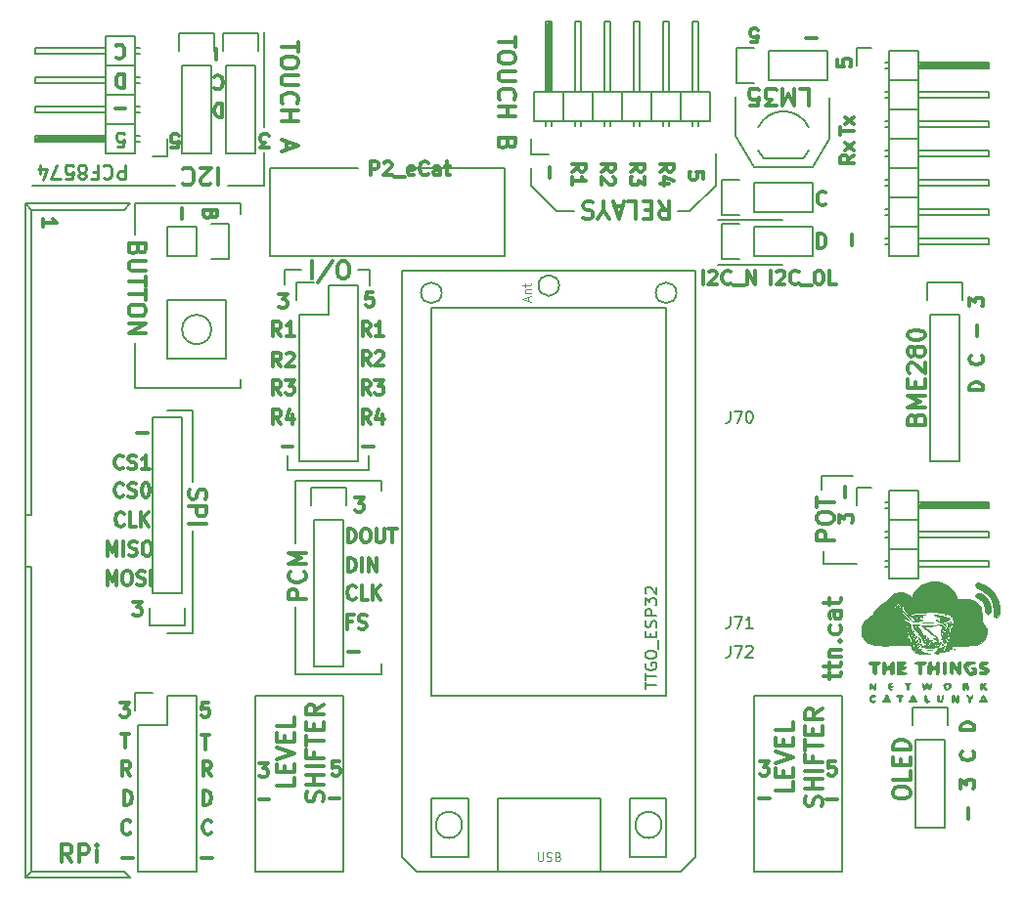
<source format=gbr>
G04 #@! TF.FileFunction,Legend,Top*
%FSLAX46Y46*%
G04 Gerber Fmt 4.6, Leading zero omitted, Abs format (unit mm)*
G04 Created by KiCad (PCBNEW 4.0.7+dfsg1-1~bpo8+1) date Mon Jun  4 12:39:51 2018*
%MOMM*%
%LPD*%
G01*
G04 APERTURE LIST*
%ADD10C,0.100000*%
%ADD11C,0.300000*%
%ADD12C,0.200000*%
%ADD13C,0.250000*%
%ADD14C,0.150000*%
%ADD15C,0.010000*%
G04 APERTURE END LIST*
D10*
D11*
X122495285Y-68536429D02*
X122495285Y-70036429D01*
X121852428Y-69893571D02*
X121780999Y-69965000D01*
X121638142Y-70036429D01*
X121280999Y-70036429D01*
X121138142Y-69965000D01*
X121066713Y-69893571D01*
X120995285Y-69750714D01*
X120995285Y-69607857D01*
X121066713Y-69393571D01*
X121923856Y-68536429D01*
X120995285Y-68536429D01*
X119495285Y-68679286D02*
X119566714Y-68607857D01*
X119781000Y-68536429D01*
X119923857Y-68536429D01*
X120138142Y-68607857D01*
X120281000Y-68750714D01*
X120352428Y-68893571D01*
X120423857Y-69179286D01*
X120423857Y-69393571D01*
X120352428Y-69679286D01*
X120281000Y-69822143D01*
X120138142Y-69965000D01*
X119923857Y-70036429D01*
X119781000Y-70036429D01*
X119566714Y-69965000D01*
X119495285Y-69893571D01*
X121910429Y-126158571D02*
X121853286Y-126215714D01*
X121681857Y-126272857D01*
X121567571Y-126272857D01*
X121396143Y-126215714D01*
X121281857Y-126101429D01*
X121224714Y-125987143D01*
X121167571Y-125758571D01*
X121167571Y-125587143D01*
X121224714Y-125358571D01*
X121281857Y-125244286D01*
X121396143Y-125130000D01*
X121567571Y-125072857D01*
X121681857Y-125072857D01*
X121853286Y-125130000D01*
X121910429Y-125187143D01*
D12*
X165735000Y-76962000D02*
X171323000Y-76962000D01*
D11*
X170358142Y-78647857D02*
X170358142Y-77447857D01*
X170872428Y-77562143D02*
X170929571Y-77505000D01*
X171043857Y-77447857D01*
X171329571Y-77447857D01*
X171443857Y-77505000D01*
X171501000Y-77562143D01*
X171558143Y-77676429D01*
X171558143Y-77790714D01*
X171501000Y-77962143D01*
X170815286Y-78647857D01*
X171558143Y-78647857D01*
X172758143Y-78533571D02*
X172701000Y-78590714D01*
X172529571Y-78647857D01*
X172415285Y-78647857D01*
X172243857Y-78590714D01*
X172129571Y-78476429D01*
X172072428Y-78362143D01*
X172015285Y-78133571D01*
X172015285Y-77962143D01*
X172072428Y-77733571D01*
X172129571Y-77619286D01*
X172243857Y-77505000D01*
X172415285Y-77447857D01*
X172529571Y-77447857D01*
X172701000Y-77505000D01*
X172758143Y-77562143D01*
X172986714Y-78762143D02*
X173901000Y-78762143D01*
X174415286Y-77447857D02*
X174643857Y-77447857D01*
X174758143Y-77505000D01*
X174872429Y-77619286D01*
X174929571Y-77847857D01*
X174929571Y-78247857D01*
X174872429Y-78476429D01*
X174758143Y-78590714D01*
X174643857Y-78647857D01*
X174415286Y-78647857D01*
X174301000Y-78590714D01*
X174186714Y-78476429D01*
X174129571Y-78247857D01*
X174129571Y-77847857D01*
X174186714Y-77619286D01*
X174301000Y-77505000D01*
X174415286Y-77447857D01*
X176015286Y-78647857D02*
X175443857Y-78647857D01*
X175443857Y-77447857D01*
X164493857Y-78647857D02*
X164493857Y-77447857D01*
X165008143Y-77562143D02*
X165065286Y-77505000D01*
X165179572Y-77447857D01*
X165465286Y-77447857D01*
X165579572Y-77505000D01*
X165636715Y-77562143D01*
X165693858Y-77676429D01*
X165693858Y-77790714D01*
X165636715Y-77962143D01*
X164951001Y-78647857D01*
X165693858Y-78647857D01*
X166893858Y-78533571D02*
X166836715Y-78590714D01*
X166665286Y-78647857D01*
X166551000Y-78647857D01*
X166379572Y-78590714D01*
X166265286Y-78476429D01*
X166208143Y-78362143D01*
X166151000Y-78133571D01*
X166151000Y-77962143D01*
X166208143Y-77733571D01*
X166265286Y-77619286D01*
X166379572Y-77505000D01*
X166551000Y-77447857D01*
X166665286Y-77447857D01*
X166836715Y-77505000D01*
X166893858Y-77562143D01*
X167122429Y-78762143D02*
X168036715Y-78762143D01*
X168322429Y-78647857D02*
X168322429Y-77447857D01*
X169008144Y-78647857D01*
X169008144Y-77447857D01*
D12*
X165735000Y-73025000D02*
X171323000Y-73025000D01*
D11*
X174437714Y-75472857D02*
X174437714Y-74272857D01*
X174723429Y-74272857D01*
X174894857Y-74330000D01*
X175009143Y-74444286D01*
X175066286Y-74558571D01*
X175123429Y-74787143D01*
X175123429Y-74958571D01*
X175066286Y-75187143D01*
X175009143Y-75301429D01*
X174894857Y-75415714D01*
X174723429Y-75472857D01*
X174437714Y-75472857D01*
X175123429Y-71675571D02*
X175066286Y-71732714D01*
X174894857Y-71789857D01*
X174780571Y-71789857D01*
X174609143Y-71732714D01*
X174494857Y-71618429D01*
X174437714Y-71504143D01*
X174380571Y-71275571D01*
X174380571Y-71104143D01*
X174437714Y-70875571D01*
X174494857Y-70761286D01*
X174609143Y-70647000D01*
X174780571Y-70589857D01*
X174894857Y-70589857D01*
X175066286Y-70647000D01*
X175123429Y-70704143D01*
X175446571Y-112847000D02*
X175446571Y-112275571D01*
X174946571Y-112632714D02*
X176232286Y-112632714D01*
X176375143Y-112561286D01*
X176446571Y-112418428D01*
X176446571Y-112275571D01*
X175446571Y-111989857D02*
X175446571Y-111418428D01*
X174946571Y-111775571D02*
X176232286Y-111775571D01*
X176375143Y-111704143D01*
X176446571Y-111561285D01*
X176446571Y-111418428D01*
X175446571Y-110918428D02*
X176446571Y-110918428D01*
X175589429Y-110918428D02*
X175518000Y-110847000D01*
X175446571Y-110704142D01*
X175446571Y-110489857D01*
X175518000Y-110347000D01*
X175660857Y-110275571D01*
X176446571Y-110275571D01*
X176303714Y-109561285D02*
X176375143Y-109489857D01*
X176446571Y-109561285D01*
X176375143Y-109632714D01*
X176303714Y-109561285D01*
X176446571Y-109561285D01*
X176375143Y-108204142D02*
X176446571Y-108346999D01*
X176446571Y-108632713D01*
X176375143Y-108775571D01*
X176303714Y-108846999D01*
X176160857Y-108918428D01*
X175732286Y-108918428D01*
X175589429Y-108846999D01*
X175518000Y-108775571D01*
X175446571Y-108632713D01*
X175446571Y-108346999D01*
X175518000Y-108204142D01*
X176446571Y-106918428D02*
X175660857Y-106918428D01*
X175518000Y-106989857D01*
X175446571Y-107132714D01*
X175446571Y-107418428D01*
X175518000Y-107561285D01*
X176375143Y-106918428D02*
X176446571Y-107061285D01*
X176446571Y-107418428D01*
X176375143Y-107561285D01*
X176232286Y-107632714D01*
X176089429Y-107632714D01*
X175946571Y-107561285D01*
X175875143Y-107418428D01*
X175875143Y-107061285D01*
X175803714Y-106918428D01*
X175446571Y-106418428D02*
X175446571Y-105846999D01*
X174946571Y-106204142D02*
X176232286Y-106204142D01*
X176375143Y-106132714D01*
X176446571Y-105989856D01*
X176446571Y-105846999D01*
X109847143Y-128694571D02*
X109347143Y-127980286D01*
X108990000Y-128694571D02*
X108990000Y-127194571D01*
X109561428Y-127194571D01*
X109704286Y-127266000D01*
X109775714Y-127337429D01*
X109847143Y-127480286D01*
X109847143Y-127694571D01*
X109775714Y-127837429D01*
X109704286Y-127908857D01*
X109561428Y-127980286D01*
X108990000Y-127980286D01*
X110490000Y-128694571D02*
X110490000Y-127194571D01*
X111061428Y-127194571D01*
X111204286Y-127266000D01*
X111275714Y-127337429D01*
X111347143Y-127480286D01*
X111347143Y-127694571D01*
X111275714Y-127837429D01*
X111204286Y-127908857D01*
X111061428Y-127980286D01*
X110490000Y-127980286D01*
X111990000Y-128694571D02*
X111990000Y-127694571D01*
X111990000Y-127194571D02*
X111918571Y-127266000D01*
X111990000Y-127337429D01*
X112061428Y-127266000D01*
X111990000Y-127194571D01*
X111990000Y-127337429D01*
X107343643Y-73621858D02*
X107343643Y-72936143D01*
X107343643Y-73279001D02*
X108543643Y-73279001D01*
X108372214Y-73164715D01*
X108257929Y-73050429D01*
X108200786Y-72936143D01*
D12*
X126492000Y-70104000D02*
X123317000Y-70104000D01*
X112522000Y-70104000D02*
X118745000Y-70104000D01*
X115316000Y-71628000D02*
X115316000Y-74295000D01*
X124460000Y-71628000D02*
X115316000Y-71628000D01*
X124460000Y-72517000D02*
X124460000Y-71628000D01*
X124460000Y-87630000D02*
X124460000Y-86868000D01*
X115316000Y-87630000D02*
X124460000Y-87630000D01*
X115316000Y-83693000D02*
X115316000Y-87630000D01*
D11*
X121878714Y-72602714D02*
X121821571Y-72774143D01*
X121764429Y-72831286D01*
X121650143Y-72888429D01*
X121478714Y-72888429D01*
X121364429Y-72831286D01*
X121307286Y-72774143D01*
X121250143Y-72659857D01*
X121250143Y-72202714D01*
X122450143Y-72202714D01*
X122450143Y-72602714D01*
X122393000Y-72717000D01*
X122335857Y-72774143D01*
X122221571Y-72831286D01*
X122107286Y-72831286D01*
X121993000Y-72774143D01*
X121935857Y-72717000D01*
X121878714Y-72602714D01*
X121878714Y-72202714D01*
X115550143Y-75601143D02*
X115478714Y-75815429D01*
X115407286Y-75886857D01*
X115264429Y-75958286D01*
X115050143Y-75958286D01*
X114907286Y-75886857D01*
X114835857Y-75815429D01*
X114764429Y-75672571D01*
X114764429Y-75101143D01*
X116264429Y-75101143D01*
X116264429Y-75601143D01*
X116193000Y-75744000D01*
X116121571Y-75815429D01*
X115978714Y-75886857D01*
X115835857Y-75886857D01*
X115693000Y-75815429D01*
X115621571Y-75744000D01*
X115550143Y-75601143D01*
X115550143Y-75101143D01*
X116264429Y-76601143D02*
X115050143Y-76601143D01*
X114907286Y-76672571D01*
X114835857Y-76744000D01*
X114764429Y-76886857D01*
X114764429Y-77172571D01*
X114835857Y-77315429D01*
X114907286Y-77386857D01*
X115050143Y-77458286D01*
X116264429Y-77458286D01*
X116264429Y-77958286D02*
X116264429Y-78815429D01*
X114764429Y-78386858D02*
X116264429Y-78386858D01*
X116264429Y-79101143D02*
X116264429Y-79958286D01*
X114764429Y-79529715D02*
X116264429Y-79529715D01*
X116264429Y-80744000D02*
X116264429Y-81029714D01*
X116193000Y-81172572D01*
X116050143Y-81315429D01*
X115764429Y-81386857D01*
X115264429Y-81386857D01*
X114978714Y-81315429D01*
X114835857Y-81172572D01*
X114764429Y-81029714D01*
X114764429Y-80744000D01*
X114835857Y-80601143D01*
X114978714Y-80458286D01*
X115264429Y-80386857D01*
X115764429Y-80386857D01*
X116050143Y-80458286D01*
X116193000Y-80601143D01*
X116264429Y-80744000D01*
X114764429Y-82029715D02*
X116264429Y-82029715D01*
X114764429Y-82886858D01*
X116264429Y-82886858D01*
X119338714Y-72974143D02*
X119338714Y-72059857D01*
D12*
X135509000Y-94742000D02*
X135509000Y-93472000D01*
X128524000Y-94742000D02*
X135509000Y-94742000D01*
X128524000Y-93472000D02*
X128524000Y-94742000D01*
X135636000Y-77343000D02*
X135636000Y-78740000D01*
X134620000Y-77343000D02*
X135636000Y-77343000D01*
X128270000Y-77343000D02*
X128270000Y-78613000D01*
X129667000Y-77343000D02*
X128270000Y-77343000D01*
D11*
X130635571Y-78148571D02*
X130635571Y-76648571D01*
X132421285Y-76577143D02*
X131135571Y-78505714D01*
X133207000Y-76648571D02*
X133492714Y-76648571D01*
X133635572Y-76720000D01*
X133778429Y-76862857D01*
X133849857Y-77148571D01*
X133849857Y-77648571D01*
X133778429Y-77934286D01*
X133635572Y-78077143D01*
X133492714Y-78148571D01*
X133207000Y-78148571D01*
X133064143Y-78077143D01*
X132921286Y-77934286D01*
X132849857Y-77648571D01*
X132849857Y-77148571D01*
X132921286Y-76862857D01*
X133064143Y-76720000D01*
X133207000Y-76648571D01*
X128066857Y-92668714D02*
X128981143Y-92668714D01*
X127943001Y-90712857D02*
X127543001Y-90141429D01*
X127257286Y-90712857D02*
X127257286Y-89512857D01*
X127714429Y-89512857D01*
X127828715Y-89570000D01*
X127885858Y-89627143D01*
X127943001Y-89741429D01*
X127943001Y-89912857D01*
X127885858Y-90027143D01*
X127828715Y-90084286D01*
X127714429Y-90141429D01*
X127257286Y-90141429D01*
X128971572Y-89912857D02*
X128971572Y-90712857D01*
X128685858Y-89455714D02*
X128400143Y-90312857D01*
X129143001Y-90312857D01*
X127943001Y-88172857D02*
X127543001Y-87601429D01*
X127257286Y-88172857D02*
X127257286Y-86972857D01*
X127714429Y-86972857D01*
X127828715Y-87030000D01*
X127885858Y-87087143D01*
X127943001Y-87201429D01*
X127943001Y-87372857D01*
X127885858Y-87487143D01*
X127828715Y-87544286D01*
X127714429Y-87601429D01*
X127257286Y-87601429D01*
X128343001Y-86972857D02*
X129085858Y-86972857D01*
X128685858Y-87430000D01*
X128857286Y-87430000D01*
X128971572Y-87487143D01*
X129028715Y-87544286D01*
X129085858Y-87658571D01*
X129085858Y-87944286D01*
X129028715Y-88058571D01*
X128971572Y-88115714D01*
X128857286Y-88172857D01*
X128514429Y-88172857D01*
X128400143Y-88115714D01*
X128343001Y-88058571D01*
X127943001Y-85759857D02*
X127543001Y-85188429D01*
X127257286Y-85759857D02*
X127257286Y-84559857D01*
X127714429Y-84559857D01*
X127828715Y-84617000D01*
X127885858Y-84674143D01*
X127943001Y-84788429D01*
X127943001Y-84959857D01*
X127885858Y-85074143D01*
X127828715Y-85131286D01*
X127714429Y-85188429D01*
X127257286Y-85188429D01*
X128400143Y-84674143D02*
X128457286Y-84617000D01*
X128571572Y-84559857D01*
X128857286Y-84559857D01*
X128971572Y-84617000D01*
X129028715Y-84674143D01*
X129085858Y-84788429D01*
X129085858Y-84902714D01*
X129028715Y-85074143D01*
X128343001Y-85759857D01*
X129085858Y-85759857D01*
X135051857Y-92668714D02*
X135966143Y-92668714D01*
X135690001Y-90712857D02*
X135290001Y-90141429D01*
X135004286Y-90712857D02*
X135004286Y-89512857D01*
X135461429Y-89512857D01*
X135575715Y-89570000D01*
X135632858Y-89627143D01*
X135690001Y-89741429D01*
X135690001Y-89912857D01*
X135632858Y-90027143D01*
X135575715Y-90084286D01*
X135461429Y-90141429D01*
X135004286Y-90141429D01*
X136718572Y-89912857D02*
X136718572Y-90712857D01*
X136432858Y-89455714D02*
X136147143Y-90312857D01*
X136890001Y-90312857D01*
X135690001Y-88172857D02*
X135290001Y-87601429D01*
X135004286Y-88172857D02*
X135004286Y-86972857D01*
X135461429Y-86972857D01*
X135575715Y-87030000D01*
X135632858Y-87087143D01*
X135690001Y-87201429D01*
X135690001Y-87372857D01*
X135632858Y-87487143D01*
X135575715Y-87544286D01*
X135461429Y-87601429D01*
X135004286Y-87601429D01*
X136090001Y-86972857D02*
X136832858Y-86972857D01*
X136432858Y-87430000D01*
X136604286Y-87430000D01*
X136718572Y-87487143D01*
X136775715Y-87544286D01*
X136832858Y-87658571D01*
X136832858Y-87944286D01*
X136775715Y-88058571D01*
X136718572Y-88115714D01*
X136604286Y-88172857D01*
X136261429Y-88172857D01*
X136147143Y-88115714D01*
X136090001Y-88058571D01*
X135690001Y-85632857D02*
X135290001Y-85061429D01*
X135004286Y-85632857D02*
X135004286Y-84432857D01*
X135461429Y-84432857D01*
X135575715Y-84490000D01*
X135632858Y-84547143D01*
X135690001Y-84661429D01*
X135690001Y-84832857D01*
X135632858Y-84947143D01*
X135575715Y-85004286D01*
X135461429Y-85061429D01*
X135004286Y-85061429D01*
X136147143Y-84547143D02*
X136204286Y-84490000D01*
X136318572Y-84432857D01*
X136604286Y-84432857D01*
X136718572Y-84490000D01*
X136775715Y-84547143D01*
X136832858Y-84661429D01*
X136832858Y-84775714D01*
X136775715Y-84947143D01*
X136090001Y-85632857D01*
X136832858Y-85632857D01*
X135690001Y-83092857D02*
X135290001Y-82521429D01*
X135004286Y-83092857D02*
X135004286Y-81892857D01*
X135461429Y-81892857D01*
X135575715Y-81950000D01*
X135632858Y-82007143D01*
X135690001Y-82121429D01*
X135690001Y-82292857D01*
X135632858Y-82407143D01*
X135575715Y-82464286D01*
X135461429Y-82521429D01*
X135004286Y-82521429D01*
X136832858Y-83092857D02*
X136147143Y-83092857D01*
X136490001Y-83092857D02*
X136490001Y-81892857D01*
X136375715Y-82064286D01*
X136261429Y-82178571D01*
X136147143Y-82235714D01*
X127943001Y-83092857D02*
X127543001Y-82521429D01*
X127257286Y-83092857D02*
X127257286Y-81892857D01*
X127714429Y-81892857D01*
X127828715Y-81950000D01*
X127885858Y-82007143D01*
X127943001Y-82121429D01*
X127943001Y-82292857D01*
X127885858Y-82407143D01*
X127828715Y-82464286D01*
X127714429Y-82521429D01*
X127257286Y-82521429D01*
X129085858Y-83092857D02*
X128400143Y-83092857D01*
X128743001Y-83092857D02*
X128743001Y-81892857D01*
X128628715Y-82064286D01*
X128514429Y-82178571D01*
X128400143Y-82235714D01*
X127743001Y-79479857D02*
X128485858Y-79479857D01*
X128085858Y-79937000D01*
X128257286Y-79937000D01*
X128371572Y-79994143D01*
X128428715Y-80051286D01*
X128485858Y-80165571D01*
X128485858Y-80451286D01*
X128428715Y-80565571D01*
X128371572Y-80622714D01*
X128257286Y-80679857D01*
X127914429Y-80679857D01*
X127800143Y-80622714D01*
X127743001Y-80565571D01*
X135921715Y-79352857D02*
X135350286Y-79352857D01*
X135293143Y-79924286D01*
X135350286Y-79867143D01*
X135464572Y-79810000D01*
X135750286Y-79810000D01*
X135864572Y-79867143D01*
X135921715Y-79924286D01*
X135978858Y-80038571D01*
X135978858Y-80324286D01*
X135921715Y-80438571D01*
X135864572Y-80495714D01*
X135750286Y-80552857D01*
X135464572Y-80552857D01*
X135350286Y-80495714D01*
X135293143Y-80438571D01*
D12*
X120269000Y-99949000D02*
X120269000Y-108839000D01*
X120269000Y-89535000D02*
X120269000Y-95758000D01*
X120269000Y-89535000D02*
X118110000Y-89535000D01*
X118110000Y-108839000D02*
X120269000Y-108839000D01*
D11*
X115170001Y-106149857D02*
X115912858Y-106149857D01*
X115512858Y-106607000D01*
X115684286Y-106607000D01*
X115798572Y-106664143D01*
X115855715Y-106721286D01*
X115912858Y-106835571D01*
X115912858Y-107121286D01*
X115855715Y-107235571D01*
X115798572Y-107292714D01*
X115684286Y-107349857D01*
X115341429Y-107349857D01*
X115227143Y-107292714D01*
X115170001Y-107235571D01*
X112922285Y-104682857D02*
X112922285Y-103482857D01*
X113322285Y-104340000D01*
X113722285Y-103482857D01*
X113722285Y-104682857D01*
X114522286Y-103482857D02*
X114750857Y-103482857D01*
X114865143Y-103540000D01*
X114979429Y-103654286D01*
X115036571Y-103882857D01*
X115036571Y-104282857D01*
X114979429Y-104511429D01*
X114865143Y-104625714D01*
X114750857Y-104682857D01*
X114522286Y-104682857D01*
X114408000Y-104625714D01*
X114293714Y-104511429D01*
X114236571Y-104282857D01*
X114236571Y-103882857D01*
X114293714Y-103654286D01*
X114408000Y-103540000D01*
X114522286Y-103482857D01*
X115493714Y-104625714D02*
X115665143Y-104682857D01*
X115950857Y-104682857D01*
X116065143Y-104625714D01*
X116122286Y-104568571D01*
X116179429Y-104454286D01*
X116179429Y-104340000D01*
X116122286Y-104225714D01*
X116065143Y-104168571D01*
X115950857Y-104111429D01*
X115722286Y-104054286D01*
X115608000Y-103997143D01*
X115550857Y-103940000D01*
X115493714Y-103825714D01*
X115493714Y-103711429D01*
X115550857Y-103597143D01*
X115608000Y-103540000D01*
X115722286Y-103482857D01*
X116008000Y-103482857D01*
X116179429Y-103540000D01*
X116693714Y-104682857D02*
X116693714Y-103482857D01*
X112922285Y-102142857D02*
X112922285Y-100942857D01*
X113322285Y-101800000D01*
X113722285Y-100942857D01*
X113722285Y-102142857D01*
X114293714Y-102142857D02*
X114293714Y-100942857D01*
X114808000Y-102085714D02*
X114979429Y-102142857D01*
X115265143Y-102142857D01*
X115379429Y-102085714D01*
X115436572Y-102028571D01*
X115493715Y-101914286D01*
X115493715Y-101800000D01*
X115436572Y-101685714D01*
X115379429Y-101628571D01*
X115265143Y-101571429D01*
X115036572Y-101514286D01*
X114922286Y-101457143D01*
X114865143Y-101400000D01*
X114808000Y-101285714D01*
X114808000Y-101171429D01*
X114865143Y-101057143D01*
X114922286Y-101000000D01*
X115036572Y-100942857D01*
X115322286Y-100942857D01*
X115493715Y-101000000D01*
X116236572Y-100942857D02*
X116465143Y-100942857D01*
X116579429Y-101000000D01*
X116693715Y-101114286D01*
X116750857Y-101342857D01*
X116750857Y-101742857D01*
X116693715Y-101971429D01*
X116579429Y-102085714D01*
X116465143Y-102142857D01*
X116236572Y-102142857D01*
X116122286Y-102085714D01*
X116008000Y-101971429D01*
X115950857Y-101742857D01*
X115950857Y-101342857D01*
X116008000Y-101114286D01*
X116122286Y-101000000D01*
X116236572Y-100942857D01*
X114347715Y-99488571D02*
X114290572Y-99545714D01*
X114119143Y-99602857D01*
X114004857Y-99602857D01*
X113833429Y-99545714D01*
X113719143Y-99431429D01*
X113662000Y-99317143D01*
X113604857Y-99088571D01*
X113604857Y-98917143D01*
X113662000Y-98688571D01*
X113719143Y-98574286D01*
X113833429Y-98460000D01*
X114004857Y-98402857D01*
X114119143Y-98402857D01*
X114290572Y-98460000D01*
X114347715Y-98517143D01*
X115433429Y-99602857D02*
X114862000Y-99602857D01*
X114862000Y-98402857D01*
X115833429Y-99602857D02*
X115833429Y-98402857D01*
X116519144Y-99602857D02*
X116004858Y-98917143D01*
X116519144Y-98402857D02*
X115833429Y-99088571D01*
X114290572Y-96948571D02*
X114233429Y-97005714D01*
X114062000Y-97062857D01*
X113947714Y-97062857D01*
X113776286Y-97005714D01*
X113662000Y-96891429D01*
X113604857Y-96777143D01*
X113547714Y-96548571D01*
X113547714Y-96377143D01*
X113604857Y-96148571D01*
X113662000Y-96034286D01*
X113776286Y-95920000D01*
X113947714Y-95862857D01*
X114062000Y-95862857D01*
X114233429Y-95920000D01*
X114290572Y-95977143D01*
X114747714Y-97005714D02*
X114919143Y-97062857D01*
X115204857Y-97062857D01*
X115319143Y-97005714D01*
X115376286Y-96948571D01*
X115433429Y-96834286D01*
X115433429Y-96720000D01*
X115376286Y-96605714D01*
X115319143Y-96548571D01*
X115204857Y-96491429D01*
X114976286Y-96434286D01*
X114862000Y-96377143D01*
X114804857Y-96320000D01*
X114747714Y-96205714D01*
X114747714Y-96091429D01*
X114804857Y-95977143D01*
X114862000Y-95920000D01*
X114976286Y-95862857D01*
X115262000Y-95862857D01*
X115433429Y-95920000D01*
X116176286Y-95862857D02*
X116290571Y-95862857D01*
X116404857Y-95920000D01*
X116462000Y-95977143D01*
X116519143Y-96091429D01*
X116576286Y-96320000D01*
X116576286Y-96605714D01*
X116519143Y-96834286D01*
X116462000Y-96948571D01*
X116404857Y-97005714D01*
X116290571Y-97062857D01*
X116176286Y-97062857D01*
X116062000Y-97005714D01*
X116004857Y-96948571D01*
X115947714Y-96834286D01*
X115890571Y-96605714D01*
X115890571Y-96320000D01*
X115947714Y-96091429D01*
X116004857Y-95977143D01*
X116062000Y-95920000D01*
X116176286Y-95862857D01*
X114290572Y-94535571D02*
X114233429Y-94592714D01*
X114062000Y-94649857D01*
X113947714Y-94649857D01*
X113776286Y-94592714D01*
X113662000Y-94478429D01*
X113604857Y-94364143D01*
X113547714Y-94135571D01*
X113547714Y-93964143D01*
X113604857Y-93735571D01*
X113662000Y-93621286D01*
X113776286Y-93507000D01*
X113947714Y-93449857D01*
X114062000Y-93449857D01*
X114233429Y-93507000D01*
X114290572Y-93564143D01*
X114747714Y-94592714D02*
X114919143Y-94649857D01*
X115204857Y-94649857D01*
X115319143Y-94592714D01*
X115376286Y-94535571D01*
X115433429Y-94421286D01*
X115433429Y-94307000D01*
X115376286Y-94192714D01*
X115319143Y-94135571D01*
X115204857Y-94078429D01*
X114976286Y-94021286D01*
X114862000Y-93964143D01*
X114804857Y-93907000D01*
X114747714Y-93792714D01*
X114747714Y-93678429D01*
X114804857Y-93564143D01*
X114862000Y-93507000D01*
X114976286Y-93449857D01*
X115262000Y-93449857D01*
X115433429Y-93507000D01*
X116576286Y-94649857D02*
X115890571Y-94649857D01*
X116233429Y-94649857D02*
X116233429Y-93449857D01*
X116119143Y-93621286D01*
X116004857Y-93735571D01*
X115890571Y-93792714D01*
X115493857Y-91525714D02*
X116408143Y-91525714D01*
X120042857Y-96381286D02*
X119971429Y-96595572D01*
X119971429Y-96952715D01*
X120042857Y-97095572D01*
X120114286Y-97167001D01*
X120257143Y-97238429D01*
X120400000Y-97238429D01*
X120542857Y-97167001D01*
X120614286Y-97095572D01*
X120685714Y-96952715D01*
X120757143Y-96667001D01*
X120828571Y-96524143D01*
X120900000Y-96452715D01*
X121042857Y-96381286D01*
X121185714Y-96381286D01*
X121328571Y-96452715D01*
X121400000Y-96524143D01*
X121471429Y-96667001D01*
X121471429Y-97024143D01*
X121400000Y-97238429D01*
X119971429Y-97881286D02*
X121471429Y-97881286D01*
X121471429Y-98452714D01*
X121400000Y-98595572D01*
X121328571Y-98667000D01*
X121185714Y-98738429D01*
X120971429Y-98738429D01*
X120828571Y-98667000D01*
X120757143Y-98595572D01*
X120685714Y-98452714D01*
X120685714Y-97881286D01*
X119971429Y-99381286D02*
X121471429Y-99381286D01*
D12*
X136652000Y-95631000D02*
X136652000Y-96520000D01*
X129159000Y-95631000D02*
X136652000Y-95631000D01*
X129159000Y-101092000D02*
X129159000Y-95631000D01*
X136652000Y-112395000D02*
X136652000Y-111506000D01*
X129159000Y-112395000D02*
X136652000Y-112395000D01*
X129159000Y-106553000D02*
X129159000Y-112395000D01*
D11*
X133781857Y-110448714D02*
X134696143Y-110448714D01*
X134093000Y-107864286D02*
X133693000Y-107864286D01*
X133693000Y-108492857D02*
X133693000Y-107292857D01*
X134264429Y-107292857D01*
X134664428Y-108435714D02*
X134835857Y-108492857D01*
X135121571Y-108492857D01*
X135235857Y-108435714D01*
X135293000Y-108378571D01*
X135350143Y-108264286D01*
X135350143Y-108150000D01*
X135293000Y-108035714D01*
X135235857Y-107978571D01*
X135121571Y-107921429D01*
X134893000Y-107864286D01*
X134778714Y-107807143D01*
X134721571Y-107750000D01*
X134664428Y-107635714D01*
X134664428Y-107521429D01*
X134721571Y-107407143D01*
X134778714Y-107350000D01*
X134893000Y-107292857D01*
X135178714Y-107292857D01*
X135350143Y-107350000D01*
X134413715Y-105838571D02*
X134356572Y-105895714D01*
X134185143Y-105952857D01*
X134070857Y-105952857D01*
X133899429Y-105895714D01*
X133785143Y-105781429D01*
X133728000Y-105667143D01*
X133670857Y-105438571D01*
X133670857Y-105267143D01*
X133728000Y-105038571D01*
X133785143Y-104924286D01*
X133899429Y-104810000D01*
X134070857Y-104752857D01*
X134185143Y-104752857D01*
X134356572Y-104810000D01*
X134413715Y-104867143D01*
X135499429Y-105952857D02*
X134928000Y-105952857D01*
X134928000Y-104752857D01*
X135899429Y-105952857D02*
X135899429Y-104752857D01*
X136585144Y-105952857D02*
X136070858Y-105267143D01*
X136585144Y-104752857D02*
X135899429Y-105438571D01*
X133772428Y-103539857D02*
X133772428Y-102339857D01*
X134058143Y-102339857D01*
X134229571Y-102397000D01*
X134343857Y-102511286D01*
X134401000Y-102625571D01*
X134458143Y-102854143D01*
X134458143Y-103025571D01*
X134401000Y-103254143D01*
X134343857Y-103368429D01*
X134229571Y-103482714D01*
X134058143Y-103539857D01*
X133772428Y-103539857D01*
X134972428Y-103539857D02*
X134972428Y-102339857D01*
X135543857Y-103539857D02*
X135543857Y-102339857D01*
X136229572Y-103539857D01*
X136229572Y-102339857D01*
X133734428Y-100999857D02*
X133734428Y-99799857D01*
X134020143Y-99799857D01*
X134191571Y-99857000D01*
X134305857Y-99971286D01*
X134363000Y-100085571D01*
X134420143Y-100314143D01*
X134420143Y-100485571D01*
X134363000Y-100714143D01*
X134305857Y-100828429D01*
X134191571Y-100942714D01*
X134020143Y-100999857D01*
X133734428Y-100999857D01*
X135163000Y-99799857D02*
X135391571Y-99799857D01*
X135505857Y-99857000D01*
X135620143Y-99971286D01*
X135677285Y-100199857D01*
X135677285Y-100599857D01*
X135620143Y-100828429D01*
X135505857Y-100942714D01*
X135391571Y-100999857D01*
X135163000Y-100999857D01*
X135048714Y-100942714D01*
X134934428Y-100828429D01*
X134877285Y-100599857D01*
X134877285Y-100199857D01*
X134934428Y-99971286D01*
X135048714Y-99857000D01*
X135163000Y-99799857D01*
X136191571Y-99799857D02*
X136191571Y-100771286D01*
X136248714Y-100885571D01*
X136305857Y-100942714D01*
X136420143Y-100999857D01*
X136648714Y-100999857D01*
X136763000Y-100942714D01*
X136820143Y-100885571D01*
X136877286Y-100771286D01*
X136877286Y-99799857D01*
X137277286Y-99799857D02*
X137963000Y-99799857D01*
X137620143Y-100999857D02*
X137620143Y-99799857D01*
X134347001Y-97132857D02*
X135089858Y-97132857D01*
X134689858Y-97590000D01*
X134861286Y-97590000D01*
X134975572Y-97647143D01*
X135032715Y-97704286D01*
X135089858Y-97818571D01*
X135089858Y-98104286D01*
X135032715Y-98218571D01*
X134975572Y-98275714D01*
X134861286Y-98332857D01*
X134518429Y-98332857D01*
X134404143Y-98275714D01*
X134347001Y-98218571D01*
X130091571Y-105886000D02*
X128591571Y-105886000D01*
X128591571Y-105314572D01*
X128663000Y-105171714D01*
X128734429Y-105100286D01*
X128877286Y-105028857D01*
X129091571Y-105028857D01*
X129234429Y-105100286D01*
X129305857Y-105171714D01*
X129377286Y-105314572D01*
X129377286Y-105886000D01*
X129948714Y-103528857D02*
X130020143Y-103600286D01*
X130091571Y-103814572D01*
X130091571Y-103957429D01*
X130020143Y-104171714D01*
X129877286Y-104314572D01*
X129734429Y-104386000D01*
X129448714Y-104457429D01*
X129234429Y-104457429D01*
X128948714Y-104386000D01*
X128805857Y-104314572D01*
X128663000Y-104171714D01*
X128591571Y-103957429D01*
X128591571Y-103814572D01*
X128663000Y-103600286D01*
X128734429Y-103528857D01*
X130091571Y-102886000D02*
X128591571Y-102886000D01*
X129663000Y-102386000D01*
X128591571Y-101886000D01*
X130091571Y-101886000D01*
X121224714Y-123732857D02*
X121224714Y-122532857D01*
X121510429Y-122532857D01*
X121681857Y-122590000D01*
X121796143Y-122704286D01*
X121853286Y-122818571D01*
X121910429Y-123047143D01*
X121910429Y-123218571D01*
X121853286Y-123447143D01*
X121796143Y-123561429D01*
X121681857Y-123675714D01*
X121510429Y-123732857D01*
X121224714Y-123732857D01*
X121910429Y-121192857D02*
X121510429Y-120621429D01*
X121224714Y-121192857D02*
X121224714Y-119992857D01*
X121681857Y-119992857D01*
X121796143Y-120050000D01*
X121853286Y-120107143D01*
X121910429Y-120221429D01*
X121910429Y-120392857D01*
X121853286Y-120507143D01*
X121796143Y-120564286D01*
X121681857Y-120621429D01*
X121224714Y-120621429D01*
X121069143Y-117706857D02*
X121754857Y-117706857D01*
X121412000Y-118906857D02*
X121412000Y-117706857D01*
X114925429Y-126158571D02*
X114868286Y-126215714D01*
X114696857Y-126272857D01*
X114582571Y-126272857D01*
X114411143Y-126215714D01*
X114296857Y-126101429D01*
X114239714Y-125987143D01*
X114182571Y-125758571D01*
X114182571Y-125587143D01*
X114239714Y-125358571D01*
X114296857Y-125244286D01*
X114411143Y-125130000D01*
X114582571Y-125072857D01*
X114696857Y-125072857D01*
X114868286Y-125130000D01*
X114925429Y-125187143D01*
X114366714Y-123732857D02*
X114366714Y-122532857D01*
X114652429Y-122532857D01*
X114823857Y-122590000D01*
X114938143Y-122704286D01*
X114995286Y-122818571D01*
X115052429Y-123047143D01*
X115052429Y-123218571D01*
X114995286Y-123447143D01*
X114938143Y-123561429D01*
X114823857Y-123675714D01*
X114652429Y-123732857D01*
X114366714Y-123732857D01*
X114925429Y-121192857D02*
X114525429Y-120621429D01*
X114239714Y-121192857D02*
X114239714Y-119992857D01*
X114696857Y-119992857D01*
X114811143Y-120050000D01*
X114868286Y-120107143D01*
X114925429Y-120221429D01*
X114925429Y-120392857D01*
X114868286Y-120507143D01*
X114811143Y-120564286D01*
X114696857Y-120621429D01*
X114239714Y-120621429D01*
X114084143Y-117579857D02*
X114769857Y-117579857D01*
X114427000Y-118779857D02*
X114427000Y-117579857D01*
X114027001Y-114912857D02*
X114769858Y-114912857D01*
X114369858Y-115370000D01*
X114541286Y-115370000D01*
X114655572Y-115427143D01*
X114712715Y-115484286D01*
X114769858Y-115598571D01*
X114769858Y-115884286D01*
X114712715Y-115998571D01*
X114655572Y-116055714D01*
X114541286Y-116112857D01*
X114198429Y-116112857D01*
X114084143Y-116055714D01*
X114027001Y-115998571D01*
X121697715Y-114912857D02*
X121126286Y-114912857D01*
X121069143Y-115484286D01*
X121126286Y-115427143D01*
X121240572Y-115370000D01*
X121526286Y-115370000D01*
X121640572Y-115427143D01*
X121697715Y-115484286D01*
X121754858Y-115598571D01*
X121754858Y-115884286D01*
X121697715Y-115998571D01*
X121640572Y-116055714D01*
X121526286Y-116112857D01*
X121240572Y-116112857D01*
X121126286Y-116055714D01*
X121069143Y-115998571D01*
X114223857Y-128355714D02*
X115138143Y-128355714D01*
X121081857Y-128355714D02*
X121996143Y-128355714D01*
X126034857Y-123275714D02*
X126949143Y-123275714D01*
X132130857Y-123148714D02*
X133045143Y-123148714D01*
X126092001Y-120119857D02*
X126834858Y-120119857D01*
X126434858Y-120577000D01*
X126606286Y-120577000D01*
X126720572Y-120634143D01*
X126777715Y-120691286D01*
X126834858Y-120805571D01*
X126834858Y-121091286D01*
X126777715Y-121205571D01*
X126720572Y-121262714D01*
X126606286Y-121319857D01*
X126263429Y-121319857D01*
X126149143Y-121262714D01*
X126092001Y-121205571D01*
X133000715Y-119992857D02*
X132429286Y-119992857D01*
X132372143Y-120564286D01*
X132429286Y-120507143D01*
X132543572Y-120450000D01*
X132829286Y-120450000D01*
X132943572Y-120507143D01*
X133000715Y-120564286D01*
X133057858Y-120678571D01*
X133057858Y-120964286D01*
X133000715Y-121078571D01*
X132943572Y-121135714D01*
X132829286Y-121192857D01*
X132543572Y-121192857D01*
X132429286Y-121135714D01*
X132372143Y-121078571D01*
X129070571Y-121395857D02*
X129070571Y-122110143D01*
X127570571Y-122110143D01*
X128284857Y-120895857D02*
X128284857Y-120395857D01*
X129070571Y-120181571D02*
X129070571Y-120895857D01*
X127570571Y-120895857D01*
X127570571Y-120181571D01*
X127570571Y-119753000D02*
X129070571Y-119253000D01*
X127570571Y-118753000D01*
X128284857Y-118253000D02*
X128284857Y-117753000D01*
X129070571Y-117538714D02*
X129070571Y-118253000D01*
X127570571Y-118253000D01*
X127570571Y-117538714D01*
X129070571Y-116181571D02*
X129070571Y-116895857D01*
X127570571Y-116895857D01*
X131549143Y-123467286D02*
X131620571Y-123253000D01*
X131620571Y-122895857D01*
X131549143Y-122753000D01*
X131477714Y-122681571D01*
X131334857Y-122610143D01*
X131192000Y-122610143D01*
X131049143Y-122681571D01*
X130977714Y-122753000D01*
X130906286Y-122895857D01*
X130834857Y-123181571D01*
X130763429Y-123324429D01*
X130692000Y-123395857D01*
X130549143Y-123467286D01*
X130406286Y-123467286D01*
X130263429Y-123395857D01*
X130192000Y-123324429D01*
X130120571Y-123181571D01*
X130120571Y-122824429D01*
X130192000Y-122610143D01*
X131620571Y-121967286D02*
X130120571Y-121967286D01*
X130834857Y-121967286D02*
X130834857Y-121110143D01*
X131620571Y-121110143D02*
X130120571Y-121110143D01*
X131620571Y-120395857D02*
X130120571Y-120395857D01*
X130834857Y-119181571D02*
X130834857Y-119681571D01*
X131620571Y-119681571D02*
X130120571Y-119681571D01*
X130120571Y-118967285D01*
X130120571Y-118610143D02*
X130120571Y-117753000D01*
X131620571Y-118181571D02*
X130120571Y-118181571D01*
X130834857Y-117253000D02*
X130834857Y-116753000D01*
X131620571Y-116538714D02*
X131620571Y-117253000D01*
X130120571Y-117253000D01*
X130120571Y-116538714D01*
X131620571Y-115038714D02*
X130906286Y-115538714D01*
X131620571Y-115895857D02*
X130120571Y-115895857D01*
X130120571Y-115324429D01*
X130192000Y-115181571D01*
X130263429Y-115110143D01*
X130406286Y-115038714D01*
X130620571Y-115038714D01*
X130763429Y-115110143D01*
X130834857Y-115181571D01*
X130906286Y-115324429D01*
X130906286Y-115895857D01*
X172250571Y-121776857D02*
X172250571Y-122491143D01*
X170750571Y-122491143D01*
X171464857Y-121276857D02*
X171464857Y-120776857D01*
X172250571Y-120562571D02*
X172250571Y-121276857D01*
X170750571Y-121276857D01*
X170750571Y-120562571D01*
X170750571Y-120134000D02*
X172250571Y-119634000D01*
X170750571Y-119134000D01*
X171464857Y-118634000D02*
X171464857Y-118134000D01*
X172250571Y-117919714D02*
X172250571Y-118634000D01*
X170750571Y-118634000D01*
X170750571Y-117919714D01*
X172250571Y-116562571D02*
X172250571Y-117276857D01*
X170750571Y-117276857D01*
X174729143Y-123848286D02*
X174800571Y-123634000D01*
X174800571Y-123276857D01*
X174729143Y-123134000D01*
X174657714Y-123062571D01*
X174514857Y-122991143D01*
X174372000Y-122991143D01*
X174229143Y-123062571D01*
X174157714Y-123134000D01*
X174086286Y-123276857D01*
X174014857Y-123562571D01*
X173943429Y-123705429D01*
X173872000Y-123776857D01*
X173729143Y-123848286D01*
X173586286Y-123848286D01*
X173443429Y-123776857D01*
X173372000Y-123705429D01*
X173300571Y-123562571D01*
X173300571Y-123205429D01*
X173372000Y-122991143D01*
X174800571Y-122348286D02*
X173300571Y-122348286D01*
X174014857Y-122348286D02*
X174014857Y-121491143D01*
X174800571Y-121491143D02*
X173300571Y-121491143D01*
X174800571Y-120776857D02*
X173300571Y-120776857D01*
X174014857Y-119562571D02*
X174014857Y-120062571D01*
X174800571Y-120062571D02*
X173300571Y-120062571D01*
X173300571Y-119348285D01*
X173300571Y-118991143D02*
X173300571Y-118134000D01*
X174800571Y-118562571D02*
X173300571Y-118562571D01*
X174014857Y-117634000D02*
X174014857Y-117134000D01*
X174800571Y-116919714D02*
X174800571Y-117634000D01*
X173300571Y-117634000D01*
X173300571Y-116919714D01*
X174800571Y-115419714D02*
X174086286Y-115919714D01*
X174800571Y-116276857D02*
X173300571Y-116276857D01*
X173300571Y-115705429D01*
X173372000Y-115562571D01*
X173443429Y-115491143D01*
X173586286Y-115419714D01*
X173800571Y-115419714D01*
X173943429Y-115491143D01*
X174014857Y-115562571D01*
X174086286Y-115705429D01*
X174086286Y-116276857D01*
X169341857Y-123148714D02*
X170256143Y-123148714D01*
X175183857Y-123275714D02*
X176098143Y-123275714D01*
X169399001Y-119992857D02*
X170141858Y-119992857D01*
X169741858Y-120450000D01*
X169913286Y-120450000D01*
X170027572Y-120507143D01*
X170084715Y-120564286D01*
X170141858Y-120678571D01*
X170141858Y-120964286D01*
X170084715Y-121078571D01*
X170027572Y-121135714D01*
X169913286Y-121192857D01*
X169570429Y-121192857D01*
X169456143Y-121135714D01*
X169399001Y-121078571D01*
X175926715Y-119992857D02*
X175355286Y-119992857D01*
X175298143Y-120564286D01*
X175355286Y-120507143D01*
X175469572Y-120450000D01*
X175755286Y-120450000D01*
X175869572Y-120507143D01*
X175926715Y-120564286D01*
X175983858Y-120678571D01*
X175983858Y-120964286D01*
X175926715Y-121078571D01*
X175869572Y-121135714D01*
X175755286Y-121192857D01*
X175469572Y-121192857D01*
X175355286Y-121135714D01*
X175298143Y-121078571D01*
X187410714Y-124917143D02*
X187410714Y-124002857D01*
X186794857Y-122319999D02*
X186794857Y-121577142D01*
X187252000Y-121977142D01*
X187252000Y-121805714D01*
X187309143Y-121691428D01*
X187366286Y-121634285D01*
X187480571Y-121577142D01*
X187766286Y-121577142D01*
X187880571Y-121634285D01*
X187937714Y-121691428D01*
X187994857Y-121805714D01*
X187994857Y-122148571D01*
X187937714Y-122262857D01*
X187880571Y-122319999D01*
X187880571Y-119135571D02*
X187937714Y-119192714D01*
X187994857Y-119364143D01*
X187994857Y-119478429D01*
X187937714Y-119649857D01*
X187823429Y-119764143D01*
X187709143Y-119821286D01*
X187480571Y-119878429D01*
X187309143Y-119878429D01*
X187080571Y-119821286D01*
X186966286Y-119764143D01*
X186852000Y-119649857D01*
X186794857Y-119478429D01*
X186794857Y-119364143D01*
X186852000Y-119192714D01*
X186909143Y-119135571D01*
X187994857Y-117281286D02*
X186794857Y-117281286D01*
X186794857Y-116995571D01*
X186852000Y-116824143D01*
X186966286Y-116709857D01*
X187080571Y-116652714D01*
X187309143Y-116595571D01*
X187480571Y-116595571D01*
X187709143Y-116652714D01*
X187823429Y-116709857D01*
X187937714Y-116824143D01*
X187994857Y-116995571D01*
X187994857Y-117281286D01*
X180915571Y-122828572D02*
X180915571Y-122542858D01*
X180987000Y-122400000D01*
X181129857Y-122257143D01*
X181415571Y-122185715D01*
X181915571Y-122185715D01*
X182201286Y-122257143D01*
X182344143Y-122400000D01*
X182415571Y-122542858D01*
X182415571Y-122828572D01*
X182344143Y-122971429D01*
X182201286Y-123114286D01*
X181915571Y-123185715D01*
X181415571Y-123185715D01*
X181129857Y-123114286D01*
X180987000Y-122971429D01*
X180915571Y-122828572D01*
X182415571Y-120828571D02*
X182415571Y-121542857D01*
X180915571Y-121542857D01*
X181629857Y-120328571D02*
X181629857Y-119828571D01*
X182415571Y-119614285D02*
X182415571Y-120328571D01*
X180915571Y-120328571D01*
X180915571Y-119614285D01*
X182415571Y-118971428D02*
X180915571Y-118971428D01*
X180915571Y-118614285D01*
X180987000Y-118400000D01*
X181129857Y-118257142D01*
X181272714Y-118185714D01*
X181558429Y-118114285D01*
X181772714Y-118114285D01*
X182058429Y-118185714D01*
X182201286Y-118257142D01*
X182344143Y-118400000D01*
X182415571Y-118614285D01*
X182415571Y-118971428D01*
D12*
X174879000Y-102870000D02*
X174879000Y-101727000D01*
X174752000Y-95250000D02*
X177419000Y-95250000D01*
X174752000Y-96393000D02*
X174752000Y-95250000D01*
X174879000Y-102870000D02*
X177800000Y-102870000D01*
D11*
X175811571Y-100810000D02*
X174311571Y-100810000D01*
X174311571Y-100238572D01*
X174383000Y-100095714D01*
X174454429Y-100024286D01*
X174597286Y-99952857D01*
X174811571Y-99952857D01*
X174954429Y-100024286D01*
X175025857Y-100095714D01*
X175097286Y-100238572D01*
X175097286Y-100810000D01*
X174311571Y-99024286D02*
X174311571Y-98738572D01*
X174383000Y-98595714D01*
X174525857Y-98452857D01*
X174811571Y-98381429D01*
X175311571Y-98381429D01*
X175597286Y-98452857D01*
X175740143Y-98595714D01*
X175811571Y-98738572D01*
X175811571Y-99024286D01*
X175740143Y-99167143D01*
X175597286Y-99310000D01*
X175311571Y-99381429D01*
X174811571Y-99381429D01*
X174525857Y-99310000D01*
X174383000Y-99167143D01*
X174311571Y-99024286D01*
X174311571Y-97952857D02*
X174311571Y-97095714D01*
X175811571Y-97524285D02*
X174311571Y-97524285D01*
X176742714Y-97104143D02*
X176742714Y-96189857D01*
X176253857Y-99332999D02*
X176253857Y-98590142D01*
X176711000Y-98990142D01*
X176711000Y-98818714D01*
X176768143Y-98704428D01*
X176825286Y-98647285D01*
X176939571Y-98590142D01*
X177225286Y-98590142D01*
X177339571Y-98647285D01*
X177396714Y-98704428D01*
X177453857Y-98818714D01*
X177453857Y-99161571D01*
X177396714Y-99275857D01*
X177339571Y-99332999D01*
X182899857Y-90312428D02*
X182971286Y-90098142D01*
X183042714Y-90026714D01*
X183185571Y-89955285D01*
X183399857Y-89955285D01*
X183542714Y-90026714D01*
X183614143Y-90098142D01*
X183685571Y-90241000D01*
X183685571Y-90812428D01*
X182185571Y-90812428D01*
X182185571Y-90312428D01*
X182257000Y-90169571D01*
X182328429Y-90098142D01*
X182471286Y-90026714D01*
X182614143Y-90026714D01*
X182757000Y-90098142D01*
X182828429Y-90169571D01*
X182899857Y-90312428D01*
X182899857Y-90812428D01*
X183685571Y-89312428D02*
X182185571Y-89312428D01*
X183257000Y-88812428D01*
X182185571Y-88312428D01*
X183685571Y-88312428D01*
X182899857Y-87598142D02*
X182899857Y-87098142D01*
X183685571Y-86883856D02*
X183685571Y-87598142D01*
X182185571Y-87598142D01*
X182185571Y-86883856D01*
X182328429Y-86312428D02*
X182257000Y-86240999D01*
X182185571Y-86098142D01*
X182185571Y-85740999D01*
X182257000Y-85598142D01*
X182328429Y-85526713D01*
X182471286Y-85455285D01*
X182614143Y-85455285D01*
X182828429Y-85526713D01*
X183685571Y-86383856D01*
X183685571Y-85455285D01*
X182828429Y-84598142D02*
X182757000Y-84741000D01*
X182685571Y-84812428D01*
X182542714Y-84883857D01*
X182471286Y-84883857D01*
X182328429Y-84812428D01*
X182257000Y-84741000D01*
X182185571Y-84598142D01*
X182185571Y-84312428D01*
X182257000Y-84169571D01*
X182328429Y-84098142D01*
X182471286Y-84026714D01*
X182542714Y-84026714D01*
X182685571Y-84098142D01*
X182757000Y-84169571D01*
X182828429Y-84312428D01*
X182828429Y-84598142D01*
X182899857Y-84741000D01*
X182971286Y-84812428D01*
X183114143Y-84883857D01*
X183399857Y-84883857D01*
X183542714Y-84812428D01*
X183614143Y-84741000D01*
X183685571Y-84598142D01*
X183685571Y-84312428D01*
X183614143Y-84169571D01*
X183542714Y-84098142D01*
X183399857Y-84026714D01*
X183114143Y-84026714D01*
X182971286Y-84098142D01*
X182899857Y-84169571D01*
X182828429Y-84312428D01*
X182185571Y-83098143D02*
X182185571Y-82955286D01*
X182257000Y-82812429D01*
X182328429Y-82741000D01*
X182471286Y-82669571D01*
X182757000Y-82598143D01*
X183114143Y-82598143D01*
X183399857Y-82669571D01*
X183542714Y-82741000D01*
X183614143Y-82812429D01*
X183685571Y-82955286D01*
X183685571Y-83098143D01*
X183614143Y-83241000D01*
X183542714Y-83312429D01*
X183399857Y-83383857D01*
X183114143Y-83455286D01*
X182757000Y-83455286D01*
X182471286Y-83383857D01*
X182328429Y-83312429D01*
X182257000Y-83241000D01*
X182185571Y-83098143D01*
X188756857Y-87817286D02*
X187556857Y-87817286D01*
X187556857Y-87531571D01*
X187614000Y-87360143D01*
X187728286Y-87245857D01*
X187842571Y-87188714D01*
X188071143Y-87131571D01*
X188242571Y-87131571D01*
X188471143Y-87188714D01*
X188585429Y-87245857D01*
X188699714Y-87360143D01*
X188756857Y-87531571D01*
X188756857Y-87817286D01*
X188642571Y-84845571D02*
X188699714Y-84902714D01*
X188756857Y-85074143D01*
X188756857Y-85188429D01*
X188699714Y-85359857D01*
X188585429Y-85474143D01*
X188471143Y-85531286D01*
X188242571Y-85588429D01*
X188071143Y-85588429D01*
X187842571Y-85531286D01*
X187728286Y-85474143D01*
X187614000Y-85359857D01*
X187556857Y-85188429D01*
X187556857Y-85074143D01*
X187614000Y-84902714D01*
X187671143Y-84845571D01*
X188172714Y-83134143D02*
X188172714Y-82219857D01*
X187556857Y-80536999D02*
X187556857Y-79794142D01*
X188014000Y-80194142D01*
X188014000Y-80022714D01*
X188071143Y-79908428D01*
X188128286Y-79851285D01*
X188242571Y-79794142D01*
X188528286Y-79794142D01*
X188642571Y-79851285D01*
X188699714Y-79908428D01*
X188756857Y-80022714D01*
X188756857Y-80365571D01*
X188699714Y-80479857D01*
X188642571Y-80536999D01*
X177377714Y-75260143D02*
X177377714Y-74345857D01*
X177580857Y-67424285D02*
X177009429Y-67824285D01*
X177580857Y-68110000D02*
X176380857Y-68110000D01*
X176380857Y-67652857D01*
X176438000Y-67538571D01*
X176495143Y-67481428D01*
X176609429Y-67424285D01*
X176780857Y-67424285D01*
X176895143Y-67481428D01*
X176952286Y-67538571D01*
X177009429Y-67652857D01*
X177009429Y-68110000D01*
X177580857Y-67024285D02*
X176780857Y-66395714D01*
X176780857Y-67024285D02*
X177580857Y-66395714D01*
X176380857Y-65725571D02*
X176380857Y-65039857D01*
X177580857Y-65382714D02*
X176380857Y-65382714D01*
X177580857Y-64754142D02*
X176780857Y-64125571D01*
X176780857Y-64754142D02*
X177580857Y-64125571D01*
X176126857Y-59150285D02*
X176126857Y-59721714D01*
X176698286Y-59778857D01*
X176641143Y-59721714D01*
X176584000Y-59607428D01*
X176584000Y-59321714D01*
X176641143Y-59207428D01*
X176698286Y-59150285D01*
X176812571Y-59093142D01*
X177098286Y-59093142D01*
X177212571Y-59150285D01*
X177269714Y-59207428D01*
X177326857Y-59321714D01*
X177326857Y-59607428D01*
X177269714Y-59721714D01*
X177212571Y-59778857D01*
D12*
X175387000Y-66040000D02*
X175387000Y-62484000D01*
X173990000Y-68453000D02*
X175387000Y-66040000D01*
X168910000Y-68453000D02*
X173990000Y-68453000D01*
X167259000Y-65786000D02*
X168910000Y-68453000D01*
X167259000Y-62357000D02*
X167259000Y-65786000D01*
D11*
X174320143Y-57318286D02*
X173405857Y-57318286D01*
X168624285Y-57680143D02*
X169195714Y-57680143D01*
X169252857Y-57108714D01*
X169195714Y-57165857D01*
X169081428Y-57223000D01*
X168795714Y-57223000D01*
X168681428Y-57165857D01*
X168624285Y-57108714D01*
X168567142Y-56994429D01*
X168567142Y-56708714D01*
X168624285Y-56594429D01*
X168681428Y-56537286D01*
X168795714Y-56480143D01*
X169081428Y-56480143D01*
X169195714Y-56537286D01*
X169252857Y-56594429D01*
X172890428Y-61678429D02*
X173604714Y-61678429D01*
X173604714Y-63178429D01*
X172390428Y-61678429D02*
X172390428Y-63178429D01*
X171890428Y-62107000D01*
X171390428Y-63178429D01*
X171390428Y-61678429D01*
X170818999Y-63178429D02*
X169890428Y-63178429D01*
X170390428Y-62607000D01*
X170176142Y-62607000D01*
X170033285Y-62535571D01*
X169961856Y-62464143D01*
X169890428Y-62321286D01*
X169890428Y-61964143D01*
X169961856Y-61821286D01*
X170033285Y-61749857D01*
X170176142Y-61678429D01*
X170604714Y-61678429D01*
X170747571Y-61749857D01*
X170818999Y-61821286D01*
X168533285Y-63178429D02*
X169247571Y-63178429D01*
X169319000Y-62464143D01*
X169247571Y-62535571D01*
X169104714Y-62607000D01*
X168747571Y-62607000D01*
X168604714Y-62535571D01*
X168533285Y-62464143D01*
X168461857Y-62321286D01*
X168461857Y-61964143D01*
X168533285Y-61821286D01*
X168604714Y-61749857D01*
X168747571Y-61678429D01*
X169104714Y-61678429D01*
X169247571Y-61749857D01*
X169319000Y-61821286D01*
D12*
X151765000Y-72263000D02*
X153289000Y-72263000D01*
X149606000Y-70104000D02*
X151765000Y-72263000D01*
X149606000Y-68580000D02*
X149606000Y-70104000D01*
X163322000Y-72263000D02*
X162306000Y-72263000D01*
X165608000Y-70104000D02*
X163322000Y-72263000D01*
X165608000Y-67310000D02*
X165608000Y-70104000D01*
D11*
X151171286Y-68503857D02*
X151171286Y-69418143D01*
X153127143Y-68888001D02*
X153698571Y-68488001D01*
X153127143Y-68202286D02*
X154327143Y-68202286D01*
X154327143Y-68659429D01*
X154270000Y-68773715D01*
X154212857Y-68830858D01*
X154098571Y-68888001D01*
X153927143Y-68888001D01*
X153812857Y-68830858D01*
X153755714Y-68773715D01*
X153698571Y-68659429D01*
X153698571Y-68202286D01*
X153127143Y-70030858D02*
X153127143Y-69345143D01*
X153127143Y-69688001D02*
X154327143Y-69688001D01*
X154155714Y-69573715D01*
X154041429Y-69459429D01*
X153984286Y-69345143D01*
X155667143Y-68888001D02*
X156238571Y-68488001D01*
X155667143Y-68202286D02*
X156867143Y-68202286D01*
X156867143Y-68659429D01*
X156810000Y-68773715D01*
X156752857Y-68830858D01*
X156638571Y-68888001D01*
X156467143Y-68888001D01*
X156352857Y-68830858D01*
X156295714Y-68773715D01*
X156238571Y-68659429D01*
X156238571Y-68202286D01*
X156752857Y-69345143D02*
X156810000Y-69402286D01*
X156867143Y-69516572D01*
X156867143Y-69802286D01*
X156810000Y-69916572D01*
X156752857Y-69973715D01*
X156638571Y-70030858D01*
X156524286Y-70030858D01*
X156352857Y-69973715D01*
X155667143Y-69288001D01*
X155667143Y-70030858D01*
X158207143Y-68888001D02*
X158778571Y-68488001D01*
X158207143Y-68202286D02*
X159407143Y-68202286D01*
X159407143Y-68659429D01*
X159350000Y-68773715D01*
X159292857Y-68830858D01*
X159178571Y-68888001D01*
X159007143Y-68888001D01*
X158892857Y-68830858D01*
X158835714Y-68773715D01*
X158778571Y-68659429D01*
X158778571Y-68202286D01*
X159407143Y-69288001D02*
X159407143Y-70030858D01*
X158950000Y-69630858D01*
X158950000Y-69802286D01*
X158892857Y-69916572D01*
X158835714Y-69973715D01*
X158721429Y-70030858D01*
X158435714Y-70030858D01*
X158321429Y-69973715D01*
X158264286Y-69916572D01*
X158207143Y-69802286D01*
X158207143Y-69459429D01*
X158264286Y-69345143D01*
X158321429Y-69288001D01*
X160747143Y-68888001D02*
X161318571Y-68488001D01*
X160747143Y-68202286D02*
X161947143Y-68202286D01*
X161947143Y-68659429D01*
X161890000Y-68773715D01*
X161832857Y-68830858D01*
X161718571Y-68888001D01*
X161547143Y-68888001D01*
X161432857Y-68830858D01*
X161375714Y-68773715D01*
X161318571Y-68659429D01*
X161318571Y-68202286D01*
X161547143Y-69916572D02*
X160747143Y-69916572D01*
X162004286Y-69630858D02*
X161147143Y-69345143D01*
X161147143Y-70088001D01*
X164487143Y-69500715D02*
X164487143Y-68929286D01*
X163915714Y-68872143D01*
X163972857Y-68929286D01*
X164030000Y-69043572D01*
X164030000Y-69329286D01*
X163972857Y-69443572D01*
X163915714Y-69500715D01*
X163801429Y-69557858D01*
X163515714Y-69557858D01*
X163401429Y-69500715D01*
X163344286Y-69443572D01*
X163287143Y-69329286D01*
X163287143Y-69043572D01*
X163344286Y-68929286D01*
X163401429Y-68872143D01*
X160682428Y-71457429D02*
X161182428Y-72171714D01*
X161539571Y-71457429D02*
X161539571Y-72957429D01*
X160968143Y-72957429D01*
X160825285Y-72886000D01*
X160753857Y-72814571D01*
X160682428Y-72671714D01*
X160682428Y-72457429D01*
X160753857Y-72314571D01*
X160825285Y-72243143D01*
X160968143Y-72171714D01*
X161539571Y-72171714D01*
X160039571Y-72243143D02*
X159539571Y-72243143D01*
X159325285Y-71457429D02*
X160039571Y-71457429D01*
X160039571Y-72957429D01*
X159325285Y-72957429D01*
X157968142Y-71457429D02*
X158682428Y-71457429D01*
X158682428Y-72957429D01*
X157539571Y-71886000D02*
X156825285Y-71886000D01*
X157682428Y-71457429D02*
X157182428Y-72957429D01*
X156682428Y-71457429D01*
X155896714Y-72171714D02*
X155896714Y-71457429D01*
X156396714Y-72957429D02*
X155896714Y-72171714D01*
X155396714Y-72957429D01*
X154968143Y-71528857D02*
X154753857Y-71457429D01*
X154396714Y-71457429D01*
X154253857Y-71528857D01*
X154182428Y-71600286D01*
X154111000Y-71743143D01*
X154111000Y-71886000D01*
X154182428Y-72028857D01*
X154253857Y-72100286D01*
X154396714Y-72171714D01*
X154682428Y-72243143D01*
X154825286Y-72314571D01*
X154896714Y-72386000D01*
X154968143Y-72528857D01*
X154968143Y-72671714D01*
X154896714Y-72814571D01*
X154825286Y-72886000D01*
X154682428Y-72957429D01*
X154325286Y-72957429D01*
X154111000Y-72886000D01*
X135722143Y-69186357D02*
X135722143Y-67986357D01*
X136179286Y-67986357D01*
X136293572Y-68043500D01*
X136350715Y-68100643D01*
X136407858Y-68214929D01*
X136407858Y-68386357D01*
X136350715Y-68500643D01*
X136293572Y-68557786D01*
X136179286Y-68614929D01*
X135722143Y-68614929D01*
X136865000Y-68100643D02*
X136922143Y-68043500D01*
X137036429Y-67986357D01*
X137322143Y-67986357D01*
X137436429Y-68043500D01*
X137493572Y-68100643D01*
X137550715Y-68214929D01*
X137550715Y-68329214D01*
X137493572Y-68500643D01*
X136807858Y-69186357D01*
X137550715Y-69186357D01*
X137779286Y-69300643D02*
X138693572Y-69300643D01*
X139436429Y-69129214D02*
X139322143Y-69186357D01*
X139093572Y-69186357D01*
X138979286Y-69129214D01*
X138922143Y-69014929D01*
X138922143Y-68557786D01*
X138979286Y-68443500D01*
X139093572Y-68386357D01*
X139322143Y-68386357D01*
X139436429Y-68443500D01*
X139493572Y-68557786D01*
X139493572Y-68672071D01*
X138922143Y-68786357D01*
X140693572Y-69072071D02*
X140636429Y-69129214D01*
X140465000Y-69186357D01*
X140350714Y-69186357D01*
X140179286Y-69129214D01*
X140065000Y-69014929D01*
X140007857Y-68900643D01*
X139950714Y-68672071D01*
X139950714Y-68500643D01*
X140007857Y-68272071D01*
X140065000Y-68157786D01*
X140179286Y-68043500D01*
X140350714Y-67986357D01*
X140465000Y-67986357D01*
X140636429Y-68043500D01*
X140693572Y-68100643D01*
X141722143Y-69186357D02*
X141722143Y-68557786D01*
X141665000Y-68443500D01*
X141550714Y-68386357D01*
X141322143Y-68386357D01*
X141207857Y-68443500D01*
X141722143Y-69129214D02*
X141607857Y-69186357D01*
X141322143Y-69186357D01*
X141207857Y-69129214D01*
X141150714Y-69014929D01*
X141150714Y-68900643D01*
X141207857Y-68786357D01*
X141322143Y-68729214D01*
X141607857Y-68729214D01*
X141722143Y-68672071D01*
X142122143Y-68386357D02*
X142579286Y-68386357D01*
X142293571Y-67986357D02*
X142293571Y-69014929D01*
X142350714Y-69129214D01*
X142465000Y-69186357D01*
X142579286Y-69186357D01*
X148268429Y-57245857D02*
X148268429Y-58103000D01*
X146768429Y-57674429D02*
X148268429Y-57674429D01*
X148268429Y-58888714D02*
X148268429Y-59174428D01*
X148197000Y-59317286D01*
X148054143Y-59460143D01*
X147768429Y-59531571D01*
X147268429Y-59531571D01*
X146982714Y-59460143D01*
X146839857Y-59317286D01*
X146768429Y-59174428D01*
X146768429Y-58888714D01*
X146839857Y-58745857D01*
X146982714Y-58603000D01*
X147268429Y-58531571D01*
X147768429Y-58531571D01*
X148054143Y-58603000D01*
X148197000Y-58745857D01*
X148268429Y-58888714D01*
X148268429Y-60174429D02*
X147054143Y-60174429D01*
X146911286Y-60245857D01*
X146839857Y-60317286D01*
X146768429Y-60460143D01*
X146768429Y-60745857D01*
X146839857Y-60888715D01*
X146911286Y-60960143D01*
X147054143Y-61031572D01*
X148268429Y-61031572D01*
X146911286Y-62603001D02*
X146839857Y-62531572D01*
X146768429Y-62317286D01*
X146768429Y-62174429D01*
X146839857Y-61960144D01*
X146982714Y-61817286D01*
X147125571Y-61745858D01*
X147411286Y-61674429D01*
X147625571Y-61674429D01*
X147911286Y-61745858D01*
X148054143Y-61817286D01*
X148197000Y-61960144D01*
X148268429Y-62174429D01*
X148268429Y-62317286D01*
X148197000Y-62531572D01*
X148125571Y-62603001D01*
X146768429Y-63245858D02*
X148268429Y-63245858D01*
X147554143Y-63245858D02*
X147554143Y-64103001D01*
X146768429Y-64103001D02*
X148268429Y-64103001D01*
X147554143Y-66460144D02*
X147482714Y-66674430D01*
X147411286Y-66745858D01*
X147268429Y-66817287D01*
X147054143Y-66817287D01*
X146911286Y-66745858D01*
X146839857Y-66674430D01*
X146768429Y-66531572D01*
X146768429Y-65960144D01*
X148268429Y-65960144D01*
X148268429Y-66460144D01*
X148197000Y-66603001D01*
X148125571Y-66674430D01*
X147982714Y-66745858D01*
X147839857Y-66745858D01*
X147697000Y-66674430D01*
X147625571Y-66603001D01*
X147554143Y-66460144D01*
X147554143Y-65960144D01*
X129472429Y-57607000D02*
X129472429Y-58464143D01*
X127972429Y-58035572D02*
X129472429Y-58035572D01*
X129472429Y-59249857D02*
X129472429Y-59535571D01*
X129401000Y-59678429D01*
X129258143Y-59821286D01*
X128972429Y-59892714D01*
X128472429Y-59892714D01*
X128186714Y-59821286D01*
X128043857Y-59678429D01*
X127972429Y-59535571D01*
X127972429Y-59249857D01*
X128043857Y-59107000D01*
X128186714Y-58964143D01*
X128472429Y-58892714D01*
X128972429Y-58892714D01*
X129258143Y-58964143D01*
X129401000Y-59107000D01*
X129472429Y-59249857D01*
X129472429Y-60535572D02*
X128258143Y-60535572D01*
X128115286Y-60607000D01*
X128043857Y-60678429D01*
X127972429Y-60821286D01*
X127972429Y-61107000D01*
X128043857Y-61249858D01*
X128115286Y-61321286D01*
X128258143Y-61392715D01*
X129472429Y-61392715D01*
X128115286Y-62964144D02*
X128043857Y-62892715D01*
X127972429Y-62678429D01*
X127972429Y-62535572D01*
X128043857Y-62321287D01*
X128186714Y-62178429D01*
X128329571Y-62107001D01*
X128615286Y-62035572D01*
X128829571Y-62035572D01*
X129115286Y-62107001D01*
X129258143Y-62178429D01*
X129401000Y-62321287D01*
X129472429Y-62535572D01*
X129472429Y-62678429D01*
X129401000Y-62892715D01*
X129329571Y-62964144D01*
X127972429Y-63607001D02*
X129472429Y-63607001D01*
X128758143Y-63607001D02*
X128758143Y-64464144D01*
X127972429Y-64464144D02*
X129472429Y-64464144D01*
X128401000Y-66249858D02*
X128401000Y-66964144D01*
X127972429Y-66107001D02*
X129472429Y-66607001D01*
X127972429Y-67107001D01*
D12*
X126492000Y-65024000D02*
X126492000Y-56769000D01*
X126492000Y-67183000D02*
X126492000Y-70104000D01*
D11*
X126891999Y-66824143D02*
X126149142Y-66824143D01*
X126549142Y-66367000D01*
X126377714Y-66367000D01*
X126263428Y-66309857D01*
X126206285Y-66252714D01*
X126149142Y-66138429D01*
X126149142Y-65852714D01*
X126206285Y-65738429D01*
X126263428Y-65681286D01*
X126377714Y-65624143D01*
X126720571Y-65624143D01*
X126834857Y-65681286D01*
X126891999Y-65738429D01*
X118459285Y-66824143D02*
X119030714Y-66824143D01*
X119087857Y-66252714D01*
X119030714Y-66309857D01*
X118916428Y-66367000D01*
X118630714Y-66367000D01*
X118516428Y-66309857D01*
X118459285Y-66252714D01*
X118402142Y-66138429D01*
X118402142Y-65852714D01*
X118459285Y-65738429D01*
X118516428Y-65681286D01*
X118630714Y-65624143D01*
X118916428Y-65624143D01*
X119030714Y-65681286D01*
X119087857Y-65738429D01*
X122869286Y-62957143D02*
X122869286Y-64157143D01*
X122583571Y-64157143D01*
X122412143Y-64100000D01*
X122297857Y-63985714D01*
X122240714Y-63871429D01*
X122183571Y-63642857D01*
X122183571Y-63471429D01*
X122240714Y-63242857D01*
X122297857Y-63128571D01*
X122412143Y-63014286D01*
X122583571Y-62957143D01*
X122869286Y-62957143D01*
X122183571Y-60658429D02*
X122240714Y-60601286D01*
X122412143Y-60544143D01*
X122526429Y-60544143D01*
X122697857Y-60601286D01*
X122812143Y-60715571D01*
X122869286Y-60829857D01*
X122926429Y-61058429D01*
X122926429Y-61229857D01*
X122869286Y-61458429D01*
X122812143Y-61572714D01*
X122697857Y-61687000D01*
X122526429Y-61744143D01*
X122412143Y-61744143D01*
X122240714Y-61687000D01*
X122183571Y-61629857D01*
X122342286Y-58216857D02*
X122342286Y-59131143D01*
X113674571Y-57991429D02*
X113731714Y-57934286D01*
X113903143Y-57877143D01*
X114017429Y-57877143D01*
X114188857Y-57934286D01*
X114303143Y-58048571D01*
X114360286Y-58162857D01*
X114417429Y-58391429D01*
X114417429Y-58562857D01*
X114360286Y-58791429D01*
X114303143Y-58905714D01*
X114188857Y-59020000D01*
X114017429Y-59077143D01*
X113903143Y-59077143D01*
X113731714Y-59020000D01*
X113674571Y-58962857D01*
X114360286Y-60417143D02*
X114360286Y-61617143D01*
X114074571Y-61617143D01*
X113903143Y-61560000D01*
X113788857Y-61445714D01*
X113731714Y-61331429D01*
X113674571Y-61102857D01*
X113674571Y-60931429D01*
X113731714Y-60702857D01*
X113788857Y-60588571D01*
X113903143Y-60474286D01*
X114074571Y-60417143D01*
X114360286Y-60417143D01*
X114503143Y-63414286D02*
X113588857Y-63414286D01*
D13*
X113760285Y-66697143D02*
X114331714Y-66697143D01*
X114388857Y-66125714D01*
X114331714Y-66182857D01*
X114217428Y-66240000D01*
X113931714Y-66240000D01*
X113817428Y-66182857D01*
X113760285Y-66125714D01*
X113703142Y-66011429D01*
X113703142Y-65725714D01*
X113760285Y-65611429D01*
X113817428Y-65554286D01*
X113931714Y-65497143D01*
X114217428Y-65497143D01*
X114331714Y-65554286D01*
X114388857Y-65611429D01*
X114458285Y-68291143D02*
X114458285Y-69491143D01*
X114001142Y-69491143D01*
X113886856Y-69434000D01*
X113829713Y-69376857D01*
X113772570Y-69262571D01*
X113772570Y-69091143D01*
X113829713Y-68976857D01*
X113886856Y-68919714D01*
X114001142Y-68862571D01*
X114458285Y-68862571D01*
X112572570Y-68405429D02*
X112629713Y-68348286D01*
X112801142Y-68291143D01*
X112915428Y-68291143D01*
X113086856Y-68348286D01*
X113201142Y-68462571D01*
X113258285Y-68576857D01*
X113315428Y-68805429D01*
X113315428Y-68976857D01*
X113258285Y-69205429D01*
X113201142Y-69319714D01*
X113086856Y-69434000D01*
X112915428Y-69491143D01*
X112801142Y-69491143D01*
X112629713Y-69434000D01*
X112572570Y-69376857D01*
X111658285Y-68919714D02*
X112058285Y-68919714D01*
X112058285Y-68291143D02*
X112058285Y-69491143D01*
X111486856Y-69491143D01*
X110858285Y-68976857D02*
X110972571Y-69034000D01*
X111029714Y-69091143D01*
X111086857Y-69205429D01*
X111086857Y-69262571D01*
X111029714Y-69376857D01*
X110972571Y-69434000D01*
X110858285Y-69491143D01*
X110629714Y-69491143D01*
X110515428Y-69434000D01*
X110458285Y-69376857D01*
X110401142Y-69262571D01*
X110401142Y-69205429D01*
X110458285Y-69091143D01*
X110515428Y-69034000D01*
X110629714Y-68976857D01*
X110858285Y-68976857D01*
X110972571Y-68919714D01*
X111029714Y-68862571D01*
X111086857Y-68748286D01*
X111086857Y-68519714D01*
X111029714Y-68405429D01*
X110972571Y-68348286D01*
X110858285Y-68291143D01*
X110629714Y-68291143D01*
X110515428Y-68348286D01*
X110458285Y-68405429D01*
X110401142Y-68519714D01*
X110401142Y-68748286D01*
X110458285Y-68862571D01*
X110515428Y-68919714D01*
X110629714Y-68976857D01*
X109315428Y-69491143D02*
X109886857Y-69491143D01*
X109944000Y-68919714D01*
X109886857Y-68976857D01*
X109772571Y-69034000D01*
X109486857Y-69034000D01*
X109372571Y-68976857D01*
X109315428Y-68919714D01*
X109258285Y-68805429D01*
X109258285Y-68519714D01*
X109315428Y-68405429D01*
X109372571Y-68348286D01*
X109486857Y-68291143D01*
X109772571Y-68291143D01*
X109886857Y-68348286D01*
X109944000Y-68405429D01*
X108858285Y-69491143D02*
X108058285Y-69491143D01*
X108572571Y-68291143D01*
X107086857Y-69091143D02*
X107086857Y-68291143D01*
X107372571Y-69548286D02*
X107658286Y-68691143D01*
X106915428Y-68691143D01*
D12*
X106426000Y-70104000D02*
X112522000Y-70104000D01*
D14*
X177770000Y-96240000D02*
X177770000Y-97790000D01*
X179070000Y-96240000D02*
X177770000Y-96240000D01*
X183261000Y-97663000D02*
X189103000Y-97663000D01*
X189103000Y-97663000D02*
X189103000Y-97917000D01*
X189103000Y-97917000D02*
X183261000Y-97917000D01*
X183261000Y-97917000D02*
X183261000Y-97790000D01*
X183261000Y-97790000D02*
X189103000Y-97790000D01*
X180594000Y-97536000D02*
X180213000Y-97536000D01*
X180594000Y-98044000D02*
X180213000Y-98044000D01*
X180594000Y-100076000D02*
X180213000Y-100076000D01*
X180594000Y-100584000D02*
X180213000Y-100584000D01*
X180594000Y-102616000D02*
X180213000Y-102616000D01*
X180594000Y-103124000D02*
X180213000Y-103124000D01*
X183134000Y-99060000D02*
X183134000Y-96520000D01*
X189230000Y-98044000D02*
X183134000Y-98044000D01*
X189230000Y-97536000D02*
X189230000Y-98044000D01*
X183134000Y-97536000D02*
X189230000Y-97536000D01*
X180594000Y-99060000D02*
X183134000Y-99060000D01*
X180594000Y-96520000D02*
X180594000Y-99060000D01*
X180594000Y-96520000D02*
X183134000Y-96520000D01*
X180594000Y-101600000D02*
X183134000Y-101600000D01*
X180594000Y-101600000D02*
X180594000Y-104140000D01*
X183134000Y-102616000D02*
X189230000Y-102616000D01*
X189230000Y-102616000D02*
X189230000Y-103124000D01*
X189230000Y-103124000D02*
X183134000Y-103124000D01*
X183134000Y-104140000D02*
X183134000Y-101600000D01*
X183134000Y-101600000D02*
X183134000Y-99060000D01*
X189230000Y-100584000D02*
X183134000Y-100584000D01*
X189230000Y-100076000D02*
X189230000Y-100584000D01*
X183134000Y-100076000D02*
X189230000Y-100076000D01*
X180594000Y-101600000D02*
X183134000Y-101600000D01*
X180594000Y-99060000D02*
X180594000Y-101600000D01*
X180594000Y-99060000D02*
X183134000Y-99060000D01*
X180594000Y-104140000D02*
X183134000Y-104140000D01*
X177770000Y-58140000D02*
X177770000Y-59690000D01*
X179070000Y-58140000D02*
X177770000Y-58140000D01*
X183261000Y-59563000D02*
X189103000Y-59563000D01*
X189103000Y-59563000D02*
X189103000Y-59817000D01*
X189103000Y-59817000D02*
X183261000Y-59817000D01*
X183261000Y-59817000D02*
X183261000Y-59690000D01*
X183261000Y-59690000D02*
X189103000Y-59690000D01*
X180594000Y-59436000D02*
X180213000Y-59436000D01*
X180594000Y-59944000D02*
X180213000Y-59944000D01*
X180594000Y-61976000D02*
X180213000Y-61976000D01*
X180594000Y-62484000D02*
X180213000Y-62484000D01*
X180594000Y-64516000D02*
X180213000Y-64516000D01*
X180594000Y-65024000D02*
X180213000Y-65024000D01*
X180594000Y-67056000D02*
X180213000Y-67056000D01*
X180594000Y-67564000D02*
X180213000Y-67564000D01*
X180594000Y-75184000D02*
X180213000Y-75184000D01*
X180594000Y-74676000D02*
X180213000Y-74676000D01*
X180594000Y-72644000D02*
X180213000Y-72644000D01*
X180594000Y-72136000D02*
X180213000Y-72136000D01*
X180594000Y-70104000D02*
X180213000Y-70104000D01*
X180594000Y-69596000D02*
X180213000Y-69596000D01*
X183134000Y-60960000D02*
X183134000Y-58420000D01*
X189230000Y-59944000D02*
X183134000Y-59944000D01*
X189230000Y-59436000D02*
X189230000Y-59944000D01*
X183134000Y-59436000D02*
X189230000Y-59436000D01*
X180594000Y-60960000D02*
X183134000Y-60960000D01*
X180594000Y-58420000D02*
X180594000Y-60960000D01*
X180594000Y-58420000D02*
X183134000Y-58420000D01*
X180594000Y-63500000D02*
X183134000Y-63500000D01*
X180594000Y-63500000D02*
X180594000Y-66040000D01*
X180594000Y-66040000D02*
X183134000Y-66040000D01*
X183134000Y-64516000D02*
X189230000Y-64516000D01*
X189230000Y-64516000D02*
X189230000Y-65024000D01*
X189230000Y-65024000D02*
X183134000Y-65024000D01*
X183134000Y-66040000D02*
X183134000Y-63500000D01*
X183134000Y-63500000D02*
X183134000Y-60960000D01*
X189230000Y-62484000D02*
X183134000Y-62484000D01*
X189230000Y-61976000D02*
X189230000Y-62484000D01*
X183134000Y-61976000D02*
X189230000Y-61976000D01*
X180594000Y-63500000D02*
X183134000Y-63500000D01*
X180594000Y-60960000D02*
X180594000Y-63500000D01*
X180594000Y-60960000D02*
X183134000Y-60960000D01*
X180594000Y-71120000D02*
X183134000Y-71120000D01*
X180594000Y-71120000D02*
X180594000Y-73660000D01*
X180594000Y-73660000D02*
X183134000Y-73660000D01*
X183134000Y-72136000D02*
X189230000Y-72136000D01*
X189230000Y-72136000D02*
X189230000Y-72644000D01*
X189230000Y-72644000D02*
X183134000Y-72644000D01*
X183134000Y-73660000D02*
X183134000Y-71120000D01*
X183134000Y-76200000D02*
X183134000Y-73660000D01*
X189230000Y-75184000D02*
X183134000Y-75184000D01*
X189230000Y-74676000D02*
X189230000Y-75184000D01*
X183134000Y-74676000D02*
X189230000Y-74676000D01*
X180594000Y-76200000D02*
X183134000Y-76200000D01*
X180594000Y-73660000D02*
X180594000Y-76200000D01*
X180594000Y-73660000D02*
X183134000Y-73660000D01*
X180594000Y-68580000D02*
X183134000Y-68580000D01*
X180594000Y-68580000D02*
X180594000Y-71120000D01*
X180594000Y-71120000D02*
X183134000Y-71120000D01*
X183134000Y-69596000D02*
X189230000Y-69596000D01*
X189230000Y-69596000D02*
X189230000Y-70104000D01*
X189230000Y-70104000D02*
X183134000Y-70104000D01*
X183134000Y-71120000D02*
X183134000Y-68580000D01*
X183134000Y-68580000D02*
X183134000Y-66040000D01*
X189230000Y-67564000D02*
X183134000Y-67564000D01*
X189230000Y-67056000D02*
X189230000Y-67564000D01*
X183134000Y-67056000D02*
X189230000Y-67056000D01*
X180594000Y-68580000D02*
X183134000Y-68580000D01*
X180594000Y-66040000D02*
X180594000Y-68580000D01*
X180594000Y-66040000D02*
X183134000Y-66040000D01*
X120650000Y-76200000D02*
X118110000Y-76200000D01*
X123470000Y-76480000D02*
X121920000Y-76480000D01*
X120650000Y-76200000D02*
X120650000Y-73660000D01*
X121920000Y-73380000D02*
X123470000Y-73380000D01*
X123470000Y-73380000D02*
X123470000Y-76480000D01*
X120650000Y-73660000D02*
X118110000Y-73660000D01*
X118110000Y-73660000D02*
X118110000Y-76200000D01*
X120650000Y-129540000D02*
X120650000Y-114300000D01*
X115570000Y-116840000D02*
X115570000Y-129540000D01*
X120650000Y-129540000D02*
X115570000Y-129540000D01*
X120650000Y-114300000D02*
X118110000Y-114300000D01*
X116840000Y-114020000D02*
X115290000Y-114020000D01*
X118110000Y-114300000D02*
X118110000Y-116840000D01*
X118110000Y-116840000D02*
X115570000Y-116840000D01*
X115290000Y-114020000D02*
X115290000Y-115570000D01*
X134620000Y-93980000D02*
X134620000Y-78740000D01*
X129540000Y-81280000D02*
X129540000Y-93980000D01*
X134620000Y-93980000D02*
X129540000Y-93980000D01*
X134620000Y-78740000D02*
X132080000Y-78740000D01*
X130810000Y-78460000D02*
X129260000Y-78460000D01*
X132080000Y-78740000D02*
X132080000Y-81280000D01*
X132080000Y-81280000D02*
X129540000Y-81280000D01*
X129260000Y-78460000D02*
X129260000Y-80010000D01*
X119380000Y-59690000D02*
X119380000Y-67310000D01*
X121920000Y-59690000D02*
X121920000Y-67310000D01*
X122200000Y-56870000D02*
X122200000Y-58420000D01*
X119380000Y-67310000D02*
X121920000Y-67310000D01*
X121920000Y-59690000D02*
X119380000Y-59690000D01*
X119100000Y-58420000D02*
X119100000Y-56870000D01*
X119100000Y-56870000D02*
X122200000Y-56870000D01*
X133350000Y-99060000D02*
X133350000Y-111760000D01*
X133350000Y-111760000D02*
X130810000Y-111760000D01*
X130810000Y-111760000D02*
X130810000Y-99060000D01*
X133630000Y-96240000D02*
X133630000Y-97790000D01*
X133350000Y-99060000D02*
X130810000Y-99060000D01*
X130530000Y-97790000D02*
X130530000Y-96240000D01*
X130530000Y-96240000D02*
X133630000Y-96240000D01*
X123190000Y-59690000D02*
X123190000Y-67310000D01*
X125730000Y-59690000D02*
X125730000Y-67310000D01*
X126010000Y-56870000D02*
X126010000Y-58420000D01*
X123190000Y-67310000D02*
X125730000Y-67310000D01*
X125730000Y-59690000D02*
X123190000Y-59690000D01*
X122910000Y-58420000D02*
X122910000Y-56870000D01*
X122910000Y-56870000D02*
X126010000Y-56870000D01*
X116840000Y-105410000D02*
X116840000Y-90170000D01*
X116840000Y-90170000D02*
X119380000Y-90170000D01*
X119380000Y-90170000D02*
X119380000Y-105410000D01*
X116560000Y-108230000D02*
X116560000Y-106680000D01*
X116840000Y-105410000D02*
X119380000Y-105410000D01*
X119660000Y-106680000D02*
X119660000Y-108230000D01*
X119660000Y-108230000D02*
X116560000Y-108230000D01*
X186690000Y-81280000D02*
X186690000Y-93980000D01*
X186690000Y-93980000D02*
X184150000Y-93980000D01*
X184150000Y-93980000D02*
X184150000Y-81280000D01*
X186970000Y-78460000D02*
X186970000Y-80010000D01*
X186690000Y-81280000D02*
X184150000Y-81280000D01*
X183870000Y-80010000D02*
X183870000Y-78460000D01*
X183870000Y-78460000D02*
X186970000Y-78460000D01*
X149580000Y-67340000D02*
X151130000Y-67340000D01*
X149580000Y-66040000D02*
X149580000Y-67340000D01*
X151003000Y-61849000D02*
X151003000Y-56007000D01*
X151003000Y-56007000D02*
X151257000Y-56007000D01*
X151257000Y-56007000D02*
X151257000Y-61849000D01*
X151257000Y-61849000D02*
X151130000Y-61849000D01*
X151130000Y-61849000D02*
X151130000Y-56007000D01*
X150876000Y-64516000D02*
X150876000Y-64897000D01*
X151384000Y-64516000D02*
X151384000Y-64897000D01*
X153416000Y-64516000D02*
X153416000Y-64897000D01*
X153924000Y-64516000D02*
X153924000Y-64897000D01*
X155956000Y-64516000D02*
X155956000Y-64897000D01*
X156464000Y-64516000D02*
X156464000Y-64897000D01*
X164084000Y-64516000D02*
X164084000Y-64897000D01*
X163576000Y-64516000D02*
X163576000Y-64897000D01*
X161544000Y-64516000D02*
X161544000Y-64897000D01*
X161036000Y-64516000D02*
X161036000Y-64897000D01*
X159004000Y-64516000D02*
X159004000Y-64897000D01*
X158496000Y-64516000D02*
X158496000Y-64897000D01*
X149860000Y-64516000D02*
X149860000Y-61976000D01*
X152400000Y-64516000D02*
X152400000Y-61976000D01*
X152400000Y-64516000D02*
X154940000Y-64516000D01*
X154940000Y-64516000D02*
X154940000Y-61976000D01*
X153416000Y-61976000D02*
X153416000Y-55880000D01*
X153416000Y-55880000D02*
X153924000Y-55880000D01*
X153924000Y-55880000D02*
X153924000Y-61976000D01*
X154940000Y-61976000D02*
X152400000Y-61976000D01*
X152400000Y-61976000D02*
X149860000Y-61976000D01*
X151384000Y-55880000D02*
X151384000Y-61976000D01*
X150876000Y-55880000D02*
X151384000Y-55880000D01*
X150876000Y-61976000D02*
X150876000Y-55880000D01*
X152400000Y-64516000D02*
X152400000Y-61976000D01*
X149860000Y-64516000D02*
X152400000Y-64516000D01*
X160020000Y-64516000D02*
X160020000Y-61976000D01*
X160020000Y-64516000D02*
X162560000Y-64516000D01*
X162560000Y-64516000D02*
X162560000Y-61976000D01*
X161036000Y-61976000D02*
X161036000Y-55880000D01*
X161036000Y-55880000D02*
X161544000Y-55880000D01*
X161544000Y-55880000D02*
X161544000Y-61976000D01*
X162560000Y-61976000D02*
X160020000Y-61976000D01*
X165100000Y-61976000D02*
X162560000Y-61976000D01*
X164084000Y-55880000D02*
X164084000Y-61976000D01*
X163576000Y-55880000D02*
X164084000Y-55880000D01*
X163576000Y-61976000D02*
X163576000Y-55880000D01*
X165100000Y-64516000D02*
X165100000Y-61976000D01*
X162560000Y-64516000D02*
X165100000Y-64516000D01*
X162560000Y-64516000D02*
X162560000Y-61976000D01*
X157480000Y-64516000D02*
X157480000Y-61976000D01*
X157480000Y-64516000D02*
X160020000Y-64516000D01*
X160020000Y-64516000D02*
X160020000Y-61976000D01*
X158496000Y-61976000D02*
X158496000Y-55880000D01*
X158496000Y-55880000D02*
X159004000Y-55880000D01*
X159004000Y-55880000D02*
X159004000Y-61976000D01*
X160020000Y-61976000D02*
X157480000Y-61976000D01*
X157480000Y-61976000D02*
X154940000Y-61976000D01*
X156464000Y-55880000D02*
X156464000Y-61976000D01*
X155956000Y-55880000D02*
X156464000Y-55880000D01*
X155956000Y-61976000D02*
X155956000Y-55880000D01*
X157480000Y-64516000D02*
X157480000Y-61976000D01*
X154940000Y-64516000D02*
X157480000Y-64516000D01*
X154940000Y-64516000D02*
X154940000Y-61976000D01*
X170180000Y-60960000D02*
X175260000Y-60960000D01*
X175260000Y-60960000D02*
X175260000Y-58420000D01*
X175260000Y-58420000D02*
X170180000Y-58420000D01*
X167360000Y-58140000D02*
X168910000Y-58140000D01*
X170180000Y-58420000D02*
X170180000Y-60960000D01*
X168910000Y-61240000D02*
X167360000Y-61240000D01*
X167360000Y-61240000D02*
X167360000Y-58140000D01*
X182880000Y-118110000D02*
X182880000Y-125730000D01*
X185420000Y-118110000D02*
X185420000Y-125730000D01*
X185700000Y-115290000D02*
X185700000Y-116840000D01*
X182880000Y-125730000D02*
X185420000Y-125730000D01*
X185420000Y-118110000D02*
X182880000Y-118110000D01*
X182600000Y-116840000D02*
X182600000Y-115290000D01*
X182600000Y-115290000D02*
X185700000Y-115290000D01*
X168910000Y-76200000D02*
X173990000Y-76200000D01*
X173990000Y-76200000D02*
X173990000Y-73660000D01*
X173990000Y-73660000D02*
X168910000Y-73660000D01*
X166090000Y-73380000D02*
X167640000Y-73380000D01*
X168910000Y-73660000D02*
X168910000Y-76200000D01*
X167640000Y-76480000D02*
X166090000Y-76480000D01*
X166090000Y-76480000D02*
X166090000Y-73380000D01*
X168910000Y-72390000D02*
X173990000Y-72390000D01*
X173990000Y-72390000D02*
X173990000Y-69850000D01*
X173990000Y-69850000D02*
X168910000Y-69850000D01*
X166090000Y-69570000D02*
X167640000Y-69570000D01*
X168910000Y-69850000D02*
X168910000Y-72390000D01*
X167640000Y-72670000D02*
X166090000Y-72670000D01*
X166090000Y-72670000D02*
X166090000Y-69570000D01*
X118140000Y-67590000D02*
X118140000Y-66040000D01*
X116840000Y-67590000D02*
X118140000Y-67590000D01*
X112649000Y-66167000D02*
X106807000Y-66167000D01*
X106807000Y-66167000D02*
X106807000Y-65913000D01*
X106807000Y-65913000D02*
X112649000Y-65913000D01*
X112649000Y-65913000D02*
X112649000Y-66040000D01*
X112649000Y-66040000D02*
X106807000Y-66040000D01*
X115316000Y-66294000D02*
X115697000Y-66294000D01*
X115316000Y-65786000D02*
X115697000Y-65786000D01*
X115316000Y-63754000D02*
X115697000Y-63754000D01*
X115316000Y-63246000D02*
X115697000Y-63246000D01*
X115316000Y-61214000D02*
X115697000Y-61214000D01*
X115316000Y-60706000D02*
X115697000Y-60706000D01*
X115316000Y-58166000D02*
X115697000Y-58166000D01*
X115316000Y-58674000D02*
X115697000Y-58674000D01*
X115316000Y-67310000D02*
X112776000Y-67310000D01*
X115316000Y-64770000D02*
X112776000Y-64770000D01*
X115316000Y-64770000D02*
X115316000Y-62230000D01*
X115316000Y-62230000D02*
X112776000Y-62230000D01*
X112776000Y-63754000D02*
X106680000Y-63754000D01*
X106680000Y-63754000D02*
X106680000Y-63246000D01*
X106680000Y-63246000D02*
X112776000Y-63246000D01*
X112776000Y-62230000D02*
X112776000Y-64770000D01*
X112776000Y-64770000D02*
X112776000Y-67310000D01*
X106680000Y-65786000D02*
X112776000Y-65786000D01*
X106680000Y-66294000D02*
X106680000Y-65786000D01*
X112776000Y-66294000D02*
X106680000Y-66294000D01*
X115316000Y-64770000D02*
X112776000Y-64770000D01*
X115316000Y-67310000D02*
X115316000Y-64770000D01*
X115316000Y-59690000D02*
X112776000Y-59690000D01*
X115316000Y-59690000D02*
X115316000Y-57150000D01*
X115316000Y-57150000D02*
X112776000Y-57150000D01*
X112776000Y-58674000D02*
X106680000Y-58674000D01*
X106680000Y-58674000D02*
X106680000Y-58166000D01*
X106680000Y-58166000D02*
X112776000Y-58166000D01*
X112776000Y-57150000D02*
X112776000Y-59690000D01*
X112776000Y-59690000D02*
X112776000Y-62230000D01*
X106680000Y-60706000D02*
X112776000Y-60706000D01*
X106680000Y-61214000D02*
X106680000Y-60706000D01*
X112776000Y-61214000D02*
X106680000Y-61214000D01*
X115316000Y-59690000D02*
X112776000Y-59690000D01*
X115316000Y-62230000D02*
X115316000Y-59690000D01*
X115316000Y-62230000D02*
X112776000Y-62230000D01*
X169262305Y-67036990D02*
G75*
G03X169750000Y-67740000I2187695J996990D01*
G01*
X173637695Y-67036990D02*
G75*
G02X173150000Y-67740000I-2187695J996990D01*
G01*
X169750000Y-67740000D02*
X173150000Y-67740000D01*
X169265121Y-65046873D02*
G75*
G02X171450000Y-63640000I2184879J-993127D01*
G01*
X173634879Y-65046873D02*
G75*
G03X171450000Y-63640000I-2184879J-993127D01*
G01*
X105813000Y-71628000D02*
X105813000Y-130048000D01*
X106363000Y-72168000D02*
X106363000Y-98588000D01*
X106363000Y-103088000D02*
X106363000Y-129488000D01*
X106363000Y-98588000D02*
X105813000Y-98588000D01*
X106363000Y-103088000D02*
X105813000Y-103088000D01*
X114913000Y-71628000D02*
X105813000Y-71628000D01*
X114363000Y-72168000D02*
X106363000Y-72168000D01*
X114913000Y-130048000D02*
X105813000Y-130048000D01*
X114363000Y-129488000D02*
X106363000Y-129488000D01*
X114913000Y-71628000D02*
X114363000Y-72168000D01*
X114913000Y-130048000D02*
X114363000Y-129488000D01*
X105813000Y-71628000D02*
X106363000Y-72168000D01*
X105813000Y-130048000D02*
X106363000Y-129488000D01*
D15*
G36*
X179334227Y-114235937D02*
X179349456Y-114249256D01*
X179379711Y-114321613D01*
X179261263Y-114342333D01*
X179091067Y-114379364D01*
X179025374Y-114430709D01*
X179021789Y-114563609D01*
X179123026Y-114677256D01*
X179269323Y-114712570D01*
X179301746Y-114703912D01*
X179392111Y-114695316D01*
X179375226Y-114751278D01*
X179236145Y-114842675D01*
X179056058Y-114821912D01*
X178910875Y-114699321D01*
X178903949Y-114687133D01*
X178853755Y-114497979D01*
X178866458Y-114394023D01*
X178987877Y-114258268D01*
X179171021Y-114197413D01*
X179334227Y-114235937D01*
X179334227Y-114235937D01*
G37*
X179334227Y-114235937D02*
X179349456Y-114249256D01*
X179379711Y-114321613D01*
X179261263Y-114342333D01*
X179091067Y-114379364D01*
X179025374Y-114430709D01*
X179021789Y-114563609D01*
X179123026Y-114677256D01*
X179269323Y-114712570D01*
X179301746Y-114703912D01*
X179392111Y-114695316D01*
X179375226Y-114751278D01*
X179236145Y-114842675D01*
X179056058Y-114821912D01*
X178910875Y-114699321D01*
X178903949Y-114687133D01*
X178853755Y-114497979D01*
X178866458Y-114394023D01*
X178987877Y-114258268D01*
X179171021Y-114197413D01*
X179334227Y-114235937D01*
G36*
X180407469Y-114240546D02*
X180508252Y-114401546D01*
X180607316Y-114593545D01*
X180670765Y-114754088D01*
X180678667Y-114799097D01*
X180603546Y-114807155D01*
X180416359Y-114811565D01*
X180346904Y-114811848D01*
X180015141Y-114811848D01*
X180135237Y-114524418D01*
X180140351Y-114511667D01*
X180297667Y-114511667D01*
X180304379Y-114589685D01*
X180335003Y-114596333D01*
X180421221Y-114534873D01*
X180424667Y-114511667D01*
X180395780Y-114429201D01*
X180387330Y-114427000D01*
X180315044Y-114486329D01*
X180297667Y-114511667D01*
X180140351Y-114511667D01*
X180213770Y-114328624D01*
X180253964Y-114213089D01*
X180255333Y-114204993D01*
X180320777Y-114173760D01*
X180338864Y-114173000D01*
X180407469Y-114240546D01*
X180407469Y-114240546D01*
G37*
X180407469Y-114240546D02*
X180508252Y-114401546D01*
X180607316Y-114593545D01*
X180670765Y-114754088D01*
X180678667Y-114799097D01*
X180603546Y-114807155D01*
X180416359Y-114811565D01*
X180346904Y-114811848D01*
X180015141Y-114811848D01*
X180135237Y-114524418D01*
X180140351Y-114511667D01*
X180297667Y-114511667D01*
X180304379Y-114589685D01*
X180335003Y-114596333D01*
X180421221Y-114534873D01*
X180424667Y-114511667D01*
X180395780Y-114429201D01*
X180387330Y-114427000D01*
X180315044Y-114486329D01*
X180297667Y-114511667D01*
X180140351Y-114511667D01*
X180213770Y-114328624D01*
X180253964Y-114213089D01*
X180255333Y-114204993D01*
X180320777Y-114173760D01*
X180338864Y-114173000D01*
X180407469Y-114240546D01*
G36*
X181678867Y-114194265D02*
X181776774Y-114246555D01*
X181779333Y-114257667D01*
X181714904Y-114339873D01*
X181694667Y-114342333D01*
X181630468Y-114414634D01*
X181610000Y-114549003D01*
X181578782Y-114728276D01*
X181525333Y-114808000D01*
X181465370Y-114774915D01*
X181440707Y-114610190D01*
X181440667Y-114601330D01*
X181404280Y-114397503D01*
X181313667Y-114342333D01*
X181200995Y-114296616D01*
X181186667Y-114257667D01*
X181261095Y-114201704D01*
X181444110Y-114173731D01*
X181483000Y-114173000D01*
X181678867Y-114194265D01*
X181678867Y-114194265D01*
G37*
X181678867Y-114194265D02*
X181776774Y-114246555D01*
X181779333Y-114257667D01*
X181714904Y-114339873D01*
X181694667Y-114342333D01*
X181630468Y-114414634D01*
X181610000Y-114549003D01*
X181578782Y-114728276D01*
X181525333Y-114808000D01*
X181465370Y-114774915D01*
X181440707Y-114610190D01*
X181440667Y-114601330D01*
X181404280Y-114397503D01*
X181313667Y-114342333D01*
X181200995Y-114296616D01*
X181186667Y-114257667D01*
X181261095Y-114201704D01*
X181444110Y-114173731D01*
X181483000Y-114173000D01*
X181678867Y-114194265D01*
G36*
X182722598Y-114287621D02*
X182821419Y-114466209D01*
X182839219Y-114513591D01*
X182942478Y-114811848D01*
X182309521Y-114811848D01*
X182412781Y-114513591D01*
X182413711Y-114511667D01*
X182583667Y-114511667D01*
X182590379Y-114589685D01*
X182621003Y-114596333D01*
X182707221Y-114534873D01*
X182710667Y-114511667D01*
X182681780Y-114429201D01*
X182673330Y-114427000D01*
X182601044Y-114486329D01*
X182583667Y-114511667D01*
X182413711Y-114511667D01*
X182506641Y-114319459D01*
X182607221Y-114219120D01*
X182626000Y-114215333D01*
X182722598Y-114287621D01*
X182722598Y-114287621D01*
G37*
X182722598Y-114287621D02*
X182821419Y-114466209D01*
X182839219Y-114513591D01*
X182942478Y-114811848D01*
X182309521Y-114811848D01*
X182412781Y-114513591D01*
X182413711Y-114511667D01*
X182583667Y-114511667D01*
X182590379Y-114589685D01*
X182621003Y-114596333D01*
X182707221Y-114534873D01*
X182710667Y-114511667D01*
X182681780Y-114429201D01*
X182673330Y-114427000D01*
X182601044Y-114486329D01*
X182583667Y-114511667D01*
X182413711Y-114511667D01*
X182506641Y-114319459D01*
X182607221Y-114219120D01*
X182626000Y-114215333D01*
X182722598Y-114287621D01*
G36*
X183726667Y-114215333D02*
X183792205Y-114332040D01*
X183811333Y-114474330D01*
X183856392Y-114640821D01*
X183938333Y-114681000D01*
X184051005Y-114726717D01*
X184065333Y-114765667D01*
X183992877Y-114829312D01*
X183853667Y-114850333D01*
X183718020Y-114832208D01*
X183657225Y-114746276D01*
X183642127Y-114545203D01*
X183642000Y-114506670D01*
X183659852Y-114292080D01*
X183708103Y-114210290D01*
X183726667Y-114215333D01*
X183726667Y-114215333D01*
G37*
X183726667Y-114215333D02*
X183792205Y-114332040D01*
X183811333Y-114474330D01*
X183856392Y-114640821D01*
X183938333Y-114681000D01*
X184051005Y-114726717D01*
X184065333Y-114765667D01*
X183992877Y-114829312D01*
X183853667Y-114850333D01*
X183718020Y-114832208D01*
X183657225Y-114746276D01*
X183642127Y-114545203D01*
X183642000Y-114506670D01*
X183659852Y-114292080D01*
X183708103Y-114210290D01*
X183726667Y-114215333D01*
G36*
X184887235Y-114246457D02*
X184912000Y-114422003D01*
X184940395Y-114633428D01*
X185006948Y-114719505D01*
X185083714Y-114665490D01*
X185128590Y-114536296D01*
X185187306Y-114294893D01*
X185221065Y-114219492D01*
X185231633Y-114308879D01*
X185226152Y-114469333D01*
X185195289Y-114699224D01*
X185118929Y-114806898D01*
X185035516Y-114832738D01*
X184867279Y-114827074D01*
X184802682Y-114797460D01*
X184756679Y-114676465D01*
X184743567Y-114487021D01*
X184760575Y-114299318D01*
X184804933Y-114183551D01*
X184827333Y-114173000D01*
X184887235Y-114246457D01*
X184887235Y-114246457D01*
G37*
X184887235Y-114246457D02*
X184912000Y-114422003D01*
X184940395Y-114633428D01*
X185006948Y-114719505D01*
X185083714Y-114665490D01*
X185128590Y-114536296D01*
X185187306Y-114294893D01*
X185221065Y-114219492D01*
X185231633Y-114308879D01*
X185226152Y-114469333D01*
X185195289Y-114699224D01*
X185118929Y-114806898D01*
X185035516Y-114832738D01*
X184867279Y-114827074D01*
X184802682Y-114797460D01*
X184756679Y-114676465D01*
X184743567Y-114487021D01*
X184760575Y-114299318D01*
X184804933Y-114183551D01*
X184827333Y-114173000D01*
X184887235Y-114246457D01*
G36*
X186577924Y-114327919D02*
X186605004Y-114533091D01*
X186605333Y-114558997D01*
X186567352Y-114777215D01*
X186472889Y-114850318D01*
X186351159Y-114769099D01*
X186285335Y-114659833D01*
X186193460Y-114469333D01*
X186187730Y-114659833D01*
X186155522Y-114821641D01*
X186094420Y-114843706D01*
X186036246Y-114744359D01*
X186012667Y-114558997D01*
X186040436Y-114314710D01*
X186115327Y-114221467D01*
X186224712Y-114286069D01*
X186301590Y-114403321D01*
X186429220Y-114638667D01*
X186432610Y-114400836D01*
X186459848Y-114244301D01*
X186520667Y-114215333D01*
X186577924Y-114327919D01*
X186577924Y-114327919D01*
G37*
X186577924Y-114327919D02*
X186605004Y-114533091D01*
X186605333Y-114558997D01*
X186567352Y-114777215D01*
X186472889Y-114850318D01*
X186351159Y-114769099D01*
X186285335Y-114659833D01*
X186193460Y-114469333D01*
X186187730Y-114659833D01*
X186155522Y-114821641D01*
X186094420Y-114843706D01*
X186036246Y-114744359D01*
X186012667Y-114558997D01*
X186040436Y-114314710D01*
X186115327Y-114221467D01*
X186224712Y-114286069D01*
X186301590Y-114403321D01*
X186429220Y-114638667D01*
X186432610Y-114400836D01*
X186459848Y-114244301D01*
X186520667Y-114215333D01*
X186577924Y-114327919D01*
G36*
X187785758Y-114216352D02*
X187787974Y-114273836D01*
X187746120Y-114426823D01*
X187706000Y-114469333D01*
X187634874Y-114588753D01*
X187621333Y-114685997D01*
X187584914Y-114820841D01*
X187536667Y-114850333D01*
X187472468Y-114778033D01*
X187452000Y-114643663D01*
X187420782Y-114464390D01*
X187367333Y-114384667D01*
X187285657Y-114262102D01*
X187282667Y-114234527D01*
X187329397Y-114206853D01*
X187424164Y-114278212D01*
X187540319Y-114373205D01*
X187622897Y-114339765D01*
X187675472Y-114275188D01*
X187760282Y-114176823D01*
X187785758Y-114216352D01*
X187785758Y-114216352D01*
G37*
X187785758Y-114216352D02*
X187787974Y-114273836D01*
X187746120Y-114426823D01*
X187706000Y-114469333D01*
X187634874Y-114588753D01*
X187621333Y-114685997D01*
X187584914Y-114820841D01*
X187536667Y-114850333D01*
X187472468Y-114778033D01*
X187452000Y-114643663D01*
X187420782Y-114464390D01*
X187367333Y-114384667D01*
X187285657Y-114262102D01*
X187282667Y-114234527D01*
X187329397Y-114206853D01*
X187424164Y-114278212D01*
X187540319Y-114373205D01*
X187622897Y-114339765D01*
X187675472Y-114275188D01*
X187760282Y-114176823D01*
X187785758Y-114216352D01*
G36*
X188818598Y-114287621D02*
X188917419Y-114466209D01*
X188935219Y-114513591D01*
X189038478Y-114811848D01*
X188405521Y-114811848D01*
X188508781Y-114513591D01*
X188512127Y-114506670D01*
X188637333Y-114506670D01*
X188698794Y-114592888D01*
X188722000Y-114596333D01*
X188804465Y-114567446D01*
X188806667Y-114558997D01*
X188747338Y-114486711D01*
X188722000Y-114469333D01*
X188643981Y-114476046D01*
X188637333Y-114506670D01*
X188512127Y-114506670D01*
X188602641Y-114319459D01*
X188703221Y-114219120D01*
X188722000Y-114215333D01*
X188818598Y-114287621D01*
X188818598Y-114287621D01*
G37*
X188818598Y-114287621D02*
X188917419Y-114466209D01*
X188935219Y-114513591D01*
X189038478Y-114811848D01*
X188405521Y-114811848D01*
X188508781Y-114513591D01*
X188512127Y-114506670D01*
X188637333Y-114506670D01*
X188698794Y-114592888D01*
X188722000Y-114596333D01*
X188804465Y-114567446D01*
X188806667Y-114558997D01*
X188747338Y-114486711D01*
X188722000Y-114469333D01*
X188643981Y-114476046D01*
X188637333Y-114506670D01*
X188512127Y-114506670D01*
X188602641Y-114319459D01*
X188703221Y-114219120D01*
X188722000Y-114215333D01*
X188818598Y-114287621D01*
G36*
X179106484Y-113249343D02*
X179167666Y-113347500D01*
X179271289Y-113538000D01*
X179331538Y-113326333D01*
X179370534Y-113212259D01*
X179390459Y-113240320D01*
X179400005Y-113423906D01*
X179400227Y-113432167D01*
X179378414Y-113647867D01*
X179314309Y-113747283D01*
X179231213Y-113710123D01*
X179184329Y-113620178D01*
X179131925Y-113540290D01*
X179054817Y-113597459D01*
X179020346Y-113641345D01*
X178946338Y-113720822D01*
X178912941Y-113680273D01*
X178903567Y-113496041D01*
X178903359Y-113474500D01*
X178927672Y-113242194D01*
X178998867Y-113165467D01*
X179106484Y-113249343D01*
X179106484Y-113249343D01*
G37*
X179106484Y-113249343D02*
X179167666Y-113347500D01*
X179271289Y-113538000D01*
X179331538Y-113326333D01*
X179370534Y-113212259D01*
X179390459Y-113240320D01*
X179400005Y-113423906D01*
X179400227Y-113432167D01*
X179378414Y-113647867D01*
X179314309Y-113747283D01*
X179231213Y-113710123D01*
X179184329Y-113620178D01*
X179131925Y-113540290D01*
X179054817Y-113597459D01*
X179020346Y-113641345D01*
X178946338Y-113720822D01*
X178912941Y-113680273D01*
X178903567Y-113496041D01*
X178903359Y-113474500D01*
X178927672Y-113242194D01*
X178998867Y-113165467D01*
X179106484Y-113249343D01*
G36*
X180870233Y-113183298D02*
X180838447Y-113212162D01*
X180826833Y-113215363D01*
X180701329Y-113282128D01*
X180678667Y-113326333D01*
X180748324Y-113405736D01*
X180826833Y-113437304D01*
X180931180Y-113469482D01*
X180871056Y-113482747D01*
X180826833Y-113485845D01*
X180700925Y-113531418D01*
X180678667Y-113574125D01*
X180748409Y-113658837D01*
X180826833Y-113691304D01*
X180874211Y-113721088D01*
X180760928Y-113738948D01*
X180742167Y-113739845D01*
X180585694Y-113728570D01*
X180521386Y-113643816D01*
X180509333Y-113453333D01*
X180523378Y-113254779D01*
X180592102Y-113175831D01*
X180742167Y-113166821D01*
X180870233Y-113183298D01*
X180870233Y-113183298D01*
G37*
X180870233Y-113183298D02*
X180838447Y-113212162D01*
X180826833Y-113215363D01*
X180701329Y-113282128D01*
X180678667Y-113326333D01*
X180748324Y-113405736D01*
X180826833Y-113437304D01*
X180931180Y-113469482D01*
X180871056Y-113482747D01*
X180826833Y-113485845D01*
X180700925Y-113531418D01*
X180678667Y-113574125D01*
X180748409Y-113658837D01*
X180826833Y-113691304D01*
X180874211Y-113721088D01*
X180760928Y-113738948D01*
X180742167Y-113739845D01*
X180585694Y-113728570D01*
X180521386Y-113643816D01*
X180509333Y-113453333D01*
X180523378Y-113254779D01*
X180592102Y-113175831D01*
X180742167Y-113166821D01*
X180870233Y-113183298D01*
G36*
X182344619Y-113180495D02*
X182409090Y-113201782D01*
X182393167Y-113213073D01*
X182316977Y-113319791D01*
X182287333Y-113502722D01*
X182262165Y-113677990D01*
X182202667Y-113749667D01*
X182142653Y-113676238D01*
X182118000Y-113501875D01*
X182069032Y-113286317D01*
X181969833Y-113215363D01*
X181949438Y-113191379D01*
X182070623Y-113175979D01*
X182160333Y-113173505D01*
X182344619Y-113180495D01*
X182344619Y-113180495D01*
G37*
X182344619Y-113180495D02*
X182409090Y-113201782D01*
X182393167Y-113213073D01*
X182316977Y-113319791D01*
X182287333Y-113502722D01*
X182262165Y-113677990D01*
X182202667Y-113749667D01*
X182142653Y-113676238D01*
X182118000Y-113501875D01*
X182069032Y-113286317D01*
X181969833Y-113215363D01*
X181949438Y-113191379D01*
X182070623Y-113175979D01*
X182160333Y-113173505D01*
X182344619Y-113180495D01*
G36*
X183957776Y-113229599D02*
X183986397Y-113347500D01*
X183992127Y-113538000D01*
X184084002Y-113347500D01*
X184189483Y-113184212D01*
X184254283Y-113177962D01*
X184256238Y-113317468D01*
X184231369Y-113422499D01*
X184167800Y-113616897D01*
X184117791Y-113725234D01*
X184115912Y-113727310D01*
X184021302Y-113735033D01*
X183930133Y-113629209D01*
X183887560Y-113469503D01*
X183877435Y-113347716D01*
X183853388Y-113381024D01*
X183821725Y-113489389D01*
X183740340Y-113659468D01*
X183660831Y-113729278D01*
X183565455Y-113743435D01*
X183557333Y-113734996D01*
X183536408Y-113642550D01*
X183485352Y-113455337D01*
X183478577Y-113431608D01*
X183443878Y-113227635D01*
X183480487Y-113162040D01*
X183567858Y-113246759D01*
X183623331Y-113347500D01*
X183715206Y-113538000D01*
X183720936Y-113347500D01*
X183773934Y-113194612D01*
X183853667Y-113157000D01*
X183957776Y-113229599D01*
X183957776Y-113229599D01*
G37*
X183957776Y-113229599D02*
X183986397Y-113347500D01*
X183992127Y-113538000D01*
X184084002Y-113347500D01*
X184189483Y-113184212D01*
X184254283Y-113177962D01*
X184256238Y-113317468D01*
X184231369Y-113422499D01*
X184167800Y-113616897D01*
X184117791Y-113725234D01*
X184115912Y-113727310D01*
X184021302Y-113735033D01*
X183930133Y-113629209D01*
X183887560Y-113469503D01*
X183877435Y-113347716D01*
X183853388Y-113381024D01*
X183821725Y-113489389D01*
X183740340Y-113659468D01*
X183660831Y-113729278D01*
X183565455Y-113743435D01*
X183557333Y-113734996D01*
X183536408Y-113642550D01*
X183485352Y-113455337D01*
X183478577Y-113431608D01*
X183443878Y-113227635D01*
X183480487Y-113162040D01*
X183567858Y-113246759D01*
X183623331Y-113347500D01*
X183715206Y-113538000D01*
X183720936Y-113347500D01*
X183773934Y-113194612D01*
X183853667Y-113157000D01*
X183957776Y-113229599D01*
G36*
X185798234Y-113219900D02*
X185904080Y-113372960D01*
X185882083Y-113562721D01*
X185839961Y-113626729D01*
X185672602Y-113731902D01*
X185477723Y-113738302D01*
X185327509Y-113650511D01*
X185296786Y-113592261D01*
X185287744Y-113442947D01*
X185439708Y-113442947D01*
X185476919Y-113591346D01*
X185582730Y-113664803D01*
X185589333Y-113665000D01*
X185693879Y-113597047D01*
X185730233Y-113532309D01*
X185733807Y-113375802D01*
X185649605Y-113274276D01*
X185528289Y-113276636D01*
X185493424Y-113303709D01*
X185439708Y-113442947D01*
X185287744Y-113442947D01*
X185282209Y-113351552D01*
X185403384Y-113199194D01*
X185592686Y-113157000D01*
X185798234Y-113219900D01*
X185798234Y-113219900D01*
G37*
X185798234Y-113219900D02*
X185904080Y-113372960D01*
X185882083Y-113562721D01*
X185839961Y-113626729D01*
X185672602Y-113731902D01*
X185477723Y-113738302D01*
X185327509Y-113650511D01*
X185296786Y-113592261D01*
X185287744Y-113442947D01*
X185439708Y-113442947D01*
X185476919Y-113591346D01*
X185582730Y-113664803D01*
X185589333Y-113665000D01*
X185693879Y-113597047D01*
X185730233Y-113532309D01*
X185733807Y-113375802D01*
X185649605Y-113274276D01*
X185528289Y-113276636D01*
X185493424Y-113303709D01*
X185439708Y-113442947D01*
X185287744Y-113442947D01*
X185282209Y-113351552D01*
X185403384Y-113199194D01*
X185592686Y-113157000D01*
X185798234Y-113219900D01*
G36*
X187166970Y-113172537D02*
X187167017Y-113172543D01*
X187327443Y-113222832D01*
X187396693Y-113357546D01*
X187411173Y-113474500D01*
X187412717Y-113684844D01*
X187365846Y-113737347D01*
X187260519Y-113639094D01*
X187231193Y-113601500D01*
X187144763Y-113499662D01*
X187118575Y-113535228D01*
X187116026Y-113601500D01*
X187087827Y-113740654D01*
X187030403Y-113746818D01*
X186972827Y-113645985D01*
X186944172Y-113464145D01*
X186944000Y-113447709D01*
X186951556Y-113326333D01*
X187113333Y-113326333D01*
X187144311Y-113396023D01*
X187169778Y-113382778D01*
X187179911Y-113282298D01*
X187169778Y-113269889D01*
X187119443Y-113281511D01*
X187113333Y-113326333D01*
X186951556Y-113326333D01*
X186956432Y-113248029D01*
X187018413Y-113171534D01*
X187166970Y-113172537D01*
X187166970Y-113172537D01*
G37*
X187166970Y-113172537D02*
X187167017Y-113172543D01*
X187327443Y-113222832D01*
X187396693Y-113357546D01*
X187411173Y-113474500D01*
X187412717Y-113684844D01*
X187365846Y-113737347D01*
X187260519Y-113639094D01*
X187231193Y-113601500D01*
X187144763Y-113499662D01*
X187118575Y-113535228D01*
X187116026Y-113601500D01*
X187087827Y-113740654D01*
X187030403Y-113746818D01*
X186972827Y-113645985D01*
X186944172Y-113464145D01*
X186944000Y-113447709D01*
X186951556Y-113326333D01*
X187113333Y-113326333D01*
X187144311Y-113396023D01*
X187169778Y-113382778D01*
X187179911Y-113282298D01*
X187169778Y-113269889D01*
X187119443Y-113281511D01*
X187113333Y-113326333D01*
X186951556Y-113326333D01*
X186956432Y-113248029D01*
X187018413Y-113171534D01*
X187166970Y-113172537D01*
G36*
X188632074Y-113223436D02*
X188637333Y-113258600D01*
X188662324Y-113317504D01*
X188738933Y-113258600D01*
X188865426Y-113168582D01*
X188936841Y-113171968D01*
X188909116Y-113260888D01*
X188890015Y-113285588D01*
X188831977Y-113407250D01*
X188897908Y-113539002D01*
X188935104Y-113581921D01*
X189028212Y-113704415D01*
X188998609Y-113747516D01*
X188963722Y-113749667D01*
X188797960Y-113693814D01*
X188738933Y-113648067D01*
X188655038Y-113589162D01*
X188637333Y-113648067D01*
X188581970Y-113743356D01*
X188552667Y-113749667D01*
X188496704Y-113675238D01*
X188468731Y-113492223D01*
X188468000Y-113453333D01*
X188489265Y-113257466D01*
X188541555Y-113159559D01*
X188552667Y-113157000D01*
X188632074Y-113223436D01*
X188632074Y-113223436D01*
G37*
X188632074Y-113223436D02*
X188637333Y-113258600D01*
X188662324Y-113317504D01*
X188738933Y-113258600D01*
X188865426Y-113168582D01*
X188936841Y-113171968D01*
X188909116Y-113260888D01*
X188890015Y-113285588D01*
X188831977Y-113407250D01*
X188897908Y-113539002D01*
X188935104Y-113581921D01*
X189028212Y-113704415D01*
X188998609Y-113747516D01*
X188963722Y-113749667D01*
X188797960Y-113693814D01*
X188738933Y-113648067D01*
X188655038Y-113589162D01*
X188637333Y-113648067D01*
X188581970Y-113743356D01*
X188552667Y-113749667D01*
X188496704Y-113675238D01*
X188468731Y-113492223D01*
X188468000Y-113453333D01*
X188489265Y-113257466D01*
X188541555Y-113159559D01*
X188552667Y-113157000D01*
X188632074Y-113223436D01*
G36*
X180230476Y-111367934D02*
X180255333Y-111506000D01*
X180314616Y-111668885D01*
X180449573Y-111733302D01*
X180595864Y-111696017D01*
X180689150Y-111553800D01*
X180693945Y-111528031D01*
X180773394Y-111366741D01*
X180869167Y-111310157D01*
X180949173Y-111315592D01*
X180994129Y-111393083D01*
X181013623Y-111576812D01*
X181017333Y-111838458D01*
X181012170Y-112138318D01*
X180989128Y-112306204D01*
X180936880Y-112379349D01*
X180848000Y-112395000D01*
X180715215Y-112345391D01*
X180678667Y-112183333D01*
X180643697Y-112022211D01*
X180506007Y-111972560D01*
X180467000Y-111971667D01*
X180305193Y-112007310D01*
X180255934Y-112144346D01*
X180255333Y-112174275D01*
X180208043Y-112349860D01*
X180128333Y-112425618D01*
X180060797Y-112424746D01*
X180021856Y-112337516D01*
X180004467Y-112133914D01*
X180001333Y-111884343D01*
X180008859Y-111563161D01*
X180035910Y-111379653D01*
X180089197Y-111302644D01*
X180128333Y-111294333D01*
X180230476Y-111367934D01*
X180230476Y-111367934D01*
G37*
X180230476Y-111367934D02*
X180255333Y-111506000D01*
X180314616Y-111668885D01*
X180449573Y-111733302D01*
X180595864Y-111696017D01*
X180689150Y-111553800D01*
X180693945Y-111528031D01*
X180773394Y-111366741D01*
X180869167Y-111310157D01*
X180949173Y-111315592D01*
X180994129Y-111393083D01*
X181013623Y-111576812D01*
X181017333Y-111838458D01*
X181012170Y-112138318D01*
X180989128Y-112306204D01*
X180936880Y-112379349D01*
X180848000Y-112395000D01*
X180715215Y-112345391D01*
X180678667Y-112183333D01*
X180643697Y-112022211D01*
X180506007Y-111972560D01*
X180467000Y-111971667D01*
X180305193Y-112007310D01*
X180255934Y-112144346D01*
X180255333Y-112174275D01*
X180208043Y-112349860D01*
X180128333Y-112425618D01*
X180060797Y-112424746D01*
X180021856Y-112337516D01*
X180004467Y-112133914D01*
X180001333Y-111884343D01*
X180008859Y-111563161D01*
X180035910Y-111379653D01*
X180089197Y-111302644D01*
X180128333Y-111294333D01*
X180230476Y-111367934D01*
G36*
X183741770Y-111325120D02*
X183805691Y-111379343D01*
X183811333Y-111417293D01*
X183738222Y-111523589D01*
X183599667Y-111548333D01*
X183477033Y-111560928D01*
X183414032Y-111626737D01*
X183390958Y-111787799D01*
X183388000Y-111999889D01*
X183375938Y-112275897D01*
X183333787Y-112415723D01*
X183261000Y-112451444D01*
X183182924Y-112408083D01*
X183143651Y-112256822D01*
X183134000Y-112005777D01*
X183126018Y-111742839D01*
X183090128Y-111604474D01*
X183008411Y-111546218D01*
X182943500Y-111533055D01*
X182773395Y-111487482D01*
X182752412Y-111430085D01*
X182862038Y-111372977D01*
X183083762Y-111328272D01*
X183282167Y-111311460D01*
X183578772Y-111304794D01*
X183741770Y-111325120D01*
X183741770Y-111325120D01*
G37*
X183741770Y-111325120D02*
X183805691Y-111379343D01*
X183811333Y-111417293D01*
X183738222Y-111523589D01*
X183599667Y-111548333D01*
X183477033Y-111560928D01*
X183414032Y-111626737D01*
X183390958Y-111787799D01*
X183388000Y-111999889D01*
X183375938Y-112275897D01*
X183333787Y-112415723D01*
X183261000Y-112451444D01*
X183182924Y-112408083D01*
X183143651Y-112256822D01*
X183134000Y-112005777D01*
X183126018Y-111742839D01*
X183090128Y-111604474D01*
X183008411Y-111546218D01*
X182943500Y-111533055D01*
X182773395Y-111487482D01*
X182752412Y-111430085D01*
X182862038Y-111372977D01*
X183083762Y-111328272D01*
X183282167Y-111311460D01*
X183578772Y-111304794D01*
X183741770Y-111325120D01*
G36*
X184856748Y-111331524D02*
X184896351Y-111464209D01*
X184911240Y-111724058D01*
X184912000Y-111835608D01*
X184900108Y-112159431D01*
X184860045Y-112345879D01*
X184785230Y-112425529D01*
X184785000Y-112425618D01*
X184692561Y-112417990D01*
X184659134Y-112279039D01*
X184658000Y-112223009D01*
X184634643Y-112042710D01*
X184535761Y-111977314D01*
X184446333Y-111971667D01*
X184285211Y-112006636D01*
X184235560Y-112144326D01*
X184234667Y-112183333D01*
X184195652Y-112348610D01*
X184061293Y-112395000D01*
X183967076Y-112380137D01*
X183918288Y-112309950D01*
X183904161Y-112146044D01*
X183913126Y-111866683D01*
X183937006Y-111564016D01*
X183979868Y-111393936D01*
X184053109Y-111319867D01*
X184086500Y-111310142D01*
X184199924Y-111334056D01*
X184234582Y-111486889D01*
X184234667Y-111499792D01*
X184267373Y-111664042D01*
X184397861Y-111716252D01*
X184446333Y-111717667D01*
X184607455Y-111682697D01*
X184657106Y-111545007D01*
X184658000Y-111506000D01*
X184702160Y-111335761D01*
X184785000Y-111294333D01*
X184856748Y-111331524D01*
X184856748Y-111331524D01*
G37*
X184856748Y-111331524D02*
X184896351Y-111464209D01*
X184911240Y-111724058D01*
X184912000Y-111835608D01*
X184900108Y-112159431D01*
X184860045Y-112345879D01*
X184785230Y-112425529D01*
X184785000Y-112425618D01*
X184692561Y-112417990D01*
X184659134Y-112279039D01*
X184658000Y-112223009D01*
X184634643Y-112042710D01*
X184535761Y-111977314D01*
X184446333Y-111971667D01*
X184285211Y-112006636D01*
X184235560Y-112144326D01*
X184234667Y-112183333D01*
X184195652Y-112348610D01*
X184061293Y-112395000D01*
X183967076Y-112380137D01*
X183918288Y-112309950D01*
X183904161Y-112146044D01*
X183913126Y-111866683D01*
X183937006Y-111564016D01*
X183979868Y-111393936D01*
X184053109Y-111319867D01*
X184086500Y-111310142D01*
X184199924Y-111334056D01*
X184234582Y-111486889D01*
X184234667Y-111499792D01*
X184267373Y-111664042D01*
X184397861Y-111716252D01*
X184446333Y-111717667D01*
X184607455Y-111682697D01*
X184657106Y-111545007D01*
X184658000Y-111506000D01*
X184702160Y-111335761D01*
X184785000Y-111294333D01*
X184856748Y-111331524D01*
G36*
X185447386Y-111329780D02*
X185486920Y-111456988D01*
X185503141Y-111707262D01*
X185504667Y-111872889D01*
X185496886Y-112190499D01*
X185468962Y-112370600D01*
X185414024Y-112444496D01*
X185377667Y-112451444D01*
X185307947Y-112415998D01*
X185268413Y-112288789D01*
X185252192Y-112038516D01*
X185250667Y-111872889D01*
X185258447Y-111555278D01*
X185286371Y-111375177D01*
X185341309Y-111301281D01*
X185377667Y-111294333D01*
X185447386Y-111329780D01*
X185447386Y-111329780D01*
G37*
X185447386Y-111329780D02*
X185486920Y-111456988D01*
X185503141Y-111707262D01*
X185504667Y-111872889D01*
X185496886Y-112190499D01*
X185468962Y-112370600D01*
X185414024Y-112444496D01*
X185377667Y-112451444D01*
X185307947Y-112415998D01*
X185268413Y-112288789D01*
X185252192Y-112038516D01*
X185250667Y-111872889D01*
X185258447Y-111555278D01*
X185286371Y-111375177D01*
X185341309Y-111301281D01*
X185377667Y-111294333D01*
X185447386Y-111329780D01*
G36*
X187683112Y-111310676D02*
X187893948Y-111354778D01*
X188017111Y-111429698D01*
X188024655Y-111444431D01*
X187988129Y-111522527D01*
X187817110Y-111533684D01*
X187549914Y-111550977D01*
X187408037Y-111667258D01*
X187367333Y-111894654D01*
X187423501Y-112121197D01*
X187578996Y-112216712D01*
X187769500Y-112186345D01*
X187871548Y-112132877D01*
X187832554Y-112067887D01*
X187770816Y-112020748D01*
X187673903Y-111904781D01*
X187735574Y-111828196D01*
X187931778Y-111802333D01*
X188067616Y-111828377D01*
X188121814Y-111939277D01*
X188129333Y-112088792D01*
X188102582Y-112301131D01*
X188001710Y-112404530D01*
X187938833Y-112426302D01*
X187637968Y-112473606D01*
X187412059Y-112412674D01*
X187236485Y-112271848D01*
X187066735Y-112008621D01*
X187043207Y-111742273D01*
X187148000Y-111511328D01*
X187363215Y-111354307D01*
X187670953Y-111309732D01*
X187683112Y-111310676D01*
X187683112Y-111310676D01*
G37*
X187683112Y-111310676D02*
X187893948Y-111354778D01*
X188017111Y-111429698D01*
X188024655Y-111444431D01*
X187988129Y-111522527D01*
X187817110Y-111533684D01*
X187549914Y-111550977D01*
X187408037Y-111667258D01*
X187367333Y-111894654D01*
X187423501Y-112121197D01*
X187578996Y-112216712D01*
X187769500Y-112186345D01*
X187871548Y-112132877D01*
X187832554Y-112067887D01*
X187770816Y-112020748D01*
X187673903Y-111904781D01*
X187735574Y-111828196D01*
X187931778Y-111802333D01*
X188067616Y-111828377D01*
X188121814Y-111939277D01*
X188129333Y-112088792D01*
X188102582Y-112301131D01*
X188001710Y-112404530D01*
X187938833Y-112426302D01*
X187637968Y-112473606D01*
X187412059Y-112412674D01*
X187236485Y-112271848D01*
X187066735Y-112008621D01*
X187043207Y-111742273D01*
X187148000Y-111511328D01*
X187363215Y-111354307D01*
X187670953Y-111309732D01*
X187683112Y-111310676D01*
G36*
X189060569Y-111360502D02*
X189124206Y-111442500D01*
X189080500Y-111523099D01*
X188898389Y-111548333D01*
X188694450Y-111576907D01*
X188648644Y-111644722D01*
X188764703Y-111724918D01*
X188869318Y-111757534D01*
X189118438Y-111874193D01*
X189223851Y-112047035D01*
X189175277Y-112249455D01*
X189096952Y-112346619D01*
X188880552Y-112456354D01*
X188604678Y-112457905D01*
X188489167Y-112423593D01*
X188378316Y-112334099D01*
X188404907Y-112245958D01*
X188542069Y-112201467D01*
X188627307Y-112206135D01*
X188846107Y-112205277D01*
X188919054Y-112139861D01*
X188838642Y-112042971D01*
X188680446Y-111971924D01*
X188477652Y-111881776D01*
X188395098Y-111758595D01*
X188383333Y-111628047D01*
X188420388Y-111432880D01*
X188557412Y-111339351D01*
X188588303Y-111330782D01*
X188864838Y-111301772D01*
X189060569Y-111360502D01*
X189060569Y-111360502D01*
G37*
X189060569Y-111360502D02*
X189124206Y-111442500D01*
X189080500Y-111523099D01*
X188898389Y-111548333D01*
X188694450Y-111576907D01*
X188648644Y-111644722D01*
X188764703Y-111724918D01*
X188869318Y-111757534D01*
X189118438Y-111874193D01*
X189223851Y-112047035D01*
X189175277Y-112249455D01*
X189096952Y-112346619D01*
X188880552Y-112456354D01*
X188604678Y-112457905D01*
X188489167Y-112423593D01*
X188378316Y-112334099D01*
X188404907Y-112245958D01*
X188542069Y-112201467D01*
X188627307Y-112206135D01*
X188846107Y-112205277D01*
X188919054Y-112139861D01*
X188838642Y-112042971D01*
X188680446Y-111971924D01*
X188477652Y-111881776D01*
X188395098Y-111758595D01*
X188383333Y-111628047D01*
X188420388Y-111432880D01*
X188557412Y-111339351D01*
X188588303Y-111330782D01*
X188864838Y-111301772D01*
X189060569Y-111360502D01*
G36*
X179618972Y-111304087D02*
X179777342Y-111338662D01*
X179830998Y-111406031D01*
X179832000Y-111421333D01*
X179761414Y-111524761D01*
X179662667Y-111548333D01*
X179561100Y-111570621D01*
X179510444Y-111665224D01*
X179494058Y-111873750D01*
X179493333Y-111971667D01*
X179484418Y-112225584D01*
X179446577Y-112352222D01*
X179363166Y-112393188D01*
X179324000Y-112395000D01*
X179222433Y-112372712D01*
X179171778Y-112278109D01*
X179155391Y-112069583D01*
X179154667Y-111971667D01*
X179145751Y-111717749D01*
X179107910Y-111591111D01*
X179024500Y-111550145D01*
X178985333Y-111548333D01*
X178847429Y-111495394D01*
X178816000Y-111421333D01*
X178855013Y-111347590D01*
X178993314Y-111307998D01*
X179262792Y-111294584D01*
X179324000Y-111294333D01*
X179618972Y-111304087D01*
X179618972Y-111304087D01*
G37*
X179618972Y-111304087D02*
X179777342Y-111338662D01*
X179830998Y-111406031D01*
X179832000Y-111421333D01*
X179761414Y-111524761D01*
X179662667Y-111548333D01*
X179561100Y-111570621D01*
X179510444Y-111665224D01*
X179494058Y-111873750D01*
X179493333Y-111971667D01*
X179484418Y-112225584D01*
X179446577Y-112352222D01*
X179363166Y-112393188D01*
X179324000Y-112395000D01*
X179222433Y-112372712D01*
X179171778Y-112278109D01*
X179155391Y-112069583D01*
X179154667Y-111971667D01*
X179145751Y-111717749D01*
X179107910Y-111591111D01*
X179024500Y-111550145D01*
X178985333Y-111548333D01*
X178847429Y-111495394D01*
X178816000Y-111421333D01*
X178855013Y-111347590D01*
X178993314Y-111307998D01*
X179262792Y-111294584D01*
X179324000Y-111294333D01*
X179618972Y-111304087D01*
G36*
X181903455Y-111310954D02*
X182017841Y-111367467D01*
X182033333Y-111421333D01*
X181959732Y-111523476D01*
X181821667Y-111548333D01*
X181662552Y-111577316D01*
X181610000Y-111633000D01*
X181682456Y-111696646D01*
X181821667Y-111717667D01*
X181991905Y-111761827D01*
X182033333Y-111844667D01*
X181959732Y-111946810D01*
X181821667Y-111971667D01*
X181651428Y-112015827D01*
X181610000Y-112098667D01*
X181685728Y-112199493D01*
X181864000Y-112225667D01*
X182042342Y-112250191D01*
X182117980Y-112309280D01*
X182118000Y-112310333D01*
X182041853Y-112358631D01*
X181847158Y-112389286D01*
X181694667Y-112395000D01*
X181271333Y-112395000D01*
X181271333Y-111294333D01*
X181652333Y-111294333D01*
X181903455Y-111310954D01*
X181903455Y-111310954D01*
G37*
X181903455Y-111310954D02*
X182017841Y-111367467D01*
X182033333Y-111421333D01*
X181959732Y-111523476D01*
X181821667Y-111548333D01*
X181662552Y-111577316D01*
X181610000Y-111633000D01*
X181682456Y-111696646D01*
X181821667Y-111717667D01*
X181991905Y-111761827D01*
X182033333Y-111844667D01*
X181959732Y-111946810D01*
X181821667Y-111971667D01*
X181651428Y-112015827D01*
X181610000Y-112098667D01*
X181685728Y-112199493D01*
X181864000Y-112225667D01*
X182042342Y-112250191D01*
X182117980Y-112309280D01*
X182118000Y-112310333D01*
X182041853Y-112358631D01*
X181847158Y-112389286D01*
X181694667Y-112395000D01*
X181271333Y-112395000D01*
X181271333Y-111294333D01*
X181652333Y-111294333D01*
X181903455Y-111310954D01*
G36*
X186138631Y-111372352D02*
X186294653Y-111588548D01*
X186329400Y-111654167D01*
X186510162Y-112014000D01*
X186515414Y-111647958D01*
X186531325Y-111416567D01*
X186580767Y-111317079D01*
X186662812Y-111309292D01*
X186776892Y-111363210D01*
X186789812Y-111400167D01*
X186781404Y-111514291D01*
X186775905Y-111740228D01*
X186774667Y-111929333D01*
X186766264Y-112200750D01*
X186732535Y-112342039D01*
X186660697Y-112391941D01*
X186621014Y-112395000D01*
X186477061Y-112319502D01*
X186326812Y-112118147D01*
X186305068Y-112077500D01*
X186142774Y-111760000D01*
X186114943Y-112077500D01*
X186063398Y-112313179D01*
X185966237Y-112394994D01*
X185965222Y-112395000D01*
X185896119Y-112353519D01*
X185857823Y-112209435D01*
X185843809Y-111933285D01*
X185843333Y-111844667D01*
X185849529Y-111544575D01*
X185874839Y-111377213D01*
X185929352Y-111306216D01*
X185995986Y-111294333D01*
X186138631Y-111372352D01*
X186138631Y-111372352D01*
G37*
X186138631Y-111372352D02*
X186294653Y-111588548D01*
X186329400Y-111654167D01*
X186510162Y-112014000D01*
X186515414Y-111647958D01*
X186531325Y-111416567D01*
X186580767Y-111317079D01*
X186662812Y-111309292D01*
X186776892Y-111363210D01*
X186789812Y-111400167D01*
X186781404Y-111514291D01*
X186775905Y-111740228D01*
X186774667Y-111929333D01*
X186766264Y-112200750D01*
X186732535Y-112342039D01*
X186660697Y-112391941D01*
X186621014Y-112395000D01*
X186477061Y-112319502D01*
X186326812Y-112118147D01*
X186305068Y-112077500D01*
X186142774Y-111760000D01*
X186114943Y-112077500D01*
X186063398Y-112313179D01*
X185966237Y-112394994D01*
X185965222Y-112395000D01*
X185896119Y-112353519D01*
X185857823Y-112209435D01*
X185843809Y-111933285D01*
X185843333Y-111844667D01*
X185849529Y-111544575D01*
X185874839Y-111377213D01*
X185929352Y-111306216D01*
X185995986Y-111294333D01*
X186138631Y-111372352D01*
G36*
X184817050Y-104390373D02*
X185309809Y-104528195D01*
X185749980Y-104773108D01*
X186105312Y-105104561D01*
X186343552Y-105501998D01*
X186409238Y-105721782D01*
X186440440Y-105841725D01*
X186500110Y-105905792D01*
X186628899Y-105925913D01*
X186867454Y-105914018D01*
X187021291Y-105901412D01*
X187457460Y-105893246D01*
X187794325Y-105967685D01*
X188090428Y-106146037D01*
X188341000Y-106381738D01*
X188474597Y-106537125D01*
X188551396Y-106687707D01*
X188587389Y-106888165D01*
X188598568Y-107193180D01*
X188599186Y-107264523D01*
X188612103Y-107620699D01*
X188652706Y-107860846D01*
X188732581Y-108037502D01*
X188786197Y-108112541D01*
X188929085Y-108323060D01*
X189021413Y-108510154D01*
X189022885Y-108514676D01*
X189044867Y-108808094D01*
X188967339Y-109145859D01*
X188808934Y-109451008D01*
X188790226Y-109475671D01*
X188612741Y-109659383D01*
X188395511Y-109789581D01*
X188108423Y-109874251D01*
X187721364Y-109921379D01*
X187204220Y-109938952D01*
X187040793Y-109939667D01*
X186611883Y-109941877D01*
X186324953Y-109951213D01*
X186152679Y-109971735D01*
X186067735Y-110007499D01*
X186042796Y-110062566D01*
X186043241Y-110087833D01*
X186000088Y-110201881D01*
X185898337Y-110209171D01*
X185792783Y-110221758D01*
X185793733Y-110266575D01*
X185770156Y-110351709D01*
X185610045Y-110420424D01*
X185346085Y-110462511D01*
X185140117Y-110470757D01*
X184942382Y-110484678D01*
X184904217Y-110525058D01*
X184925684Y-110542582D01*
X184935527Y-110588154D01*
X184787478Y-110606431D01*
X184700333Y-110605882D01*
X184523474Y-110593257D01*
X184473510Y-110571392D01*
X184498036Y-110560909D01*
X184632914Y-110461646D01*
X184731230Y-110311956D01*
X184828255Y-110175515D01*
X184916083Y-110153857D01*
X185041115Y-110149791D01*
X185223414Y-110065461D01*
X185233223Y-110059178D01*
X185373282Y-109980355D01*
X185384922Y-110009271D01*
X185369643Y-110030713D01*
X185254552Y-110215942D01*
X185216296Y-110352817D01*
X185263418Y-110401302D01*
X185292138Y-110393948D01*
X185393332Y-110285531D01*
X185464049Y-110101188D01*
X185506996Y-109982000D01*
X185843333Y-109982000D01*
X185885667Y-110024333D01*
X185928000Y-109982000D01*
X185885667Y-109939667D01*
X185843333Y-109982000D01*
X185506996Y-109982000D01*
X185521774Y-109940990D01*
X185586226Y-109895536D01*
X185588327Y-109896711D01*
X185626677Y-109862948D01*
X185616426Y-109749283D01*
X185598479Y-109624667D01*
X185642523Y-109647508D01*
X185673503Y-109685667D01*
X185736190Y-109745869D01*
X185739261Y-109670782D01*
X185719788Y-109572739D01*
X185703019Y-109405939D01*
X185758667Y-109389333D01*
X185814483Y-109371931D01*
X185797545Y-109205927D01*
X185773421Y-109055879D01*
X185804569Y-109052710D01*
X185836367Y-109093000D01*
X185890854Y-109140821D01*
X185896631Y-109050622D01*
X185878420Y-108923667D01*
X185856895Y-108742907D01*
X185881648Y-108709744D01*
X185920753Y-108754333D01*
X185975453Y-108802395D01*
X185981397Y-108712770D01*
X185963087Y-108585000D01*
X185941143Y-108403574D01*
X185965335Y-108368201D01*
X186008679Y-108415667D01*
X186064345Y-108461897D01*
X186076087Y-108376453D01*
X186057231Y-108204000D01*
X186038218Y-108012184D01*
X186056754Y-107980017D01*
X186086163Y-108034667D01*
X186129382Y-108094174D01*
X186145046Y-108005562D01*
X186138726Y-107808829D01*
X186121486Y-107653667D01*
X186182000Y-107653667D01*
X186212978Y-107723357D01*
X186238444Y-107710111D01*
X186248577Y-107609631D01*
X186238444Y-107597222D01*
X186188110Y-107608844D01*
X186182000Y-107653667D01*
X186121486Y-107653667D01*
X186101903Y-107477435D01*
X186033622Y-107297156D01*
X185925916Y-107251408D01*
X185877102Y-107264237D01*
X185773232Y-107265498D01*
X185758667Y-107235602D01*
X185690583Y-107195807D01*
X185576094Y-107209263D01*
X185448669Y-107219413D01*
X185453303Y-107160278D01*
X185445351Y-107100483D01*
X185296092Y-107107429D01*
X185254875Y-107115191D01*
X185076900Y-107130252D01*
X184997041Y-107096425D01*
X184996716Y-107092750D01*
X184917914Y-107064922D01*
X184704475Y-107046796D01*
X184390911Y-107040196D01*
X184086549Y-107044575D01*
X183567663Y-107060210D01*
X183191675Y-107074902D01*
X182932191Y-107091489D01*
X182762816Y-107112810D01*
X182657157Y-107141706D01*
X182588821Y-107181014D01*
X182556452Y-107209167D01*
X182429976Y-107299898D01*
X182381793Y-107315000D01*
X182259736Y-107249394D01*
X182100610Y-107088610D01*
X181947379Y-106886698D01*
X181843003Y-106697708D01*
X181821667Y-106610307D01*
X181778403Y-106468530D01*
X181620340Y-106402530D01*
X181567667Y-106394816D01*
X181406390Y-106367840D01*
X181398630Y-106334510D01*
X181483000Y-106294933D01*
X181581670Y-106240855D01*
X181520131Y-106220284D01*
X181344498Y-106279647D01*
X181164392Y-106430668D01*
X181042603Y-106612159D01*
X181023284Y-106704465D01*
X181038171Y-106789865D01*
X181083031Y-106722955D01*
X181102000Y-106680000D01*
X181160622Y-106582519D01*
X181183290Y-106637667D01*
X181205894Y-106708664D01*
X181269946Y-106630273D01*
X181279111Y-106614719D01*
X181381101Y-106513651D01*
X181444136Y-106512811D01*
X181468211Y-106613513D01*
X181421986Y-106720782D01*
X181313074Y-106827053D01*
X181241305Y-106830775D01*
X181203030Y-106837578D01*
X181228842Y-106891411D01*
X181304212Y-106956168D01*
X181390090Y-106880244D01*
X181509263Y-106791066D01*
X181659459Y-106817220D01*
X181858526Y-106968367D01*
X182124314Y-107254166D01*
X182161185Y-107297549D01*
X182568917Y-107780667D01*
X182089458Y-107317892D01*
X181821204Y-107069290D01*
X181665450Y-106946080D01*
X181624683Y-106944924D01*
X181701393Y-107062486D01*
X181898069Y-107295426D01*
X182012167Y-107421553D01*
X182204304Y-107637374D01*
X182281693Y-107743913D01*
X182249918Y-107751024D01*
X182174154Y-107707494D01*
X181969564Y-107606618D01*
X181873748Y-107628876D01*
X181891703Y-107772998D01*
X181893875Y-107778732D01*
X182006704Y-107888303D01*
X182200668Y-107962300D01*
X182379614Y-108026615D01*
X182456606Y-108110855D01*
X182456667Y-108113037D01*
X182422246Y-108267099D01*
X182341450Y-108456345D01*
X182247975Y-108612691D01*
X182181500Y-108669006D01*
X182126561Y-108645452D01*
X182141443Y-108549847D01*
X182233061Y-108347513D01*
X182253943Y-108305629D01*
X182339372Y-108130568D01*
X182343340Y-108089541D01*
X182260398Y-108165266D01*
X182221888Y-108204000D01*
X182078069Y-108415544D01*
X181998706Y-108627333D01*
X181972725Y-108785751D01*
X182000961Y-108798426D01*
X182037609Y-108754333D01*
X182096141Y-108698708D01*
X182099667Y-108780595D01*
X182082062Y-108881333D01*
X182062142Y-109012698D01*
X182085733Y-109026086D01*
X182168350Y-108910832D01*
X182264822Y-108755725D01*
X182402834Y-108545749D01*
X182482906Y-108471556D01*
X182523739Y-108517932D01*
X182528939Y-108540837D01*
X182514542Y-108689216D01*
X182466331Y-108737001D01*
X182378314Y-108836215D01*
X182374817Y-108867222D01*
X182421349Y-108880782D01*
X182530982Y-108781608D01*
X182544150Y-108766120D01*
X182666349Y-108647648D01*
X182708664Y-108658332D01*
X182662516Y-108773740D01*
X182586359Y-108886318D01*
X182482285Y-109054725D01*
X182469452Y-109139086D01*
X182539466Y-109112948D01*
X182628817Y-109020120D01*
X182747194Y-108901292D01*
X182793437Y-108922724D01*
X182795333Y-108950573D01*
X182739176Y-109114750D01*
X182668333Y-109207905D01*
X182555657Y-109346879D01*
X182571019Y-109401339D01*
X182657887Y-109381626D01*
X182756999Y-109415769D01*
X182830262Y-109557797D01*
X182856341Y-109746325D01*
X182831819Y-109882041D01*
X182833829Y-110010631D01*
X182910404Y-110076856D01*
X183002197Y-110031805D01*
X183006146Y-110025714D01*
X183130198Y-109945072D01*
X183160163Y-109942483D01*
X183176123Y-109988832D01*
X183078189Y-110097578D01*
X183066991Y-110107063D01*
X182872981Y-110268826D01*
X183193991Y-110233903D01*
X183358367Y-110222382D01*
X183390753Y-110234843D01*
X183362148Y-110245767D01*
X183236514Y-110318594D01*
X183265348Y-110403477D01*
X183435228Y-110490419D01*
X183732729Y-110569421D01*
X183818250Y-110585497D01*
X184047271Y-110632807D01*
X184126981Y-110664943D01*
X184076823Y-110680727D01*
X183916241Y-110678982D01*
X183664678Y-110658530D01*
X183341577Y-110618194D01*
X183322919Y-110615493D01*
X182982240Y-110547027D01*
X182763717Y-110443576D01*
X182643436Y-110302602D01*
X182724314Y-110302602D01*
X182744915Y-110349918D01*
X182830165Y-110440812D01*
X182879176Y-110422166D01*
X182880000Y-110410330D01*
X182875804Y-110405333D01*
X182964667Y-110405333D01*
X183007000Y-110447667D01*
X183049333Y-110405333D01*
X183007000Y-110363000D01*
X182964667Y-110405333D01*
X182875804Y-110405333D01*
X182819863Y-110338717D01*
X182782251Y-110312582D01*
X182724314Y-110302602D01*
X182643436Y-110302602D01*
X182620255Y-110275434D01*
X182549048Y-110127359D01*
X182453878Y-109897333D01*
X180845709Y-109922046D01*
X180204311Y-109928158D01*
X179706836Y-109920453D01*
X179328067Y-109893141D01*
X179042784Y-109840437D01*
X178825767Y-109756551D01*
X178784668Y-109728000D01*
X182287333Y-109728000D01*
X182329667Y-109770333D01*
X182372000Y-109728000D01*
X182329667Y-109685667D01*
X182287333Y-109728000D01*
X178784668Y-109728000D01*
X178651798Y-109635698D01*
X178537885Y-109516333D01*
X182202667Y-109516333D01*
X182233645Y-109586023D01*
X182259111Y-109572778D01*
X182269244Y-109472298D01*
X182259111Y-109459889D01*
X182208777Y-109471511D01*
X182202667Y-109516333D01*
X178537885Y-109516333D01*
X178495659Y-109472087D01*
X178409054Y-109362842D01*
X178385923Y-109325310D01*
X182135523Y-109325310D01*
X182175704Y-109288039D01*
X182246842Y-109295754D01*
X182351227Y-109469075D01*
X182444604Y-109690206D01*
X182580730Y-110008315D01*
X182679134Y-110162158D01*
X182740680Y-110152348D01*
X182766233Y-109979498D01*
X182767111Y-109918500D01*
X182758302Y-109763505D01*
X182736624Y-109737341D01*
X182731833Y-109749167D01*
X182663101Y-109834278D01*
X182581212Y-109853914D01*
X182560350Y-109791500D01*
X182552979Y-109663689D01*
X182527735Y-109558667D01*
X182626000Y-109558667D01*
X182668333Y-109601000D01*
X182710667Y-109558667D01*
X182668333Y-109516333D01*
X182626000Y-109558667D01*
X182527735Y-109558667D01*
X182502844Y-109455120D01*
X182429015Y-109224061D01*
X182350561Y-109028776D01*
X182286550Y-108927533D01*
X182276330Y-108923667D01*
X182203867Y-108987432D01*
X182202667Y-109001408D01*
X182178550Y-109142031D01*
X182152346Y-109234242D01*
X182135523Y-109325310D01*
X178385923Y-109325310D01*
X178258291Y-109118217D01*
X178191739Y-108855447D01*
X178181000Y-108618966D01*
X178192555Y-108514289D01*
X181867286Y-108514289D01*
X181867314Y-108527012D01*
X181897508Y-108525456D01*
X181968751Y-108398736D01*
X181995613Y-108339355D01*
X182066895Y-108142163D01*
X182084347Y-108020508D01*
X182079335Y-108010113D01*
X182027336Y-108046964D01*
X181957564Y-108184962D01*
X181895664Y-108361579D01*
X181867286Y-108514289D01*
X178192555Y-108514289D01*
X178222752Y-108240751D01*
X178275915Y-108124330D01*
X181779333Y-108124330D01*
X181799555Y-108237824D01*
X181847582Y-108196803D01*
X181888562Y-108076883D01*
X181894138Y-107962296D01*
X181856104Y-107954880D01*
X181785589Y-108072356D01*
X181779333Y-108124330D01*
X178275915Y-108124330D01*
X178364288Y-107930808D01*
X178577129Y-107705079D01*
X181695311Y-107705079D01*
X181697797Y-107852612D01*
X181727390Y-107907667D01*
X181761230Y-107834471D01*
X181796691Y-107658453D01*
X181796737Y-107658138D01*
X181802673Y-107497416D01*
X181766898Y-107449885D01*
X181764013Y-107451468D01*
X181719540Y-107544505D01*
X181695311Y-107705079D01*
X178577129Y-107705079D01*
X178630027Y-107648979D01*
X178887229Y-107457570D01*
X179089941Y-107304300D01*
X179217213Y-107177286D01*
X179239333Y-107131974D01*
X179307238Y-106945930D01*
X179482328Y-106726240D01*
X179721667Y-106517598D01*
X179972202Y-106369104D01*
X180259017Y-106195550D01*
X180452368Y-105986819D01*
X180465146Y-105963919D01*
X180730306Y-105618283D01*
X181082882Y-105394223D01*
X181485151Y-105299235D01*
X181899388Y-105340817D01*
X182287868Y-105526467D01*
X182364890Y-105586343D01*
X182607724Y-105790675D01*
X182660419Y-105580723D01*
X182823475Y-105242813D01*
X183116991Y-104924755D01*
X183502298Y-104654793D01*
X183940732Y-104461172D01*
X184303957Y-104380196D01*
X184817050Y-104390373D01*
X184817050Y-104390373D01*
G37*
X184817050Y-104390373D02*
X185309809Y-104528195D01*
X185749980Y-104773108D01*
X186105312Y-105104561D01*
X186343552Y-105501998D01*
X186409238Y-105721782D01*
X186440440Y-105841725D01*
X186500110Y-105905792D01*
X186628899Y-105925913D01*
X186867454Y-105914018D01*
X187021291Y-105901412D01*
X187457460Y-105893246D01*
X187794325Y-105967685D01*
X188090428Y-106146037D01*
X188341000Y-106381738D01*
X188474597Y-106537125D01*
X188551396Y-106687707D01*
X188587389Y-106888165D01*
X188598568Y-107193180D01*
X188599186Y-107264523D01*
X188612103Y-107620699D01*
X188652706Y-107860846D01*
X188732581Y-108037502D01*
X188786197Y-108112541D01*
X188929085Y-108323060D01*
X189021413Y-108510154D01*
X189022885Y-108514676D01*
X189044867Y-108808094D01*
X188967339Y-109145859D01*
X188808934Y-109451008D01*
X188790226Y-109475671D01*
X188612741Y-109659383D01*
X188395511Y-109789581D01*
X188108423Y-109874251D01*
X187721364Y-109921379D01*
X187204220Y-109938952D01*
X187040793Y-109939667D01*
X186611883Y-109941877D01*
X186324953Y-109951213D01*
X186152679Y-109971735D01*
X186067735Y-110007499D01*
X186042796Y-110062566D01*
X186043241Y-110087833D01*
X186000088Y-110201881D01*
X185898337Y-110209171D01*
X185792783Y-110221758D01*
X185793733Y-110266575D01*
X185770156Y-110351709D01*
X185610045Y-110420424D01*
X185346085Y-110462511D01*
X185140117Y-110470757D01*
X184942382Y-110484678D01*
X184904217Y-110525058D01*
X184925684Y-110542582D01*
X184935527Y-110588154D01*
X184787478Y-110606431D01*
X184700333Y-110605882D01*
X184523474Y-110593257D01*
X184473510Y-110571392D01*
X184498036Y-110560909D01*
X184632914Y-110461646D01*
X184731230Y-110311956D01*
X184828255Y-110175515D01*
X184916083Y-110153857D01*
X185041115Y-110149791D01*
X185223414Y-110065461D01*
X185233223Y-110059178D01*
X185373282Y-109980355D01*
X185384922Y-110009271D01*
X185369643Y-110030713D01*
X185254552Y-110215942D01*
X185216296Y-110352817D01*
X185263418Y-110401302D01*
X185292138Y-110393948D01*
X185393332Y-110285531D01*
X185464049Y-110101188D01*
X185506996Y-109982000D01*
X185843333Y-109982000D01*
X185885667Y-110024333D01*
X185928000Y-109982000D01*
X185885667Y-109939667D01*
X185843333Y-109982000D01*
X185506996Y-109982000D01*
X185521774Y-109940990D01*
X185586226Y-109895536D01*
X185588327Y-109896711D01*
X185626677Y-109862948D01*
X185616426Y-109749283D01*
X185598479Y-109624667D01*
X185642523Y-109647508D01*
X185673503Y-109685667D01*
X185736190Y-109745869D01*
X185739261Y-109670782D01*
X185719788Y-109572739D01*
X185703019Y-109405939D01*
X185758667Y-109389333D01*
X185814483Y-109371931D01*
X185797545Y-109205927D01*
X185773421Y-109055879D01*
X185804569Y-109052710D01*
X185836367Y-109093000D01*
X185890854Y-109140821D01*
X185896631Y-109050622D01*
X185878420Y-108923667D01*
X185856895Y-108742907D01*
X185881648Y-108709744D01*
X185920753Y-108754333D01*
X185975453Y-108802395D01*
X185981397Y-108712770D01*
X185963087Y-108585000D01*
X185941143Y-108403574D01*
X185965335Y-108368201D01*
X186008679Y-108415667D01*
X186064345Y-108461897D01*
X186076087Y-108376453D01*
X186057231Y-108204000D01*
X186038218Y-108012184D01*
X186056754Y-107980017D01*
X186086163Y-108034667D01*
X186129382Y-108094174D01*
X186145046Y-108005562D01*
X186138726Y-107808829D01*
X186121486Y-107653667D01*
X186182000Y-107653667D01*
X186212978Y-107723357D01*
X186238444Y-107710111D01*
X186248577Y-107609631D01*
X186238444Y-107597222D01*
X186188110Y-107608844D01*
X186182000Y-107653667D01*
X186121486Y-107653667D01*
X186101903Y-107477435D01*
X186033622Y-107297156D01*
X185925916Y-107251408D01*
X185877102Y-107264237D01*
X185773232Y-107265498D01*
X185758667Y-107235602D01*
X185690583Y-107195807D01*
X185576094Y-107209263D01*
X185448669Y-107219413D01*
X185453303Y-107160278D01*
X185445351Y-107100483D01*
X185296092Y-107107429D01*
X185254875Y-107115191D01*
X185076900Y-107130252D01*
X184997041Y-107096425D01*
X184996716Y-107092750D01*
X184917914Y-107064922D01*
X184704475Y-107046796D01*
X184390911Y-107040196D01*
X184086549Y-107044575D01*
X183567663Y-107060210D01*
X183191675Y-107074902D01*
X182932191Y-107091489D01*
X182762816Y-107112810D01*
X182657157Y-107141706D01*
X182588821Y-107181014D01*
X182556452Y-107209167D01*
X182429976Y-107299898D01*
X182381793Y-107315000D01*
X182259736Y-107249394D01*
X182100610Y-107088610D01*
X181947379Y-106886698D01*
X181843003Y-106697708D01*
X181821667Y-106610307D01*
X181778403Y-106468530D01*
X181620340Y-106402530D01*
X181567667Y-106394816D01*
X181406390Y-106367840D01*
X181398630Y-106334510D01*
X181483000Y-106294933D01*
X181581670Y-106240855D01*
X181520131Y-106220284D01*
X181344498Y-106279647D01*
X181164392Y-106430668D01*
X181042603Y-106612159D01*
X181023284Y-106704465D01*
X181038171Y-106789865D01*
X181083031Y-106722955D01*
X181102000Y-106680000D01*
X181160622Y-106582519D01*
X181183290Y-106637667D01*
X181205894Y-106708664D01*
X181269946Y-106630273D01*
X181279111Y-106614719D01*
X181381101Y-106513651D01*
X181444136Y-106512811D01*
X181468211Y-106613513D01*
X181421986Y-106720782D01*
X181313074Y-106827053D01*
X181241305Y-106830775D01*
X181203030Y-106837578D01*
X181228842Y-106891411D01*
X181304212Y-106956168D01*
X181390090Y-106880244D01*
X181509263Y-106791066D01*
X181659459Y-106817220D01*
X181858526Y-106968367D01*
X182124314Y-107254166D01*
X182161185Y-107297549D01*
X182568917Y-107780667D01*
X182089458Y-107317892D01*
X181821204Y-107069290D01*
X181665450Y-106946080D01*
X181624683Y-106944924D01*
X181701393Y-107062486D01*
X181898069Y-107295426D01*
X182012167Y-107421553D01*
X182204304Y-107637374D01*
X182281693Y-107743913D01*
X182249918Y-107751024D01*
X182174154Y-107707494D01*
X181969564Y-107606618D01*
X181873748Y-107628876D01*
X181891703Y-107772998D01*
X181893875Y-107778732D01*
X182006704Y-107888303D01*
X182200668Y-107962300D01*
X182379614Y-108026615D01*
X182456606Y-108110855D01*
X182456667Y-108113037D01*
X182422246Y-108267099D01*
X182341450Y-108456345D01*
X182247975Y-108612691D01*
X182181500Y-108669006D01*
X182126561Y-108645452D01*
X182141443Y-108549847D01*
X182233061Y-108347513D01*
X182253943Y-108305629D01*
X182339372Y-108130568D01*
X182343340Y-108089541D01*
X182260398Y-108165266D01*
X182221888Y-108204000D01*
X182078069Y-108415544D01*
X181998706Y-108627333D01*
X181972725Y-108785751D01*
X182000961Y-108798426D01*
X182037609Y-108754333D01*
X182096141Y-108698708D01*
X182099667Y-108780595D01*
X182082062Y-108881333D01*
X182062142Y-109012698D01*
X182085733Y-109026086D01*
X182168350Y-108910832D01*
X182264822Y-108755725D01*
X182402834Y-108545749D01*
X182482906Y-108471556D01*
X182523739Y-108517932D01*
X182528939Y-108540837D01*
X182514542Y-108689216D01*
X182466331Y-108737001D01*
X182378314Y-108836215D01*
X182374817Y-108867222D01*
X182421349Y-108880782D01*
X182530982Y-108781608D01*
X182544150Y-108766120D01*
X182666349Y-108647648D01*
X182708664Y-108658332D01*
X182662516Y-108773740D01*
X182586359Y-108886318D01*
X182482285Y-109054725D01*
X182469452Y-109139086D01*
X182539466Y-109112948D01*
X182628817Y-109020120D01*
X182747194Y-108901292D01*
X182793437Y-108922724D01*
X182795333Y-108950573D01*
X182739176Y-109114750D01*
X182668333Y-109207905D01*
X182555657Y-109346879D01*
X182571019Y-109401339D01*
X182657887Y-109381626D01*
X182756999Y-109415769D01*
X182830262Y-109557797D01*
X182856341Y-109746325D01*
X182831819Y-109882041D01*
X182833829Y-110010631D01*
X182910404Y-110076856D01*
X183002197Y-110031805D01*
X183006146Y-110025714D01*
X183130198Y-109945072D01*
X183160163Y-109942483D01*
X183176123Y-109988832D01*
X183078189Y-110097578D01*
X183066991Y-110107063D01*
X182872981Y-110268826D01*
X183193991Y-110233903D01*
X183358367Y-110222382D01*
X183390753Y-110234843D01*
X183362148Y-110245767D01*
X183236514Y-110318594D01*
X183265348Y-110403477D01*
X183435228Y-110490419D01*
X183732729Y-110569421D01*
X183818250Y-110585497D01*
X184047271Y-110632807D01*
X184126981Y-110664943D01*
X184076823Y-110680727D01*
X183916241Y-110678982D01*
X183664678Y-110658530D01*
X183341577Y-110618194D01*
X183322919Y-110615493D01*
X182982240Y-110547027D01*
X182763717Y-110443576D01*
X182643436Y-110302602D01*
X182724314Y-110302602D01*
X182744915Y-110349918D01*
X182830165Y-110440812D01*
X182879176Y-110422166D01*
X182880000Y-110410330D01*
X182875804Y-110405333D01*
X182964667Y-110405333D01*
X183007000Y-110447667D01*
X183049333Y-110405333D01*
X183007000Y-110363000D01*
X182964667Y-110405333D01*
X182875804Y-110405333D01*
X182819863Y-110338717D01*
X182782251Y-110312582D01*
X182724314Y-110302602D01*
X182643436Y-110302602D01*
X182620255Y-110275434D01*
X182549048Y-110127359D01*
X182453878Y-109897333D01*
X180845709Y-109922046D01*
X180204311Y-109928158D01*
X179706836Y-109920453D01*
X179328067Y-109893141D01*
X179042784Y-109840437D01*
X178825767Y-109756551D01*
X178784668Y-109728000D01*
X182287333Y-109728000D01*
X182329667Y-109770333D01*
X182372000Y-109728000D01*
X182329667Y-109685667D01*
X182287333Y-109728000D01*
X178784668Y-109728000D01*
X178651798Y-109635698D01*
X178537885Y-109516333D01*
X182202667Y-109516333D01*
X182233645Y-109586023D01*
X182259111Y-109572778D01*
X182269244Y-109472298D01*
X182259111Y-109459889D01*
X182208777Y-109471511D01*
X182202667Y-109516333D01*
X178537885Y-109516333D01*
X178495659Y-109472087D01*
X178409054Y-109362842D01*
X178385923Y-109325310D01*
X182135523Y-109325310D01*
X182175704Y-109288039D01*
X182246842Y-109295754D01*
X182351227Y-109469075D01*
X182444604Y-109690206D01*
X182580730Y-110008315D01*
X182679134Y-110162158D01*
X182740680Y-110152348D01*
X182766233Y-109979498D01*
X182767111Y-109918500D01*
X182758302Y-109763505D01*
X182736624Y-109737341D01*
X182731833Y-109749167D01*
X182663101Y-109834278D01*
X182581212Y-109853914D01*
X182560350Y-109791500D01*
X182552979Y-109663689D01*
X182527735Y-109558667D01*
X182626000Y-109558667D01*
X182668333Y-109601000D01*
X182710667Y-109558667D01*
X182668333Y-109516333D01*
X182626000Y-109558667D01*
X182527735Y-109558667D01*
X182502844Y-109455120D01*
X182429015Y-109224061D01*
X182350561Y-109028776D01*
X182286550Y-108927533D01*
X182276330Y-108923667D01*
X182203867Y-108987432D01*
X182202667Y-109001408D01*
X182178550Y-109142031D01*
X182152346Y-109234242D01*
X182135523Y-109325310D01*
X178385923Y-109325310D01*
X178258291Y-109118217D01*
X178191739Y-108855447D01*
X178181000Y-108618966D01*
X178192555Y-108514289D01*
X181867286Y-108514289D01*
X181867314Y-108527012D01*
X181897508Y-108525456D01*
X181968751Y-108398736D01*
X181995613Y-108339355D01*
X182066895Y-108142163D01*
X182084347Y-108020508D01*
X182079335Y-108010113D01*
X182027336Y-108046964D01*
X181957564Y-108184962D01*
X181895664Y-108361579D01*
X181867286Y-108514289D01*
X178192555Y-108514289D01*
X178222752Y-108240751D01*
X178275915Y-108124330D01*
X181779333Y-108124330D01*
X181799555Y-108237824D01*
X181847582Y-108196803D01*
X181888562Y-108076883D01*
X181894138Y-107962296D01*
X181856104Y-107954880D01*
X181785589Y-108072356D01*
X181779333Y-108124330D01*
X178275915Y-108124330D01*
X178364288Y-107930808D01*
X178577129Y-107705079D01*
X181695311Y-107705079D01*
X181697797Y-107852612D01*
X181727390Y-107907667D01*
X181761230Y-107834471D01*
X181796691Y-107658453D01*
X181796737Y-107658138D01*
X181802673Y-107497416D01*
X181766898Y-107449885D01*
X181764013Y-107451468D01*
X181719540Y-107544505D01*
X181695311Y-107705079D01*
X178577129Y-107705079D01*
X178630027Y-107648979D01*
X178887229Y-107457570D01*
X179089941Y-107304300D01*
X179217213Y-107177286D01*
X179239333Y-107131974D01*
X179307238Y-106945930D01*
X179482328Y-106726240D01*
X179721667Y-106517598D01*
X179972202Y-106369104D01*
X180259017Y-106195550D01*
X180452368Y-105986819D01*
X180465146Y-105963919D01*
X180730306Y-105618283D01*
X181082882Y-105394223D01*
X181485151Y-105299235D01*
X181899388Y-105340817D01*
X182287868Y-105526467D01*
X182364890Y-105586343D01*
X182607724Y-105790675D01*
X182660419Y-105580723D01*
X182823475Y-105242813D01*
X183116991Y-104924755D01*
X183502298Y-104654793D01*
X183940732Y-104461172D01*
X184303957Y-104380196D01*
X184817050Y-104390373D01*
G36*
X184299154Y-110304827D02*
X184318945Y-110327713D01*
X184197359Y-110340555D01*
X184107667Y-110341648D01*
X183943702Y-110333312D01*
X183918827Y-110314190D01*
X183960487Y-110303118D01*
X184181097Y-110289487D01*
X184299154Y-110304827D01*
X184299154Y-110304827D01*
G37*
X184299154Y-110304827D02*
X184318945Y-110327713D01*
X184197359Y-110340555D01*
X184107667Y-110341648D01*
X183943702Y-110333312D01*
X183918827Y-110314190D01*
X183960487Y-110303118D01*
X184181097Y-110289487D01*
X184299154Y-110304827D01*
G36*
X186266667Y-110236000D02*
X186224333Y-110278333D01*
X186182000Y-110236000D01*
X186224333Y-110193667D01*
X186266667Y-110236000D01*
X186266667Y-110236000D01*
G37*
X186266667Y-110236000D02*
X186224333Y-110278333D01*
X186182000Y-110236000D01*
X186224333Y-110193667D01*
X186266667Y-110236000D01*
G36*
X183053053Y-108312899D02*
X183192608Y-108484500D01*
X183302213Y-108648500D01*
X183457449Y-108891987D01*
X183588200Y-109084847D01*
X183642353Y-109156500D01*
X183682156Y-109254951D01*
X183572685Y-109277367D01*
X183538307Y-109273073D01*
X183523880Y-109331134D01*
X183574158Y-109477116D01*
X183661627Y-109606628D01*
X183727658Y-109599395D01*
X183808651Y-109564483D01*
X183892666Y-109640547D01*
X183941836Y-109774242D01*
X183931009Y-109885888D01*
X183940237Y-110020118D01*
X184063570Y-110086139D01*
X184255343Y-110071842D01*
X184400826Y-110010473D01*
X184550260Y-109957461D01*
X184717465Y-109938881D01*
X184853729Y-109951376D01*
X184910345Y-109991593D01*
X184864047Y-110042381D01*
X184693698Y-110094661D01*
X184425464Y-110131480D01*
X184130460Y-110148043D01*
X183879797Y-110139555D01*
X183769000Y-110116224D01*
X183606348Y-110074283D01*
X183536167Y-110082258D01*
X183417167Y-110076880D01*
X183366833Y-110052292D01*
X183348494Y-109992507D01*
X183497450Y-109943391D01*
X183508015Y-109941462D01*
X183697756Y-109873579D01*
X183794166Y-109779715D01*
X183785484Y-109704617D01*
X183745939Y-109716089D01*
X183653809Y-109684733D01*
X183527374Y-109541474D01*
X183480955Y-109469034D01*
X183350446Y-109235773D01*
X183310511Y-109124981D01*
X183356796Y-109118902D01*
X183401082Y-109143418D01*
X183454476Y-109157720D01*
X183423298Y-109075254D01*
X183300142Y-108880782D01*
X183207286Y-108744776D01*
X183118572Y-108572985D01*
X183112769Y-108459260D01*
X183115335Y-108456035D01*
X183115168Y-108428320D01*
X183068967Y-108450370D01*
X183019739Y-108528450D01*
X183078895Y-108671627D01*
X183141703Y-108765152D01*
X183250121Y-108938471D01*
X183289096Y-109045243D01*
X183285630Y-109054258D01*
X183225143Y-109010808D01*
X183105822Y-108871311D01*
X182961436Y-108681489D01*
X182825757Y-108487063D01*
X182732555Y-108333756D01*
X182710667Y-108275824D01*
X182764558Y-108280356D01*
X182853919Y-108341800D01*
X182947965Y-108403674D01*
X182933589Y-108352167D01*
X182925045Y-108259540D01*
X182961534Y-108246333D01*
X183053053Y-108312899D01*
X183053053Y-108312899D01*
G37*
X183053053Y-108312899D02*
X183192608Y-108484500D01*
X183302213Y-108648500D01*
X183457449Y-108891987D01*
X183588200Y-109084847D01*
X183642353Y-109156500D01*
X183682156Y-109254951D01*
X183572685Y-109277367D01*
X183538307Y-109273073D01*
X183523880Y-109331134D01*
X183574158Y-109477116D01*
X183661627Y-109606628D01*
X183727658Y-109599395D01*
X183808651Y-109564483D01*
X183892666Y-109640547D01*
X183941836Y-109774242D01*
X183931009Y-109885888D01*
X183940237Y-110020118D01*
X184063570Y-110086139D01*
X184255343Y-110071842D01*
X184400826Y-110010473D01*
X184550260Y-109957461D01*
X184717465Y-109938881D01*
X184853729Y-109951376D01*
X184910345Y-109991593D01*
X184864047Y-110042381D01*
X184693698Y-110094661D01*
X184425464Y-110131480D01*
X184130460Y-110148043D01*
X183879797Y-110139555D01*
X183769000Y-110116224D01*
X183606348Y-110074283D01*
X183536167Y-110082258D01*
X183417167Y-110076880D01*
X183366833Y-110052292D01*
X183348494Y-109992507D01*
X183497450Y-109943391D01*
X183508015Y-109941462D01*
X183697756Y-109873579D01*
X183794166Y-109779715D01*
X183785484Y-109704617D01*
X183745939Y-109716089D01*
X183653809Y-109684733D01*
X183527374Y-109541474D01*
X183480955Y-109469034D01*
X183350446Y-109235773D01*
X183310511Y-109124981D01*
X183356796Y-109118902D01*
X183401082Y-109143418D01*
X183454476Y-109157720D01*
X183423298Y-109075254D01*
X183300142Y-108880782D01*
X183207286Y-108744776D01*
X183118572Y-108572985D01*
X183112769Y-108459260D01*
X183115335Y-108456035D01*
X183115168Y-108428320D01*
X183068967Y-108450370D01*
X183019739Y-108528450D01*
X183078895Y-108671627D01*
X183141703Y-108765152D01*
X183250121Y-108938471D01*
X183289096Y-109045243D01*
X183285630Y-109054258D01*
X183225143Y-109010808D01*
X183105822Y-108871311D01*
X182961436Y-108681489D01*
X182825757Y-108487063D01*
X182732555Y-108333756D01*
X182710667Y-108275824D01*
X182764558Y-108280356D01*
X182853919Y-108341800D01*
X182947965Y-108403674D01*
X182933589Y-108352167D01*
X182925045Y-108259540D01*
X182961534Y-108246333D01*
X183053053Y-108312899D01*
G36*
X183097142Y-109705253D02*
X183090537Y-109800332D01*
X183017079Y-109899349D01*
X182913184Y-109979128D01*
X182881296Y-109966881D01*
X182923909Y-109831641D01*
X183012036Y-109722087D01*
X183093207Y-109701816D01*
X183097142Y-109705253D01*
X183097142Y-109705253D01*
G37*
X183097142Y-109705253D02*
X183090537Y-109800332D01*
X183017079Y-109899349D01*
X182913184Y-109979128D01*
X182881296Y-109966881D01*
X182923909Y-109831641D01*
X183012036Y-109722087D01*
X183093207Y-109701816D01*
X183097142Y-109705253D01*
G36*
X184510735Y-109022552D02*
X184636833Y-109127289D01*
X184797928Y-109358386D01*
X184807882Y-109622954D01*
X184742667Y-109770333D01*
X184676115Y-109854628D01*
X184657503Y-109791283D01*
X184656722Y-109770333D01*
X184637141Y-109700387D01*
X184573189Y-109780298D01*
X184565555Y-109793281D01*
X184462877Y-109893903D01*
X184398796Y-109894117D01*
X184324585Y-109905939D01*
X184319333Y-109934670D01*
X184248167Y-110006514D01*
X184142944Y-110024333D01*
X184015247Y-109988834D01*
X183996894Y-109933317D01*
X184070011Y-109851987D01*
X184089504Y-109850365D01*
X184201287Y-109820544D01*
X184385916Y-109737329D01*
X184394153Y-109733092D01*
X184574220Y-109660272D01*
X184682014Y-109653793D01*
X184685058Y-109656280D01*
X184730469Y-109657142D01*
X184729888Y-109550756D01*
X184693899Y-109389478D01*
X184633090Y-109225662D01*
X184579722Y-109135333D01*
X184493307Y-109022357D01*
X184510735Y-109022552D01*
X184510735Y-109022552D01*
G37*
X184510735Y-109022552D02*
X184636833Y-109127289D01*
X184797928Y-109358386D01*
X184807882Y-109622954D01*
X184742667Y-109770333D01*
X184676115Y-109854628D01*
X184657503Y-109791283D01*
X184656722Y-109770333D01*
X184637141Y-109700387D01*
X184573189Y-109780298D01*
X184565555Y-109793281D01*
X184462877Y-109893903D01*
X184398796Y-109894117D01*
X184324585Y-109905939D01*
X184319333Y-109934670D01*
X184248167Y-110006514D01*
X184142944Y-110024333D01*
X184015247Y-109988834D01*
X183996894Y-109933317D01*
X184070011Y-109851987D01*
X184089504Y-109850365D01*
X184201287Y-109820544D01*
X184385916Y-109737329D01*
X184394153Y-109733092D01*
X184574220Y-109660272D01*
X184682014Y-109653793D01*
X184685058Y-109656280D01*
X184730469Y-109657142D01*
X184729888Y-109550756D01*
X184693899Y-109389478D01*
X184633090Y-109225662D01*
X184579722Y-109135333D01*
X184493307Y-109022357D01*
X184510735Y-109022552D01*
G36*
X185222444Y-109798555D02*
X185232577Y-109899035D01*
X185222444Y-109911444D01*
X185172110Y-109899822D01*
X185166000Y-109855000D01*
X185196978Y-109785310D01*
X185222444Y-109798555D01*
X185222444Y-109798555D01*
G37*
X185222444Y-109798555D02*
X185232577Y-109899035D01*
X185222444Y-109911444D01*
X185172110Y-109899822D01*
X185166000Y-109855000D01*
X185196978Y-109785310D01*
X185222444Y-109798555D01*
G36*
X183359778Y-109798555D02*
X183348155Y-109848890D01*
X183303333Y-109855000D01*
X183233643Y-109824022D01*
X183246889Y-109798555D01*
X183347368Y-109788422D01*
X183359778Y-109798555D01*
X183359778Y-109798555D01*
G37*
X183359778Y-109798555D02*
X183348155Y-109848890D01*
X183303333Y-109855000D01*
X183233643Y-109824022D01*
X183246889Y-109798555D01*
X183347368Y-109788422D01*
X183359778Y-109798555D01*
G36*
X185080037Y-109706833D02*
X185015473Y-109832344D01*
X184940222Y-109855000D01*
X184857074Y-109826655D01*
X184875737Y-109791500D01*
X184999741Y-109663554D01*
X185015552Y-109643333D01*
X185067933Y-109635044D01*
X185080037Y-109706833D01*
X185080037Y-109706833D01*
G37*
X185080037Y-109706833D02*
X185015473Y-109832344D01*
X184940222Y-109855000D01*
X184857074Y-109826655D01*
X184875737Y-109791500D01*
X184999741Y-109663554D01*
X185015552Y-109643333D01*
X185067933Y-109635044D01*
X185080037Y-109706833D01*
G36*
X184290229Y-109652870D02*
X184277000Y-109685667D01*
X184200918Y-109766437D01*
X184187336Y-109770333D01*
X184150971Y-109704827D01*
X184150000Y-109685667D01*
X184215088Y-109604253D01*
X184239663Y-109601000D01*
X184290229Y-109652870D01*
X184290229Y-109652870D01*
G37*
X184290229Y-109652870D02*
X184277000Y-109685667D01*
X184200918Y-109766437D01*
X184187336Y-109770333D01*
X184150971Y-109704827D01*
X184150000Y-109685667D01*
X184215088Y-109604253D01*
X184239663Y-109601000D01*
X184290229Y-109652870D01*
G36*
X183247779Y-109340014D02*
X183275061Y-109395444D01*
X183324425Y-109559962D01*
X183304372Y-109642691D01*
X183237917Y-109603732D01*
X183181244Y-109463424D01*
X183146262Y-109268968D01*
X183170969Y-109225999D01*
X183247779Y-109340014D01*
X183247779Y-109340014D01*
G37*
X183247779Y-109340014D02*
X183275061Y-109395444D01*
X183324425Y-109559962D01*
X183304372Y-109642691D01*
X183237917Y-109603732D01*
X183181244Y-109463424D01*
X183146262Y-109268968D01*
X183170969Y-109225999D01*
X183247779Y-109340014D01*
G36*
X183896970Y-109220599D02*
X183975308Y-109343030D01*
X183980667Y-109386403D01*
X184045485Y-109464533D01*
X184171167Y-109453572D01*
X184299716Y-109427648D01*
X184297606Y-109458280D01*
X184161277Y-109565731D01*
X184150000Y-109574134D01*
X184012167Y-109619552D01*
X183912091Y-109548316D01*
X183785202Y-109470351D01*
X183721591Y-109477137D01*
X183648211Y-109461895D01*
X183642000Y-109427605D01*
X183703706Y-109367878D01*
X183778427Y-109381235D01*
X183875228Y-109388070D01*
X183864063Y-109301229D01*
X183857627Y-109213033D01*
X183896970Y-109220599D01*
X183896970Y-109220599D01*
G37*
X183896970Y-109220599D02*
X183975308Y-109343030D01*
X183980667Y-109386403D01*
X184045485Y-109464533D01*
X184171167Y-109453572D01*
X184299716Y-109427648D01*
X184297606Y-109458280D01*
X184161277Y-109565731D01*
X184150000Y-109574134D01*
X184012167Y-109619552D01*
X183912091Y-109548316D01*
X183785202Y-109470351D01*
X183721591Y-109477137D01*
X183648211Y-109461895D01*
X183642000Y-109427605D01*
X183703706Y-109367878D01*
X183778427Y-109381235D01*
X183875228Y-109388070D01*
X183864063Y-109301229D01*
X183857627Y-109213033D01*
X183896970Y-109220599D01*
G36*
X185895973Y-108137418D02*
X185893093Y-108147517D01*
X185853961Y-108298143D01*
X185791396Y-108558112D01*
X185718853Y-108871497D01*
X185717952Y-108875465D01*
X185608038Y-109290166D01*
X185499092Y-109550769D01*
X185383822Y-109672307D01*
X185324966Y-109685667D01*
X185252935Y-109620769D01*
X185250667Y-109599722D01*
X185274062Y-109445986D01*
X185333646Y-109203843D01*
X185337896Y-109189063D01*
X185475304Y-109189063D01*
X185506788Y-109218689D01*
X185568705Y-109114354D01*
X185609326Y-108969813D01*
X185618696Y-108827603D01*
X185587212Y-108797978D01*
X185525295Y-108902312D01*
X185484673Y-109046853D01*
X185475304Y-109189063D01*
X185337896Y-109189063D01*
X185413513Y-108926105D01*
X185497757Y-108665590D01*
X185570473Y-108475112D01*
X185609287Y-108408897D01*
X185645121Y-108299349D01*
X185629746Y-108229524D01*
X185650999Y-108104866D01*
X185757356Y-108052810D01*
X185886613Y-108044606D01*
X185895973Y-108137418D01*
X185895973Y-108137418D01*
G37*
X185895973Y-108137418D02*
X185893093Y-108147517D01*
X185853961Y-108298143D01*
X185791396Y-108558112D01*
X185718853Y-108871497D01*
X185717952Y-108875465D01*
X185608038Y-109290166D01*
X185499092Y-109550769D01*
X185383822Y-109672307D01*
X185324966Y-109685667D01*
X185252935Y-109620769D01*
X185250667Y-109599722D01*
X185274062Y-109445986D01*
X185333646Y-109203843D01*
X185337896Y-109189063D01*
X185475304Y-109189063D01*
X185506788Y-109218689D01*
X185568705Y-109114354D01*
X185609326Y-108969813D01*
X185618696Y-108827603D01*
X185587212Y-108797978D01*
X185525295Y-108902312D01*
X185484673Y-109046853D01*
X185475304Y-109189063D01*
X185337896Y-109189063D01*
X185413513Y-108926105D01*
X185497757Y-108665590D01*
X185570473Y-108475112D01*
X185609287Y-108408897D01*
X185645121Y-108299349D01*
X185629746Y-108229524D01*
X185650999Y-108104866D01*
X185757356Y-108052810D01*
X185886613Y-108044606D01*
X185895973Y-108137418D01*
G36*
X183020229Y-109483536D02*
X183007000Y-109516333D01*
X182930918Y-109597104D01*
X182917336Y-109601000D01*
X182880971Y-109535494D01*
X182880000Y-109516333D01*
X182945088Y-109434920D01*
X182969663Y-109431667D01*
X183020229Y-109483536D01*
X183020229Y-109483536D01*
G37*
X183020229Y-109483536D02*
X183007000Y-109516333D01*
X182930918Y-109597104D01*
X182917336Y-109601000D01*
X182880971Y-109535494D01*
X182880000Y-109516333D01*
X182945088Y-109434920D01*
X182969663Y-109431667D01*
X183020229Y-109483536D01*
G36*
X185132809Y-108142820D02*
X185305014Y-108288592D01*
X185399851Y-108473545D01*
X185392311Y-108603454D01*
X185355551Y-108628379D01*
X185342017Y-108546900D01*
X185312749Y-108439215D01*
X185243715Y-108473418D01*
X185197729Y-108603475D01*
X185248508Y-108723184D01*
X185297351Y-108875455D01*
X185262072Y-109079472D01*
X185211414Y-109220000D01*
X185141714Y-109377428D01*
X185112649Y-109401756D01*
X185118411Y-109351406D01*
X185120404Y-109155207D01*
X185079520Y-109048481D01*
X185052742Y-108928663D01*
X185081333Y-108928663D01*
X185145912Y-109006053D01*
X185166000Y-109008333D01*
X185240304Y-108939418D01*
X185250667Y-108876336D01*
X185209621Y-108788702D01*
X185166000Y-108796667D01*
X185084563Y-108904909D01*
X185081333Y-108928663D01*
X185052742Y-108928663D01*
X185043616Y-108887833D01*
X185083063Y-108663635D01*
X185149693Y-108392628D01*
X185144944Y-108239969D01*
X185057414Y-108165650D01*
X184933167Y-108137643D01*
X184700333Y-108102371D01*
X184931215Y-108089686D01*
X185132809Y-108142820D01*
X185132809Y-108142820D01*
G37*
X185132809Y-108142820D02*
X185305014Y-108288592D01*
X185399851Y-108473545D01*
X185392311Y-108603454D01*
X185355551Y-108628379D01*
X185342017Y-108546900D01*
X185312749Y-108439215D01*
X185243715Y-108473418D01*
X185197729Y-108603475D01*
X185248508Y-108723184D01*
X185297351Y-108875455D01*
X185262072Y-109079472D01*
X185211414Y-109220000D01*
X185141714Y-109377428D01*
X185112649Y-109401756D01*
X185118411Y-109351406D01*
X185120404Y-109155207D01*
X185079520Y-109048481D01*
X185052742Y-108928663D01*
X185081333Y-108928663D01*
X185145912Y-109006053D01*
X185166000Y-109008333D01*
X185240304Y-108939418D01*
X185250667Y-108876336D01*
X185209621Y-108788702D01*
X185166000Y-108796667D01*
X185084563Y-108904909D01*
X185081333Y-108928663D01*
X185052742Y-108928663D01*
X185043616Y-108887833D01*
X185083063Y-108663635D01*
X185149693Y-108392628D01*
X185144944Y-108239969D01*
X185057414Y-108165650D01*
X184933167Y-108137643D01*
X184700333Y-108102371D01*
X184931215Y-108089686D01*
X185132809Y-108142820D01*
G36*
X182958143Y-109139203D02*
X182964667Y-109167673D01*
X182902881Y-109287364D01*
X182880000Y-109304667D01*
X182801856Y-109300796D01*
X182795333Y-109272327D01*
X182857119Y-109152635D01*
X182880000Y-109135333D01*
X182958143Y-109139203D01*
X182958143Y-109139203D01*
G37*
X182958143Y-109139203D02*
X182964667Y-109167673D01*
X182902881Y-109287364D01*
X182880000Y-109304667D01*
X182801856Y-109300796D01*
X182795333Y-109272327D01*
X182857119Y-109152635D01*
X182880000Y-109135333D01*
X182958143Y-109139203D01*
G36*
X184545111Y-109290555D02*
X184533489Y-109340890D01*
X184488667Y-109347000D01*
X184418976Y-109316022D01*
X184432222Y-109290555D01*
X184532702Y-109280422D01*
X184545111Y-109290555D01*
X184545111Y-109290555D01*
G37*
X184545111Y-109290555D02*
X184533489Y-109340890D01*
X184488667Y-109347000D01*
X184418976Y-109316022D01*
X184432222Y-109290555D01*
X184532702Y-109280422D01*
X184545111Y-109290555D01*
G36*
X183726667Y-109050667D02*
X183684333Y-109093000D01*
X183642000Y-109050667D01*
X183684333Y-109008333D01*
X183726667Y-109050667D01*
X183726667Y-109050667D01*
G37*
X183726667Y-109050667D02*
X183684333Y-109093000D01*
X183642000Y-109050667D01*
X183684333Y-109008333D01*
X183726667Y-109050667D01*
G36*
X183960238Y-108175371D02*
X184001833Y-108176280D01*
X184615667Y-108190893D01*
X184065333Y-108246333D01*
X183801103Y-108276575D01*
X183633753Y-108302941D01*
X183598835Y-108319809D01*
X183599667Y-108319996D01*
X183691645Y-108374743D01*
X183852614Y-108497648D01*
X184043658Y-108655449D01*
X184225860Y-108814883D01*
X184360305Y-108942688D01*
X184408077Y-109005602D01*
X184404000Y-109007475D01*
X184321962Y-108958359D01*
X184144616Y-108829121D01*
X183908180Y-108646291D01*
X183874833Y-108619844D01*
X183639130Y-108427901D01*
X183466227Y-108278588D01*
X183389239Y-108200661D01*
X183388000Y-108197140D01*
X183465600Y-108181776D01*
X183670365Y-108174044D01*
X183960238Y-108175371D01*
X183960238Y-108175371D01*
G37*
X183960238Y-108175371D02*
X184001833Y-108176280D01*
X184615667Y-108190893D01*
X184065333Y-108246333D01*
X183801103Y-108276575D01*
X183633753Y-108302941D01*
X183598835Y-108319809D01*
X183599667Y-108319996D01*
X183691645Y-108374743D01*
X183852614Y-108497648D01*
X184043658Y-108655449D01*
X184225860Y-108814883D01*
X184360305Y-108942688D01*
X184408077Y-109005602D01*
X184404000Y-109007475D01*
X184321962Y-108958359D01*
X184144616Y-108829121D01*
X183908180Y-108646291D01*
X183874833Y-108619844D01*
X183639130Y-108427901D01*
X183466227Y-108278588D01*
X183389239Y-108200661D01*
X183388000Y-108197140D01*
X183465600Y-108181776D01*
X183670365Y-108174044D01*
X183960238Y-108175371D01*
G36*
X183128063Y-108086518D02*
X183198975Y-108112512D01*
X183101421Y-108151140D01*
X182901560Y-108188594D01*
X182700157Y-108196838D01*
X182582531Y-108158904D01*
X182579063Y-108154218D01*
X182623555Y-108107511D01*
X182791532Y-108080055D01*
X182889114Y-108077000D01*
X183128063Y-108086518D01*
X183128063Y-108086518D01*
G37*
X183128063Y-108086518D02*
X183198975Y-108112512D01*
X183101421Y-108151140D01*
X182901560Y-108188594D01*
X182700157Y-108196838D01*
X182582531Y-108158904D01*
X182579063Y-108154218D01*
X182623555Y-108107511D01*
X182791532Y-108080055D01*
X182889114Y-108077000D01*
X183128063Y-108086518D01*
G36*
X185504667Y-108204000D02*
X185462333Y-108246333D01*
X185420000Y-108204000D01*
X185462333Y-108161667D01*
X185504667Y-108204000D01*
X185504667Y-108204000D01*
G37*
X185504667Y-108204000D02*
X185462333Y-108246333D01*
X185420000Y-108204000D01*
X185462333Y-108161667D01*
X185504667Y-108204000D01*
G36*
X185481736Y-108025847D02*
X185456485Y-108064329D01*
X185370611Y-108070316D01*
X185280269Y-108049638D01*
X185319458Y-108019163D01*
X185451782Y-108009069D01*
X185481736Y-108025847D01*
X185481736Y-108025847D01*
G37*
X185481736Y-108025847D02*
X185456485Y-108064329D01*
X185370611Y-108070316D01*
X185280269Y-108049638D01*
X185319458Y-108019163D01*
X185451782Y-108009069D01*
X185481736Y-108025847D01*
G36*
X184263029Y-107924629D02*
X184343054Y-107930465D01*
X184422217Y-107944012D01*
X184349347Y-107954662D01*
X184141741Y-107961054D01*
X183938333Y-107962280D01*
X183656751Y-107959145D01*
X183504251Y-107951060D01*
X183495819Y-107939381D01*
X183581054Y-107929995D01*
X183919962Y-107917184D01*
X184263029Y-107924629D01*
X184263029Y-107924629D01*
G37*
X184263029Y-107924629D02*
X184343054Y-107930465D01*
X184422217Y-107944012D01*
X184349347Y-107954662D01*
X184141741Y-107961054D01*
X183938333Y-107962280D01*
X183656751Y-107959145D01*
X183504251Y-107951060D01*
X183495819Y-107939381D01*
X183581054Y-107929995D01*
X183919962Y-107917184D01*
X184263029Y-107924629D01*
G36*
X185730444Y-107935889D02*
X185718822Y-107986223D01*
X185674000Y-107992333D01*
X185604310Y-107961355D01*
X185617555Y-107935889D01*
X185718035Y-107925756D01*
X185730444Y-107935889D01*
X185730444Y-107935889D01*
G37*
X185730444Y-107935889D02*
X185718822Y-107986223D01*
X185674000Y-107992333D01*
X185604310Y-107961355D01*
X185617555Y-107935889D01*
X185718035Y-107925756D01*
X185730444Y-107935889D01*
G36*
X183459581Y-107227862D02*
X183673432Y-107253093D01*
X183728481Y-107272308D01*
X183634883Y-107290799D01*
X183590038Y-107295865D01*
X183349034Y-107380386D01*
X183227403Y-107541304D01*
X183170722Y-107691323D01*
X183201557Y-107726754D01*
X183244709Y-107713967D01*
X183417086Y-107713559D01*
X183469653Y-107736471D01*
X183480059Y-107783559D01*
X183336275Y-107806978D01*
X183292642Y-107808278D01*
X183002799Y-107826307D01*
X182753000Y-107858734D01*
X182609022Y-107881185D01*
X182625449Y-107865991D01*
X182700124Y-107841265D01*
X182901249Y-107778009D01*
X182678958Y-107611076D01*
X182518004Y-107468758D01*
X182489904Y-107422629D01*
X182821267Y-107422629D01*
X182871885Y-107516808D01*
X182879226Y-107525734D01*
X182993862Y-107600957D01*
X183088832Y-107587875D01*
X183099995Y-107501003D01*
X183088051Y-107478483D01*
X182969943Y-107407690D01*
X182906969Y-107399667D01*
X182821267Y-107422629D01*
X182489904Y-107422629D01*
X182459151Y-107372147D01*
X182513505Y-107347473D01*
X182575102Y-107365762D01*
X182709304Y-107360693D01*
X182744520Y-107328720D01*
X182856360Y-107282056D01*
X182977990Y-107293952D01*
X183100412Y-107303035D01*
X183112987Y-107264837D01*
X183157944Y-107226444D01*
X183332355Y-107218674D01*
X183459581Y-107227862D01*
X183459581Y-107227862D01*
G37*
X183459581Y-107227862D02*
X183673432Y-107253093D01*
X183728481Y-107272308D01*
X183634883Y-107290799D01*
X183590038Y-107295865D01*
X183349034Y-107380386D01*
X183227403Y-107541304D01*
X183170722Y-107691323D01*
X183201557Y-107726754D01*
X183244709Y-107713967D01*
X183417086Y-107713559D01*
X183469653Y-107736471D01*
X183480059Y-107783559D01*
X183336275Y-107806978D01*
X183292642Y-107808278D01*
X183002799Y-107826307D01*
X182753000Y-107858734D01*
X182609022Y-107881185D01*
X182625449Y-107865991D01*
X182700124Y-107841265D01*
X182901249Y-107778009D01*
X182678958Y-107611076D01*
X182518004Y-107468758D01*
X182489904Y-107422629D01*
X182821267Y-107422629D01*
X182871885Y-107516808D01*
X182879226Y-107525734D01*
X182993862Y-107600957D01*
X183088832Y-107587875D01*
X183099995Y-107501003D01*
X183088051Y-107478483D01*
X182969943Y-107407690D01*
X182906969Y-107399667D01*
X182821267Y-107422629D01*
X182489904Y-107422629D01*
X182459151Y-107372147D01*
X182513505Y-107347473D01*
X182575102Y-107365762D01*
X182709304Y-107360693D01*
X182744520Y-107328720D01*
X182856360Y-107282056D01*
X182977990Y-107293952D01*
X183100412Y-107303035D01*
X183112987Y-107264837D01*
X183157944Y-107226444D01*
X183332355Y-107218674D01*
X183459581Y-107227862D01*
G36*
X184823994Y-107254498D02*
X184911185Y-107306043D01*
X184912000Y-107312343D01*
X184973788Y-107359594D01*
X185035508Y-107346957D01*
X185198385Y-107342157D01*
X185430043Y-107391954D01*
X185654822Y-107473759D01*
X185797062Y-107564987D01*
X185805914Y-107576951D01*
X185769613Y-107653846D01*
X185621175Y-107748604D01*
X185412586Y-107837409D01*
X185195831Y-107896443D01*
X185084053Y-107907667D01*
X184944953Y-107875955D01*
X184912000Y-107830926D01*
X184979086Y-107786440D01*
X185074431Y-107796663D01*
X185278411Y-107789031D01*
X185391931Y-107742720D01*
X185471911Y-107682519D01*
X185416292Y-107674268D01*
X185279893Y-107697274D01*
X185072566Y-107708004D01*
X184957397Y-107658623D01*
X184969670Y-107611333D01*
X185589333Y-107611333D01*
X185631667Y-107653667D01*
X185674000Y-107611333D01*
X185631667Y-107569000D01*
X185589333Y-107611333D01*
X184969670Y-107611333D01*
X184977255Y-107582112D01*
X185055170Y-107562316D01*
X185147496Y-107547568D01*
X185081333Y-107513791D01*
X184898643Y-107446111D01*
X185285870Y-107446111D01*
X185293599Y-107485303D01*
X185384156Y-107555489D01*
X185481201Y-107567267D01*
X185504667Y-107535725D01*
X185438254Y-107481348D01*
X185373269Y-107452028D01*
X185285870Y-107446111D01*
X184898643Y-107446111D01*
X184897339Y-107445628D01*
X184785000Y-107399667D01*
X184584855Y-107319889D01*
X184488667Y-107285542D01*
X184473183Y-107256480D01*
X184597785Y-107238453D01*
X184636833Y-107237017D01*
X184823994Y-107254498D01*
X184823994Y-107254498D01*
G37*
X184823994Y-107254498D02*
X184911185Y-107306043D01*
X184912000Y-107312343D01*
X184973788Y-107359594D01*
X185035508Y-107346957D01*
X185198385Y-107342157D01*
X185430043Y-107391954D01*
X185654822Y-107473759D01*
X185797062Y-107564987D01*
X185805914Y-107576951D01*
X185769613Y-107653846D01*
X185621175Y-107748604D01*
X185412586Y-107837409D01*
X185195831Y-107896443D01*
X185084053Y-107907667D01*
X184944953Y-107875955D01*
X184912000Y-107830926D01*
X184979086Y-107786440D01*
X185074431Y-107796663D01*
X185278411Y-107789031D01*
X185391931Y-107742720D01*
X185471911Y-107682519D01*
X185416292Y-107674268D01*
X185279893Y-107697274D01*
X185072566Y-107708004D01*
X184957397Y-107658623D01*
X184969670Y-107611333D01*
X185589333Y-107611333D01*
X185631667Y-107653667D01*
X185674000Y-107611333D01*
X185631667Y-107569000D01*
X185589333Y-107611333D01*
X184969670Y-107611333D01*
X184977255Y-107582112D01*
X185055170Y-107562316D01*
X185147496Y-107547568D01*
X185081333Y-107513791D01*
X184898643Y-107446111D01*
X185285870Y-107446111D01*
X185293599Y-107485303D01*
X185384156Y-107555489D01*
X185481201Y-107567267D01*
X185504667Y-107535725D01*
X185438254Y-107481348D01*
X185373269Y-107452028D01*
X185285870Y-107446111D01*
X184898643Y-107446111D01*
X184897339Y-107445628D01*
X184785000Y-107399667D01*
X184584855Y-107319889D01*
X184488667Y-107285542D01*
X184473183Y-107256480D01*
X184597785Y-107238453D01*
X184636833Y-107237017D01*
X184823994Y-107254498D01*
G36*
X185928000Y-107865333D02*
X185885667Y-107907667D01*
X185843333Y-107865333D01*
X185885667Y-107823000D01*
X185928000Y-107865333D01*
X185928000Y-107865333D01*
G37*
X185928000Y-107865333D02*
X185885667Y-107907667D01*
X185843333Y-107865333D01*
X185885667Y-107823000D01*
X185928000Y-107865333D01*
G36*
X184729585Y-107687915D02*
X184819765Y-107766620D01*
X184827333Y-107785663D01*
X184787152Y-107820462D01*
X184703497Y-107742487D01*
X184692248Y-107725251D01*
X184682269Y-107667314D01*
X184729585Y-107687915D01*
X184729585Y-107687915D01*
G37*
X184729585Y-107687915D02*
X184819765Y-107766620D01*
X184827333Y-107785663D01*
X184787152Y-107820462D01*
X184703497Y-107742487D01*
X184692248Y-107725251D01*
X184682269Y-107667314D01*
X184729585Y-107687915D01*
G36*
X183472667Y-107442000D02*
X183430333Y-107484333D01*
X183388000Y-107442000D01*
X183430333Y-107399667D01*
X183472667Y-107442000D01*
X183472667Y-107442000D01*
G37*
X183472667Y-107442000D02*
X183430333Y-107484333D01*
X183388000Y-107442000D01*
X183430333Y-107399667D01*
X183472667Y-107442000D01*
G36*
X185999585Y-107349248D02*
X186089765Y-107427953D01*
X186097333Y-107446997D01*
X186057152Y-107481796D01*
X185973497Y-107403820D01*
X185962248Y-107386585D01*
X185952269Y-107328648D01*
X185999585Y-107349248D01*
X185999585Y-107349248D01*
G37*
X185999585Y-107349248D02*
X186089765Y-107427953D01*
X186097333Y-107446997D01*
X186057152Y-107481796D01*
X185973497Y-107403820D01*
X185962248Y-107386585D01*
X185952269Y-107328648D01*
X185999585Y-107349248D01*
G36*
X188464765Y-104520072D02*
X188990186Y-104754658D01*
X189446434Y-105120485D01*
X189809432Y-105585576D01*
X190055104Y-106117954D01*
X190159376Y-106685644D01*
X190161333Y-106773409D01*
X190124350Y-107155694D01*
X190015311Y-107394486D01*
X189837082Y-107483821D01*
X189819688Y-107484333D01*
X189729743Y-107466476D01*
X189679499Y-107388102D01*
X189657766Y-107212011D01*
X189653333Y-106931280D01*
X189593197Y-106329323D01*
X189407573Y-105836575D01*
X189088638Y-105440469D01*
X188628568Y-105128439D01*
X188489167Y-105061460D01*
X188248327Y-104935434D01*
X188086907Y-104816788D01*
X188044667Y-104750667D01*
X188111456Y-104571297D01*
X188290023Y-104498192D01*
X188464765Y-104520072D01*
X188464765Y-104520072D01*
G37*
X188464765Y-104520072D02*
X188990186Y-104754658D01*
X189446434Y-105120485D01*
X189809432Y-105585576D01*
X190055104Y-106117954D01*
X190159376Y-106685644D01*
X190161333Y-106773409D01*
X190124350Y-107155694D01*
X190015311Y-107394486D01*
X189837082Y-107483821D01*
X189819688Y-107484333D01*
X189729743Y-107466476D01*
X189679499Y-107388102D01*
X189657766Y-107212011D01*
X189653333Y-106931280D01*
X189593197Y-106329323D01*
X189407573Y-105836575D01*
X189088638Y-105440469D01*
X188628568Y-105128439D01*
X188489167Y-105061460D01*
X188248327Y-104935434D01*
X188086907Y-104816788D01*
X188044667Y-104750667D01*
X188111456Y-104571297D01*
X188290023Y-104498192D01*
X188464765Y-104520072D01*
G36*
X188557808Y-105428378D02*
X188838897Y-105588056D01*
X189095382Y-105828843D01*
X189242563Y-106043679D01*
X189349167Y-106329631D01*
X189392375Y-106633915D01*
X189375709Y-106913562D01*
X189302690Y-107125609D01*
X189176837Y-107227086D01*
X189145333Y-107230333D01*
X189048865Y-107178196D01*
X188992933Y-107128733D01*
X188921504Y-106977280D01*
X188891338Y-106754394D01*
X188891333Y-106751717D01*
X188824436Y-106349378D01*
X188619544Y-106042937D01*
X188361298Y-105864425D01*
X188141987Y-105710880D01*
X188061322Y-105561485D01*
X188122599Y-105443033D01*
X188302305Y-105384971D01*
X188557808Y-105428378D01*
X188557808Y-105428378D01*
G37*
X188557808Y-105428378D02*
X188838897Y-105588056D01*
X189095382Y-105828843D01*
X189242563Y-106043679D01*
X189349167Y-106329631D01*
X189392375Y-106633915D01*
X189375709Y-106913562D01*
X189302690Y-107125609D01*
X189176837Y-107227086D01*
X189145333Y-107230333D01*
X189048865Y-107178196D01*
X188992933Y-107128733D01*
X188921504Y-106977280D01*
X188891338Y-106754394D01*
X188891333Y-106751717D01*
X188824436Y-106349378D01*
X188619544Y-106042937D01*
X188361298Y-105864425D01*
X188141987Y-105710880D01*
X188061322Y-105561485D01*
X188122599Y-105443033D01*
X188302305Y-105384971D01*
X188557808Y-105428378D01*
G36*
X181666444Y-106665889D02*
X181654822Y-106716223D01*
X181610000Y-106722333D01*
X181540310Y-106691355D01*
X181553555Y-106665889D01*
X181654035Y-106655756D01*
X181666444Y-106665889D01*
X181666444Y-106665889D01*
G37*
X181666444Y-106665889D02*
X181654822Y-106716223D01*
X181610000Y-106722333D01*
X181540310Y-106691355D01*
X181553555Y-106665889D01*
X181654035Y-106655756D01*
X181666444Y-106665889D01*
G36*
X181329437Y-106438357D02*
X181313667Y-106468333D01*
X181233892Y-106549190D01*
X181219006Y-106553000D01*
X181213230Y-106498310D01*
X181229000Y-106468333D01*
X181308774Y-106387476D01*
X181323660Y-106383667D01*
X181329437Y-106438357D01*
X181329437Y-106438357D01*
G37*
X181329437Y-106438357D02*
X181313667Y-106468333D01*
X181233892Y-106549190D01*
X181219006Y-106553000D01*
X181213230Y-106498310D01*
X181229000Y-106468333D01*
X181308774Y-106387476D01*
X181323660Y-106383667D01*
X181329437Y-106438357D01*
G36*
X181756403Y-106501847D02*
X181731152Y-106540329D01*
X181645278Y-106546316D01*
X181554935Y-106525638D01*
X181594125Y-106495163D01*
X181726449Y-106485069D01*
X181756403Y-106501847D01*
X181756403Y-106501847D01*
G37*
X181756403Y-106501847D02*
X181731152Y-106540329D01*
X181645278Y-106546316D01*
X181554935Y-106525638D01*
X181594125Y-106495163D01*
X181726449Y-106485069D01*
X181756403Y-106501847D01*
D14*
X121920000Y-82550000D02*
G75*
G03X121920000Y-82550000I-1270000J0D01*
G01*
X118110000Y-85090000D02*
X123190000Y-85090000D01*
X123190000Y-85090000D02*
X123190000Y-80010000D01*
X123190000Y-80010000D02*
X118110000Y-80010000D01*
X118110000Y-80010000D02*
X118110000Y-85090000D01*
X125730000Y-114300000D02*
X133350000Y-114300000D01*
X133350000Y-114300000D02*
X133350000Y-129540000D01*
X133350000Y-129540000D02*
X125730000Y-129540000D01*
X125730000Y-129540000D02*
X125730000Y-114300000D01*
X168910000Y-114300000D02*
X176530000Y-114300000D01*
X176530000Y-114300000D02*
X176530000Y-129540000D01*
X176530000Y-129540000D02*
X168910000Y-129540000D01*
X168910000Y-129540000D02*
X168910000Y-114300000D01*
X152028026Y-78740000D02*
G75*
G03X152028026Y-78740000I-898026J0D01*
G01*
X160901923Y-125476000D02*
G75*
G03X160901923Y-125476000I-1135923J0D01*
G01*
X143629923Y-125476000D02*
G75*
G03X143629923Y-125476000I-1135923J0D01*
G01*
X161290000Y-123190000D02*
X161290000Y-128270000D01*
X161290000Y-128270000D02*
X158115000Y-128270000D01*
X158115000Y-128270000D02*
X158115000Y-123190000D01*
X158115000Y-123190000D02*
X161290000Y-123190000D01*
X140970000Y-128270000D02*
X140970000Y-123190000D01*
X140970000Y-123190000D02*
X144145000Y-123190000D01*
X144145000Y-123190000D02*
X144145000Y-128270000D01*
X144145000Y-128270000D02*
X140970000Y-128270000D01*
X140970000Y-114300000D02*
X140970000Y-80645000D01*
X140970000Y-80645000D02*
X161290000Y-80645000D01*
X161290000Y-80645000D02*
X161290000Y-114300000D01*
X161290000Y-114300000D02*
X140970000Y-114300000D01*
X162188026Y-79375000D02*
G75*
G03X162188026Y-79375000I-898026J0D01*
G01*
X141868026Y-79375000D02*
G75*
G03X141868026Y-79375000I-898026J0D01*
G01*
X146685000Y-125730000D02*
X146685000Y-123190000D01*
X146685000Y-123190000D02*
X155575000Y-123190000D01*
X155575000Y-123190000D02*
X155575000Y-129540000D01*
X155575000Y-129540000D02*
X155575000Y-125730000D01*
X146685000Y-125730000D02*
X146685000Y-129540000D01*
X163830000Y-127000000D02*
X163830000Y-128270000D01*
X163830000Y-128270000D02*
X162560000Y-129540000D01*
X162560000Y-129540000D02*
X139700000Y-129540000D01*
X139700000Y-129540000D02*
X138430000Y-128270000D01*
X138430000Y-128270000D02*
X138430000Y-127000000D01*
X138430000Y-77470000D02*
X163830000Y-77470000D01*
X163830000Y-77470000D02*
X163830000Y-82550000D01*
X138430000Y-77470000D02*
X138430000Y-81280000D01*
X163830000Y-82550000D02*
X163830000Y-127000000D01*
X138430000Y-81280000D02*
X138430000Y-127000000D01*
X139700000Y-68580000D02*
X147320000Y-68580000D01*
X147320000Y-68580000D02*
X147320000Y-76200000D01*
X147320000Y-76200000D02*
X127000000Y-76200000D01*
X127000000Y-76200000D02*
X127000000Y-68580000D01*
X127000000Y-68580000D02*
X134620000Y-68580000D01*
X166830477Y-89622381D02*
X166830477Y-90336667D01*
X166782857Y-90479524D01*
X166687619Y-90574762D01*
X166544762Y-90622381D01*
X166449524Y-90622381D01*
X167211429Y-89622381D02*
X167878096Y-89622381D01*
X167449524Y-90622381D01*
X168449524Y-89622381D02*
X168544763Y-89622381D01*
X168640001Y-89670000D01*
X168687620Y-89717619D01*
X168735239Y-89812857D01*
X168782858Y-90003333D01*
X168782858Y-90241429D01*
X168735239Y-90431905D01*
X168687620Y-90527143D01*
X168640001Y-90574762D01*
X168544763Y-90622381D01*
X168449524Y-90622381D01*
X168354286Y-90574762D01*
X168306667Y-90527143D01*
X168259048Y-90431905D01*
X168211429Y-90241429D01*
X168211429Y-90003333D01*
X168259048Y-89812857D01*
X168306667Y-89717619D01*
X168354286Y-89670000D01*
X168449524Y-89622381D01*
X166830477Y-107402381D02*
X166830477Y-108116667D01*
X166782857Y-108259524D01*
X166687619Y-108354762D01*
X166544762Y-108402381D01*
X166449524Y-108402381D01*
X167211429Y-107402381D02*
X167878096Y-107402381D01*
X167449524Y-108402381D01*
X168782858Y-108402381D02*
X168211429Y-108402381D01*
X168497143Y-108402381D02*
X168497143Y-107402381D01*
X168401905Y-107545238D01*
X168306667Y-107640476D01*
X168211429Y-107688095D01*
X166830477Y-109942381D02*
X166830477Y-110656667D01*
X166782857Y-110799524D01*
X166687619Y-110894762D01*
X166544762Y-110942381D01*
X166449524Y-110942381D01*
X167211429Y-109942381D02*
X167878096Y-109942381D01*
X167449524Y-110942381D01*
X168211429Y-110037619D02*
X168259048Y-109990000D01*
X168354286Y-109942381D01*
X168592382Y-109942381D01*
X168687620Y-109990000D01*
X168735239Y-110037619D01*
X168782858Y-110132857D01*
X168782858Y-110228095D01*
X168735239Y-110370952D01*
X168163810Y-110942381D01*
X168782858Y-110942381D01*
X159472381Y-113672381D02*
X159472381Y-113100952D01*
X160472381Y-113386667D02*
X159472381Y-113386667D01*
X159472381Y-112910476D02*
X159472381Y-112339047D01*
X160472381Y-112624762D02*
X159472381Y-112624762D01*
X159520000Y-111481904D02*
X159472381Y-111577142D01*
X159472381Y-111719999D01*
X159520000Y-111862857D01*
X159615238Y-111958095D01*
X159710476Y-112005714D01*
X159900952Y-112053333D01*
X160043810Y-112053333D01*
X160234286Y-112005714D01*
X160329524Y-111958095D01*
X160424762Y-111862857D01*
X160472381Y-111719999D01*
X160472381Y-111624761D01*
X160424762Y-111481904D01*
X160377143Y-111434285D01*
X160043810Y-111434285D01*
X160043810Y-111624761D01*
X159472381Y-110815238D02*
X159472381Y-110624761D01*
X159520000Y-110529523D01*
X159615238Y-110434285D01*
X159805714Y-110386666D01*
X160139048Y-110386666D01*
X160329524Y-110434285D01*
X160424762Y-110529523D01*
X160472381Y-110624761D01*
X160472381Y-110815238D01*
X160424762Y-110910476D01*
X160329524Y-111005714D01*
X160139048Y-111053333D01*
X159805714Y-111053333D01*
X159615238Y-111005714D01*
X159520000Y-110910476D01*
X159472381Y-110815238D01*
X160567619Y-110196190D02*
X160567619Y-109434285D01*
X159948571Y-109196190D02*
X159948571Y-108862856D01*
X160472381Y-108719999D02*
X160472381Y-109196190D01*
X159472381Y-109196190D01*
X159472381Y-108719999D01*
X160424762Y-108339047D02*
X160472381Y-108196190D01*
X160472381Y-107958094D01*
X160424762Y-107862856D01*
X160377143Y-107815237D01*
X160281905Y-107767618D01*
X160186667Y-107767618D01*
X160091429Y-107815237D01*
X160043810Y-107862856D01*
X159996190Y-107958094D01*
X159948571Y-108148571D01*
X159900952Y-108243809D01*
X159853333Y-108291428D01*
X159758095Y-108339047D01*
X159662857Y-108339047D01*
X159567619Y-108291428D01*
X159520000Y-108243809D01*
X159472381Y-108148571D01*
X159472381Y-107910475D01*
X159520000Y-107767618D01*
X160472381Y-107339047D02*
X159472381Y-107339047D01*
X159472381Y-106958094D01*
X159520000Y-106862856D01*
X159567619Y-106815237D01*
X159662857Y-106767618D01*
X159805714Y-106767618D01*
X159900952Y-106815237D01*
X159948571Y-106862856D01*
X159996190Y-106958094D01*
X159996190Y-107339047D01*
X159472381Y-106434285D02*
X159472381Y-105815237D01*
X159853333Y-106148571D01*
X159853333Y-106005713D01*
X159900952Y-105910475D01*
X159948571Y-105862856D01*
X160043810Y-105815237D01*
X160281905Y-105815237D01*
X160377143Y-105862856D01*
X160424762Y-105910475D01*
X160472381Y-106005713D01*
X160472381Y-106291428D01*
X160424762Y-106386666D01*
X160377143Y-106434285D01*
X159567619Y-105434285D02*
X159520000Y-105386666D01*
X159472381Y-105291428D01*
X159472381Y-105053332D01*
X159520000Y-104958094D01*
X159567619Y-104910475D01*
X159662857Y-104862856D01*
X159758095Y-104862856D01*
X159900952Y-104910475D01*
X160472381Y-105481904D01*
X160472381Y-104862856D01*
D10*
X149350000Y-80107142D02*
X149350000Y-79749999D01*
X149564286Y-80178570D02*
X148814286Y-79928570D01*
X149564286Y-79678570D01*
X149064286Y-79428571D02*
X149564286Y-79428571D01*
X149135714Y-79428571D02*
X149100000Y-79392856D01*
X149064286Y-79321428D01*
X149064286Y-79214285D01*
X149100000Y-79142856D01*
X149171429Y-79107142D01*
X149564286Y-79107142D01*
X149064286Y-78857142D02*
X149064286Y-78571428D01*
X148814286Y-78750000D02*
X149457143Y-78750000D01*
X149528571Y-78714285D01*
X149564286Y-78642857D01*
X149564286Y-78571428D01*
X150183571Y-127859286D02*
X150183571Y-128466429D01*
X150219286Y-128537857D01*
X150255000Y-128573571D01*
X150326429Y-128609286D01*
X150469286Y-128609286D01*
X150540714Y-128573571D01*
X150576429Y-128537857D01*
X150612143Y-128466429D01*
X150612143Y-127859286D01*
X150933571Y-128573571D02*
X151040714Y-128609286D01*
X151219285Y-128609286D01*
X151290714Y-128573571D01*
X151326428Y-128537857D01*
X151362143Y-128466429D01*
X151362143Y-128395000D01*
X151326428Y-128323571D01*
X151290714Y-128287857D01*
X151219285Y-128252143D01*
X151076428Y-128216429D01*
X151005000Y-128180714D01*
X150969285Y-128145000D01*
X150933571Y-128073571D01*
X150933571Y-128002143D01*
X150969285Y-127930714D01*
X151005000Y-127895000D01*
X151076428Y-127859286D01*
X151255000Y-127859286D01*
X151362143Y-127895000D01*
X151933571Y-128216429D02*
X152040714Y-128252143D01*
X152076429Y-128287857D01*
X152112143Y-128359286D01*
X152112143Y-128466429D01*
X152076429Y-128537857D01*
X152040714Y-128573571D01*
X151969286Y-128609286D01*
X151683571Y-128609286D01*
X151683571Y-127859286D01*
X151933571Y-127859286D01*
X152005000Y-127895000D01*
X152040714Y-127930714D01*
X152076429Y-128002143D01*
X152076429Y-128073571D01*
X152040714Y-128145000D01*
X152005000Y-128180714D01*
X151933571Y-128216429D01*
X151683571Y-128216429D01*
M02*

</source>
